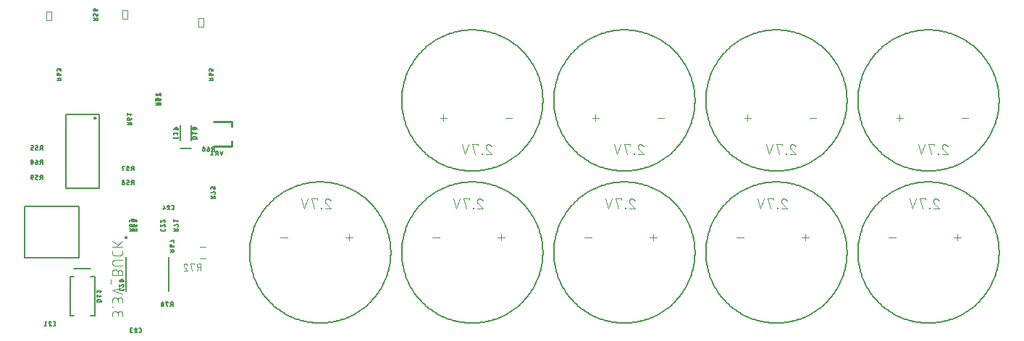
<source format=gbr>
G04 EAGLE Gerber RS-274X export*
G75*
%MOMM*%
%FSLAX34Y34*%
%LPD*%
%INSilkscreen Bottom*%
%IPPOS*%
%AMOC8*
5,1,8,0,0,1.08239X$1,22.5*%
G01*
%ADD10C,0.200000*%
%ADD11C,0.127000*%
%ADD12C,0.101600*%
%ADD13C,0.203200*%
%ADD14C,0.120000*%
%ADD15C,0.076200*%
%ADD16C,0.254000*%
%ADD17C,0.050000*%


D10*
X168260Y148610D02*
X168262Y148673D01*
X168268Y148735D01*
X168278Y148797D01*
X168291Y148859D01*
X168309Y148919D01*
X168330Y148978D01*
X168355Y149036D01*
X168384Y149092D01*
X168416Y149146D01*
X168451Y149198D01*
X168489Y149247D01*
X168531Y149295D01*
X168575Y149339D01*
X168623Y149381D01*
X168672Y149419D01*
X168724Y149454D01*
X168778Y149486D01*
X168834Y149515D01*
X168892Y149540D01*
X168951Y149561D01*
X169011Y149579D01*
X169073Y149592D01*
X169135Y149602D01*
X169197Y149608D01*
X169260Y149610D01*
X169323Y149608D01*
X169385Y149602D01*
X169447Y149592D01*
X169509Y149579D01*
X169569Y149561D01*
X169628Y149540D01*
X169686Y149515D01*
X169742Y149486D01*
X169796Y149454D01*
X169848Y149419D01*
X169897Y149381D01*
X169945Y149339D01*
X169989Y149295D01*
X170031Y149247D01*
X170069Y149198D01*
X170104Y149146D01*
X170136Y149092D01*
X170165Y149036D01*
X170190Y148978D01*
X170211Y148919D01*
X170229Y148859D01*
X170242Y148797D01*
X170252Y148735D01*
X170258Y148673D01*
X170260Y148610D01*
X170258Y148547D01*
X170252Y148485D01*
X170242Y148423D01*
X170229Y148361D01*
X170211Y148301D01*
X170190Y148242D01*
X170165Y148184D01*
X170136Y148128D01*
X170104Y148074D01*
X170069Y148022D01*
X170031Y147973D01*
X169989Y147925D01*
X169945Y147881D01*
X169897Y147839D01*
X169848Y147801D01*
X169796Y147766D01*
X169742Y147734D01*
X169686Y147705D01*
X169628Y147680D01*
X169569Y147659D01*
X169509Y147641D01*
X169447Y147628D01*
X169385Y147618D01*
X169323Y147612D01*
X169260Y147610D01*
X169197Y147612D01*
X169135Y147618D01*
X169073Y147628D01*
X169011Y147641D01*
X168951Y147659D01*
X168892Y147680D01*
X168834Y147705D01*
X168778Y147734D01*
X168724Y147766D01*
X168672Y147801D01*
X168623Y147839D01*
X168575Y147881D01*
X168531Y147925D01*
X168489Y147973D01*
X168451Y148022D01*
X168416Y148074D01*
X168384Y148128D01*
X168355Y148184D01*
X168330Y148242D01*
X168309Y148301D01*
X168291Y148361D01*
X168278Y148423D01*
X168268Y148485D01*
X168262Y148547D01*
X168260Y148610D01*
D11*
X169060Y125410D02*
X169060Y85410D01*
X219560Y85410D02*
X219560Y125410D01*
D12*
X153098Y59053D02*
X153098Y55808D01*
X153098Y59053D02*
X153100Y59166D01*
X153106Y59279D01*
X153116Y59392D01*
X153130Y59505D01*
X153147Y59617D01*
X153169Y59728D01*
X153194Y59838D01*
X153224Y59948D01*
X153257Y60056D01*
X153294Y60163D01*
X153334Y60269D01*
X153379Y60373D01*
X153427Y60476D01*
X153478Y60577D01*
X153533Y60676D01*
X153591Y60773D01*
X153653Y60868D01*
X153718Y60961D01*
X153786Y61051D01*
X153857Y61139D01*
X153932Y61225D01*
X154009Y61308D01*
X154089Y61388D01*
X154172Y61465D01*
X154258Y61540D01*
X154346Y61611D01*
X154436Y61679D01*
X154529Y61744D01*
X154624Y61806D01*
X154721Y61864D01*
X154820Y61919D01*
X154921Y61970D01*
X155024Y62018D01*
X155128Y62063D01*
X155234Y62103D01*
X155341Y62140D01*
X155449Y62173D01*
X155559Y62203D01*
X155669Y62228D01*
X155780Y62250D01*
X155892Y62267D01*
X156005Y62281D01*
X156118Y62291D01*
X156231Y62297D01*
X156344Y62299D01*
X156457Y62297D01*
X156570Y62291D01*
X156683Y62281D01*
X156796Y62267D01*
X156908Y62250D01*
X157019Y62228D01*
X157129Y62203D01*
X157239Y62173D01*
X157347Y62140D01*
X157454Y62103D01*
X157560Y62063D01*
X157664Y62018D01*
X157767Y61970D01*
X157868Y61919D01*
X157967Y61864D01*
X158064Y61806D01*
X158159Y61744D01*
X158252Y61679D01*
X158342Y61611D01*
X158430Y61540D01*
X158516Y61465D01*
X158599Y61388D01*
X158679Y61308D01*
X158756Y61225D01*
X158831Y61139D01*
X158902Y61051D01*
X158970Y60961D01*
X159035Y60868D01*
X159097Y60773D01*
X159155Y60676D01*
X159210Y60577D01*
X159261Y60476D01*
X159309Y60373D01*
X159354Y60269D01*
X159394Y60163D01*
X159431Y60056D01*
X159464Y59948D01*
X159494Y59838D01*
X159519Y59728D01*
X159541Y59617D01*
X159558Y59505D01*
X159572Y59392D01*
X159582Y59279D01*
X159588Y59166D01*
X159590Y59053D01*
X164782Y59702D02*
X164782Y55808D01*
X164782Y59702D02*
X164780Y59803D01*
X164774Y59903D01*
X164764Y60003D01*
X164751Y60103D01*
X164733Y60202D01*
X164712Y60301D01*
X164687Y60398D01*
X164658Y60495D01*
X164625Y60590D01*
X164589Y60684D01*
X164549Y60776D01*
X164506Y60867D01*
X164459Y60956D01*
X164409Y61043D01*
X164355Y61129D01*
X164298Y61212D01*
X164238Y61292D01*
X164175Y61371D01*
X164108Y61447D01*
X164039Y61520D01*
X163967Y61590D01*
X163893Y61658D01*
X163816Y61723D01*
X163736Y61784D01*
X163654Y61843D01*
X163570Y61898D01*
X163484Y61950D01*
X163396Y61999D01*
X163306Y62044D01*
X163214Y62086D01*
X163121Y62124D01*
X163026Y62158D01*
X162931Y62189D01*
X162834Y62216D01*
X162736Y62239D01*
X162637Y62259D01*
X162537Y62274D01*
X162437Y62286D01*
X162337Y62294D01*
X162236Y62298D01*
X162136Y62298D01*
X162035Y62294D01*
X161935Y62286D01*
X161835Y62274D01*
X161735Y62259D01*
X161636Y62239D01*
X161538Y62216D01*
X161441Y62189D01*
X161346Y62158D01*
X161251Y62124D01*
X161158Y62086D01*
X161066Y62044D01*
X160976Y61999D01*
X160888Y61950D01*
X160802Y61898D01*
X160718Y61843D01*
X160636Y61784D01*
X160556Y61723D01*
X160479Y61658D01*
X160405Y61590D01*
X160333Y61520D01*
X160264Y61447D01*
X160197Y61371D01*
X160134Y61292D01*
X160074Y61212D01*
X160017Y61129D01*
X159963Y61043D01*
X159913Y60956D01*
X159866Y60867D01*
X159823Y60776D01*
X159783Y60684D01*
X159747Y60590D01*
X159714Y60495D01*
X159685Y60398D01*
X159660Y60301D01*
X159639Y60202D01*
X159621Y60103D01*
X159608Y60003D01*
X159598Y59903D01*
X159592Y59803D01*
X159590Y59702D01*
X159589Y59702D02*
X159589Y57106D01*
X153747Y66730D02*
X153098Y66730D01*
X153747Y66730D02*
X153747Y67379D01*
X153098Y67379D01*
X153098Y66730D01*
X153098Y71810D02*
X153098Y75055D01*
X153100Y75168D01*
X153106Y75281D01*
X153116Y75394D01*
X153130Y75507D01*
X153147Y75619D01*
X153169Y75730D01*
X153194Y75840D01*
X153224Y75950D01*
X153257Y76058D01*
X153294Y76165D01*
X153334Y76271D01*
X153379Y76375D01*
X153427Y76478D01*
X153478Y76579D01*
X153533Y76678D01*
X153591Y76775D01*
X153653Y76870D01*
X153718Y76963D01*
X153786Y77053D01*
X153857Y77141D01*
X153932Y77227D01*
X154009Y77310D01*
X154089Y77390D01*
X154172Y77467D01*
X154258Y77542D01*
X154346Y77613D01*
X154436Y77681D01*
X154529Y77746D01*
X154624Y77808D01*
X154721Y77866D01*
X154820Y77921D01*
X154921Y77972D01*
X155024Y78020D01*
X155128Y78065D01*
X155234Y78105D01*
X155341Y78142D01*
X155449Y78175D01*
X155559Y78205D01*
X155669Y78230D01*
X155780Y78252D01*
X155892Y78269D01*
X156005Y78283D01*
X156118Y78293D01*
X156231Y78299D01*
X156344Y78301D01*
X156457Y78299D01*
X156570Y78293D01*
X156683Y78283D01*
X156796Y78269D01*
X156908Y78252D01*
X157019Y78230D01*
X157129Y78205D01*
X157239Y78175D01*
X157347Y78142D01*
X157454Y78105D01*
X157560Y78065D01*
X157664Y78020D01*
X157767Y77972D01*
X157868Y77921D01*
X157967Y77866D01*
X158064Y77808D01*
X158159Y77746D01*
X158252Y77681D01*
X158342Y77613D01*
X158430Y77542D01*
X158516Y77467D01*
X158599Y77390D01*
X158679Y77310D01*
X158756Y77227D01*
X158831Y77141D01*
X158902Y77053D01*
X158970Y76963D01*
X159035Y76870D01*
X159097Y76775D01*
X159155Y76678D01*
X159210Y76579D01*
X159261Y76478D01*
X159309Y76375D01*
X159354Y76271D01*
X159394Y76165D01*
X159431Y76058D01*
X159464Y75950D01*
X159494Y75840D01*
X159519Y75730D01*
X159541Y75619D01*
X159558Y75507D01*
X159572Y75394D01*
X159582Y75281D01*
X159588Y75168D01*
X159590Y75055D01*
X164782Y75704D02*
X164782Y71810D01*
X164782Y75704D02*
X164780Y75805D01*
X164774Y75905D01*
X164764Y76005D01*
X164751Y76105D01*
X164733Y76204D01*
X164712Y76303D01*
X164687Y76400D01*
X164658Y76497D01*
X164625Y76592D01*
X164589Y76686D01*
X164549Y76778D01*
X164506Y76869D01*
X164459Y76958D01*
X164409Y77045D01*
X164355Y77131D01*
X164298Y77214D01*
X164238Y77294D01*
X164175Y77373D01*
X164108Y77449D01*
X164039Y77522D01*
X163967Y77592D01*
X163893Y77660D01*
X163816Y77725D01*
X163736Y77786D01*
X163654Y77845D01*
X163570Y77900D01*
X163484Y77952D01*
X163396Y78001D01*
X163306Y78046D01*
X163214Y78088D01*
X163121Y78126D01*
X163026Y78160D01*
X162931Y78191D01*
X162834Y78218D01*
X162736Y78241D01*
X162637Y78261D01*
X162537Y78276D01*
X162437Y78288D01*
X162337Y78296D01*
X162236Y78300D01*
X162136Y78300D01*
X162035Y78296D01*
X161935Y78288D01*
X161835Y78276D01*
X161735Y78261D01*
X161636Y78241D01*
X161538Y78218D01*
X161441Y78191D01*
X161346Y78160D01*
X161251Y78126D01*
X161158Y78088D01*
X161066Y78046D01*
X160976Y78001D01*
X160888Y77952D01*
X160802Y77900D01*
X160718Y77845D01*
X160636Y77786D01*
X160556Y77725D01*
X160479Y77660D01*
X160405Y77592D01*
X160333Y77522D01*
X160264Y77449D01*
X160197Y77373D01*
X160134Y77294D01*
X160074Y77214D01*
X160017Y77131D01*
X159963Y77045D01*
X159913Y76958D01*
X159866Y76869D01*
X159823Y76778D01*
X159783Y76686D01*
X159747Y76592D01*
X159714Y76497D01*
X159685Y76400D01*
X159660Y76303D01*
X159639Y76204D01*
X159621Y76105D01*
X159608Y76005D01*
X159598Y75905D01*
X159592Y75805D01*
X159590Y75704D01*
X159589Y75704D02*
X159589Y73108D01*
X164782Y82591D02*
X153098Y86485D01*
X164782Y90380D01*
X151800Y94176D02*
X151800Y99369D01*
X159589Y104364D02*
X159589Y107610D01*
X159590Y107610D02*
X159588Y107723D01*
X159582Y107836D01*
X159572Y107949D01*
X159558Y108062D01*
X159541Y108174D01*
X159519Y108285D01*
X159494Y108395D01*
X159464Y108505D01*
X159431Y108613D01*
X159394Y108720D01*
X159354Y108826D01*
X159309Y108930D01*
X159261Y109033D01*
X159210Y109134D01*
X159155Y109233D01*
X159097Y109330D01*
X159035Y109425D01*
X158970Y109518D01*
X158902Y109608D01*
X158831Y109696D01*
X158756Y109782D01*
X158679Y109865D01*
X158599Y109945D01*
X158516Y110022D01*
X158430Y110097D01*
X158342Y110168D01*
X158252Y110236D01*
X158159Y110301D01*
X158064Y110363D01*
X157967Y110421D01*
X157868Y110476D01*
X157767Y110527D01*
X157664Y110575D01*
X157560Y110620D01*
X157454Y110660D01*
X157347Y110697D01*
X157239Y110730D01*
X157129Y110760D01*
X157019Y110785D01*
X156908Y110807D01*
X156796Y110824D01*
X156683Y110838D01*
X156570Y110848D01*
X156457Y110854D01*
X156344Y110856D01*
X156231Y110854D01*
X156118Y110848D01*
X156005Y110838D01*
X155892Y110824D01*
X155780Y110807D01*
X155669Y110785D01*
X155559Y110760D01*
X155449Y110730D01*
X155341Y110697D01*
X155234Y110660D01*
X155128Y110620D01*
X155024Y110575D01*
X154921Y110527D01*
X154820Y110476D01*
X154721Y110421D01*
X154624Y110363D01*
X154529Y110301D01*
X154436Y110236D01*
X154346Y110168D01*
X154258Y110097D01*
X154172Y110022D01*
X154089Y109945D01*
X154009Y109865D01*
X153932Y109782D01*
X153857Y109696D01*
X153786Y109608D01*
X153718Y109518D01*
X153653Y109425D01*
X153591Y109330D01*
X153533Y109233D01*
X153478Y109134D01*
X153427Y109033D01*
X153379Y108930D01*
X153334Y108826D01*
X153294Y108720D01*
X153257Y108613D01*
X153224Y108505D01*
X153194Y108395D01*
X153169Y108285D01*
X153147Y108174D01*
X153130Y108062D01*
X153116Y107949D01*
X153106Y107836D01*
X153100Y107723D01*
X153098Y107610D01*
X153098Y104364D01*
X164782Y104364D01*
X164782Y107610D01*
X164780Y107711D01*
X164774Y107811D01*
X164764Y107911D01*
X164751Y108011D01*
X164733Y108110D01*
X164712Y108209D01*
X164687Y108306D01*
X164658Y108403D01*
X164625Y108498D01*
X164589Y108592D01*
X164549Y108684D01*
X164506Y108775D01*
X164459Y108864D01*
X164409Y108951D01*
X164355Y109037D01*
X164298Y109120D01*
X164238Y109200D01*
X164175Y109279D01*
X164108Y109355D01*
X164039Y109428D01*
X163967Y109498D01*
X163893Y109566D01*
X163816Y109631D01*
X163736Y109692D01*
X163654Y109751D01*
X163570Y109806D01*
X163484Y109858D01*
X163396Y109907D01*
X163306Y109952D01*
X163214Y109994D01*
X163121Y110032D01*
X163026Y110066D01*
X162931Y110097D01*
X162834Y110124D01*
X162736Y110147D01*
X162637Y110167D01*
X162537Y110182D01*
X162437Y110194D01*
X162337Y110202D01*
X162236Y110206D01*
X162136Y110206D01*
X162035Y110202D01*
X161935Y110194D01*
X161835Y110182D01*
X161735Y110167D01*
X161636Y110147D01*
X161538Y110124D01*
X161441Y110097D01*
X161346Y110066D01*
X161251Y110032D01*
X161158Y109994D01*
X161066Y109952D01*
X160976Y109907D01*
X160888Y109858D01*
X160802Y109806D01*
X160718Y109751D01*
X160636Y109692D01*
X160556Y109631D01*
X160479Y109566D01*
X160405Y109498D01*
X160333Y109428D01*
X160264Y109355D01*
X160197Y109279D01*
X160134Y109200D01*
X160074Y109120D01*
X160017Y109037D01*
X159963Y108951D01*
X159913Y108864D01*
X159866Y108775D01*
X159823Y108684D01*
X159783Y108592D01*
X159747Y108498D01*
X159714Y108403D01*
X159685Y108306D01*
X159660Y108209D01*
X159639Y108110D01*
X159621Y108011D01*
X159608Y107911D01*
X159598Y107811D01*
X159592Y107711D01*
X159590Y107610D01*
X156344Y115625D02*
X164782Y115625D01*
X156344Y115624D02*
X156231Y115626D01*
X156118Y115632D01*
X156005Y115642D01*
X155892Y115656D01*
X155780Y115673D01*
X155669Y115695D01*
X155559Y115720D01*
X155449Y115750D01*
X155341Y115783D01*
X155234Y115820D01*
X155128Y115860D01*
X155024Y115905D01*
X154921Y115953D01*
X154820Y116004D01*
X154721Y116059D01*
X154624Y116117D01*
X154529Y116179D01*
X154436Y116244D01*
X154346Y116312D01*
X154258Y116383D01*
X154172Y116458D01*
X154089Y116535D01*
X154009Y116615D01*
X153932Y116698D01*
X153857Y116784D01*
X153786Y116872D01*
X153718Y116962D01*
X153653Y117055D01*
X153591Y117150D01*
X153533Y117247D01*
X153478Y117346D01*
X153427Y117447D01*
X153379Y117550D01*
X153334Y117654D01*
X153294Y117760D01*
X153257Y117867D01*
X153224Y117975D01*
X153194Y118085D01*
X153169Y118195D01*
X153147Y118306D01*
X153130Y118418D01*
X153116Y118531D01*
X153106Y118644D01*
X153100Y118757D01*
X153098Y118870D01*
X153100Y118983D01*
X153106Y119096D01*
X153116Y119209D01*
X153130Y119322D01*
X153147Y119434D01*
X153169Y119545D01*
X153194Y119655D01*
X153224Y119765D01*
X153257Y119873D01*
X153294Y119980D01*
X153334Y120086D01*
X153379Y120190D01*
X153427Y120293D01*
X153478Y120394D01*
X153533Y120493D01*
X153591Y120590D01*
X153653Y120685D01*
X153718Y120778D01*
X153786Y120868D01*
X153857Y120956D01*
X153932Y121042D01*
X154009Y121125D01*
X154089Y121205D01*
X154172Y121282D01*
X154258Y121357D01*
X154346Y121428D01*
X154436Y121496D01*
X154529Y121561D01*
X154624Y121623D01*
X154721Y121681D01*
X154820Y121736D01*
X154921Y121787D01*
X155024Y121835D01*
X155128Y121880D01*
X155234Y121920D01*
X155341Y121957D01*
X155449Y121990D01*
X155559Y122020D01*
X155669Y122045D01*
X155780Y122067D01*
X155892Y122084D01*
X156005Y122098D01*
X156118Y122108D01*
X156231Y122114D01*
X156344Y122116D01*
X164782Y122116D01*
X153098Y129999D02*
X153098Y132595D01*
X153098Y129999D02*
X153100Y129900D01*
X153106Y129800D01*
X153115Y129701D01*
X153128Y129603D01*
X153145Y129505D01*
X153166Y129407D01*
X153191Y129311D01*
X153219Y129216D01*
X153251Y129122D01*
X153286Y129029D01*
X153325Y128937D01*
X153368Y128847D01*
X153413Y128759D01*
X153463Y128672D01*
X153515Y128588D01*
X153571Y128505D01*
X153629Y128425D01*
X153691Y128347D01*
X153756Y128272D01*
X153824Y128199D01*
X153894Y128129D01*
X153967Y128061D01*
X154042Y127996D01*
X154120Y127934D01*
X154200Y127876D01*
X154283Y127820D01*
X154367Y127768D01*
X154454Y127718D01*
X154542Y127673D01*
X154632Y127630D01*
X154724Y127591D01*
X154817Y127556D01*
X154911Y127524D01*
X155006Y127496D01*
X155102Y127471D01*
X155200Y127450D01*
X155298Y127433D01*
X155396Y127420D01*
X155495Y127411D01*
X155595Y127405D01*
X155694Y127403D01*
X155694Y127402D02*
X162186Y127402D01*
X162186Y127403D02*
X162285Y127405D01*
X162385Y127411D01*
X162484Y127420D01*
X162582Y127433D01*
X162680Y127450D01*
X162778Y127471D01*
X162874Y127496D01*
X162969Y127524D01*
X163063Y127556D01*
X163156Y127591D01*
X163248Y127630D01*
X163338Y127673D01*
X163426Y127718D01*
X163513Y127768D01*
X163597Y127820D01*
X163680Y127876D01*
X163760Y127934D01*
X163838Y127996D01*
X163913Y128061D01*
X163986Y128129D01*
X164056Y128199D01*
X164124Y128272D01*
X164189Y128347D01*
X164251Y128425D01*
X164309Y128505D01*
X164365Y128588D01*
X164417Y128672D01*
X164467Y128759D01*
X164512Y128847D01*
X164555Y128937D01*
X164594Y129029D01*
X164629Y129121D01*
X164661Y129216D01*
X164689Y129311D01*
X164714Y129407D01*
X164735Y129505D01*
X164752Y129603D01*
X164765Y129701D01*
X164774Y129800D01*
X164780Y129900D01*
X164782Y129999D01*
X164782Y132595D01*
X164782Y137511D02*
X153098Y137511D01*
X157642Y137511D02*
X164782Y144002D01*
X160238Y140107D02*
X153098Y144002D01*
X603843Y148562D02*
X611632Y148562D01*
X607737Y152456D02*
X607737Y144667D01*
X535432Y148562D02*
X527643Y148562D01*
D11*
X491540Y130810D02*
X491565Y132835D01*
X491639Y134858D01*
X491764Y136879D01*
X491937Y138896D01*
X492160Y140909D01*
X492433Y142915D01*
X492755Y144914D01*
X493125Y146905D01*
X493545Y148886D01*
X494012Y150856D01*
X494528Y152814D01*
X495092Y154758D01*
X495704Y156689D01*
X496363Y158603D01*
X497068Y160501D01*
X497820Y162381D01*
X498618Y164242D01*
X499461Y166083D01*
X500349Y167903D01*
X501281Y169700D01*
X502258Y171474D01*
X503277Y173223D01*
X504340Y174947D01*
X505444Y176645D01*
X506589Y178314D01*
X507775Y179955D01*
X509001Y181567D01*
X510267Y183147D01*
X511570Y184697D01*
X512912Y186214D01*
X514290Y187697D01*
X515704Y189146D01*
X517153Y190560D01*
X518636Y191938D01*
X520153Y193280D01*
X521703Y194583D01*
X523283Y195849D01*
X524895Y197075D01*
X526536Y198261D01*
X528205Y199406D01*
X529903Y200510D01*
X531627Y201573D01*
X533376Y202592D01*
X535150Y203569D01*
X536947Y204501D01*
X538767Y205389D01*
X540608Y206232D01*
X542469Y207030D01*
X544349Y207782D01*
X546247Y208487D01*
X548161Y209146D01*
X550092Y209758D01*
X552036Y210322D01*
X553994Y210838D01*
X555964Y211305D01*
X557945Y211725D01*
X559936Y212095D01*
X561935Y212417D01*
X563941Y212690D01*
X565954Y212913D01*
X567971Y213086D01*
X569992Y213211D01*
X572015Y213285D01*
X574040Y213310D01*
X576065Y213285D01*
X578088Y213211D01*
X580109Y213086D01*
X582126Y212913D01*
X584139Y212690D01*
X586145Y212417D01*
X588144Y212095D01*
X590135Y211725D01*
X592116Y211305D01*
X594086Y210838D01*
X596044Y210322D01*
X597988Y209758D01*
X599919Y209146D01*
X601833Y208487D01*
X603731Y207782D01*
X605611Y207030D01*
X607472Y206232D01*
X609313Y205389D01*
X611133Y204501D01*
X612930Y203569D01*
X614704Y202592D01*
X616453Y201573D01*
X618177Y200510D01*
X619875Y199406D01*
X621544Y198261D01*
X623185Y197075D01*
X624797Y195849D01*
X626377Y194583D01*
X627927Y193280D01*
X629444Y191938D01*
X630927Y190560D01*
X632376Y189146D01*
X633790Y187697D01*
X635168Y186214D01*
X636510Y184697D01*
X637813Y183147D01*
X639079Y181567D01*
X640305Y179955D01*
X641491Y178314D01*
X642636Y176645D01*
X643740Y174947D01*
X644803Y173223D01*
X645822Y171474D01*
X646799Y169700D01*
X647731Y167903D01*
X648619Y166083D01*
X649462Y164242D01*
X650260Y162381D01*
X651012Y160501D01*
X651717Y158603D01*
X652376Y156689D01*
X652988Y154758D01*
X653552Y152814D01*
X654068Y150856D01*
X654535Y148886D01*
X654955Y146905D01*
X655325Y144914D01*
X655647Y142915D01*
X655920Y140909D01*
X656143Y138896D01*
X656316Y136879D01*
X656441Y134858D01*
X656515Y132835D01*
X656540Y130810D01*
X656515Y128785D01*
X656441Y126762D01*
X656316Y124741D01*
X656143Y122724D01*
X655920Y120711D01*
X655647Y118705D01*
X655325Y116706D01*
X654955Y114715D01*
X654535Y112734D01*
X654068Y110764D01*
X653552Y108806D01*
X652988Y106862D01*
X652376Y104931D01*
X651717Y103017D01*
X651012Y101119D01*
X650260Y99239D01*
X649462Y97378D01*
X648619Y95537D01*
X647731Y93717D01*
X646799Y91920D01*
X645822Y90146D01*
X644803Y88397D01*
X643740Y86673D01*
X642636Y84975D01*
X641491Y83306D01*
X640305Y81665D01*
X639079Y80053D01*
X637813Y78473D01*
X636510Y76923D01*
X635168Y75406D01*
X633790Y73923D01*
X632376Y72474D01*
X630927Y71060D01*
X629444Y69682D01*
X627927Y68340D01*
X626377Y67037D01*
X624797Y65771D01*
X623185Y64545D01*
X621544Y63359D01*
X619875Y62214D01*
X618177Y61110D01*
X616453Y60047D01*
X614704Y59028D01*
X612930Y58051D01*
X611133Y57119D01*
X609313Y56231D01*
X607472Y55388D01*
X605611Y54590D01*
X603731Y53838D01*
X601833Y53133D01*
X599919Y52474D01*
X597988Y51862D01*
X596044Y51298D01*
X594086Y50782D01*
X592116Y50315D01*
X590135Y49895D01*
X588144Y49525D01*
X586145Y49203D01*
X584139Y48930D01*
X582126Y48707D01*
X580109Y48534D01*
X578088Y48409D01*
X576065Y48335D01*
X574040Y48310D01*
X572015Y48335D01*
X569992Y48409D01*
X567971Y48534D01*
X565954Y48707D01*
X563941Y48930D01*
X561935Y49203D01*
X559936Y49525D01*
X557945Y49895D01*
X555964Y50315D01*
X553994Y50782D01*
X552036Y51298D01*
X550092Y51862D01*
X548161Y52474D01*
X546247Y53133D01*
X544349Y53838D01*
X542469Y54590D01*
X540608Y55388D01*
X538767Y56231D01*
X536947Y57119D01*
X535150Y58051D01*
X533376Y59028D01*
X531627Y60047D01*
X529903Y61110D01*
X528205Y62214D01*
X526536Y63359D01*
X524895Y64545D01*
X523283Y65771D01*
X521703Y67037D01*
X520153Y68340D01*
X518636Y69682D01*
X517153Y71060D01*
X515704Y72474D01*
X514290Y73923D01*
X512912Y75406D01*
X511570Y76923D01*
X510267Y78473D01*
X509001Y80053D01*
X507775Y81665D01*
X506589Y83306D01*
X505444Y84975D01*
X504340Y86673D01*
X503277Y88397D01*
X502258Y90146D01*
X501281Y91920D01*
X500349Y93717D01*
X499461Y95537D01*
X498618Y97378D01*
X497820Y99239D01*
X497068Y101119D01*
X496363Y103017D01*
X495704Y104931D01*
X495092Y106862D01*
X494528Y108806D01*
X494012Y110764D01*
X493545Y112734D01*
X493125Y114715D01*
X492755Y116706D01*
X492433Y118705D01*
X492160Y120711D01*
X491937Y122724D01*
X491764Y124741D01*
X491639Y126762D01*
X491565Y128785D01*
X491540Y130810D01*
D12*
X579741Y190881D02*
X579743Y190988D01*
X579749Y191094D01*
X579759Y191200D01*
X579772Y191306D01*
X579790Y191412D01*
X579811Y191516D01*
X579836Y191620D01*
X579865Y191723D01*
X579897Y191824D01*
X579934Y191924D01*
X579974Y192023D01*
X580017Y192121D01*
X580064Y192217D01*
X580115Y192311D01*
X580169Y192403D01*
X580226Y192493D01*
X580286Y192581D01*
X580350Y192666D01*
X580417Y192749D01*
X580487Y192830D01*
X580559Y192908D01*
X580635Y192984D01*
X580713Y193056D01*
X580794Y193126D01*
X580877Y193193D01*
X580962Y193257D01*
X581050Y193317D01*
X581140Y193374D01*
X581232Y193428D01*
X581326Y193479D01*
X581422Y193526D01*
X581520Y193569D01*
X581619Y193609D01*
X581719Y193646D01*
X581820Y193678D01*
X581923Y193707D01*
X582027Y193732D01*
X582131Y193753D01*
X582237Y193771D01*
X582343Y193784D01*
X582449Y193794D01*
X582555Y193800D01*
X582662Y193802D01*
X582783Y193800D01*
X582904Y193794D01*
X583024Y193784D01*
X583145Y193771D01*
X583264Y193753D01*
X583384Y193732D01*
X583502Y193707D01*
X583619Y193678D01*
X583736Y193645D01*
X583851Y193609D01*
X583965Y193568D01*
X584078Y193525D01*
X584190Y193477D01*
X584299Y193426D01*
X584407Y193371D01*
X584514Y193313D01*
X584618Y193252D01*
X584720Y193187D01*
X584820Y193119D01*
X584918Y193048D01*
X585014Y192974D01*
X585107Y192897D01*
X585197Y192816D01*
X585285Y192733D01*
X585370Y192647D01*
X585453Y192558D01*
X585532Y192467D01*
X585609Y192373D01*
X585682Y192277D01*
X585752Y192179D01*
X585819Y192078D01*
X585883Y191975D01*
X585944Y191870D01*
X586001Y191763D01*
X586054Y191655D01*
X586104Y191545D01*
X586150Y191433D01*
X586193Y191320D01*
X586232Y191205D01*
X580715Y188609D02*
X580636Y188687D01*
X580560Y188767D01*
X580487Y188850D01*
X580417Y188936D01*
X580350Y189023D01*
X580286Y189114D01*
X580226Y189206D01*
X580168Y189300D01*
X580114Y189397D01*
X580064Y189495D01*
X580017Y189595D01*
X579973Y189696D01*
X579933Y189799D01*
X579897Y189904D01*
X579865Y190009D01*
X579836Y190116D01*
X579811Y190223D01*
X579789Y190332D01*
X579772Y190441D01*
X579758Y190550D01*
X579749Y190660D01*
X579743Y190771D01*
X579741Y190881D01*
X580715Y188609D02*
X586232Y182118D01*
X579741Y182118D01*
X575310Y182118D02*
X575310Y182767D01*
X574661Y182767D01*
X574661Y182118D01*
X575310Y182118D01*
X570230Y192504D02*
X570230Y193802D01*
X563739Y193802D01*
X566985Y182118D01*
X555555Y182118D02*
X559449Y193802D01*
X551660Y193802D02*
X555555Y182118D01*
X1069848Y288262D02*
X1077637Y288262D01*
X1073743Y292156D02*
X1073743Y284367D01*
X1146048Y288262D02*
X1153837Y288262D01*
D11*
X1024940Y308610D02*
X1024965Y310635D01*
X1025039Y312658D01*
X1025164Y314679D01*
X1025337Y316696D01*
X1025560Y318709D01*
X1025833Y320715D01*
X1026155Y322714D01*
X1026525Y324705D01*
X1026945Y326686D01*
X1027412Y328656D01*
X1027928Y330614D01*
X1028492Y332558D01*
X1029104Y334489D01*
X1029763Y336403D01*
X1030468Y338301D01*
X1031220Y340181D01*
X1032018Y342042D01*
X1032861Y343883D01*
X1033749Y345703D01*
X1034681Y347500D01*
X1035658Y349274D01*
X1036677Y351023D01*
X1037740Y352747D01*
X1038844Y354445D01*
X1039989Y356114D01*
X1041175Y357755D01*
X1042401Y359367D01*
X1043667Y360947D01*
X1044970Y362497D01*
X1046312Y364014D01*
X1047690Y365497D01*
X1049104Y366946D01*
X1050553Y368360D01*
X1052036Y369738D01*
X1053553Y371080D01*
X1055103Y372383D01*
X1056683Y373649D01*
X1058295Y374875D01*
X1059936Y376061D01*
X1061605Y377206D01*
X1063303Y378310D01*
X1065027Y379373D01*
X1066776Y380392D01*
X1068550Y381369D01*
X1070347Y382301D01*
X1072167Y383189D01*
X1074008Y384032D01*
X1075869Y384830D01*
X1077749Y385582D01*
X1079647Y386287D01*
X1081561Y386946D01*
X1083492Y387558D01*
X1085436Y388122D01*
X1087394Y388638D01*
X1089364Y389105D01*
X1091345Y389525D01*
X1093336Y389895D01*
X1095335Y390217D01*
X1097341Y390490D01*
X1099354Y390713D01*
X1101371Y390886D01*
X1103392Y391011D01*
X1105415Y391085D01*
X1107440Y391110D01*
X1109465Y391085D01*
X1111488Y391011D01*
X1113509Y390886D01*
X1115526Y390713D01*
X1117539Y390490D01*
X1119545Y390217D01*
X1121544Y389895D01*
X1123535Y389525D01*
X1125516Y389105D01*
X1127486Y388638D01*
X1129444Y388122D01*
X1131388Y387558D01*
X1133319Y386946D01*
X1135233Y386287D01*
X1137131Y385582D01*
X1139011Y384830D01*
X1140872Y384032D01*
X1142713Y383189D01*
X1144533Y382301D01*
X1146330Y381369D01*
X1148104Y380392D01*
X1149853Y379373D01*
X1151577Y378310D01*
X1153275Y377206D01*
X1154944Y376061D01*
X1156585Y374875D01*
X1158197Y373649D01*
X1159777Y372383D01*
X1161327Y371080D01*
X1162844Y369738D01*
X1164327Y368360D01*
X1165776Y366946D01*
X1167190Y365497D01*
X1168568Y364014D01*
X1169910Y362497D01*
X1171213Y360947D01*
X1172479Y359367D01*
X1173705Y357755D01*
X1174891Y356114D01*
X1176036Y354445D01*
X1177140Y352747D01*
X1178203Y351023D01*
X1179222Y349274D01*
X1180199Y347500D01*
X1181131Y345703D01*
X1182019Y343883D01*
X1182862Y342042D01*
X1183660Y340181D01*
X1184412Y338301D01*
X1185117Y336403D01*
X1185776Y334489D01*
X1186388Y332558D01*
X1186952Y330614D01*
X1187468Y328656D01*
X1187935Y326686D01*
X1188355Y324705D01*
X1188725Y322714D01*
X1189047Y320715D01*
X1189320Y318709D01*
X1189543Y316696D01*
X1189716Y314679D01*
X1189841Y312658D01*
X1189915Y310635D01*
X1189940Y308610D01*
X1189915Y306585D01*
X1189841Y304562D01*
X1189716Y302541D01*
X1189543Y300524D01*
X1189320Y298511D01*
X1189047Y296505D01*
X1188725Y294506D01*
X1188355Y292515D01*
X1187935Y290534D01*
X1187468Y288564D01*
X1186952Y286606D01*
X1186388Y284662D01*
X1185776Y282731D01*
X1185117Y280817D01*
X1184412Y278919D01*
X1183660Y277039D01*
X1182862Y275178D01*
X1182019Y273337D01*
X1181131Y271517D01*
X1180199Y269720D01*
X1179222Y267946D01*
X1178203Y266197D01*
X1177140Y264473D01*
X1176036Y262775D01*
X1174891Y261106D01*
X1173705Y259465D01*
X1172479Y257853D01*
X1171213Y256273D01*
X1169910Y254723D01*
X1168568Y253206D01*
X1167190Y251723D01*
X1165776Y250274D01*
X1164327Y248860D01*
X1162844Y247482D01*
X1161327Y246140D01*
X1159777Y244837D01*
X1158197Y243571D01*
X1156585Y242345D01*
X1154944Y241159D01*
X1153275Y240014D01*
X1151577Y238910D01*
X1149853Y237847D01*
X1148104Y236828D01*
X1146330Y235851D01*
X1144533Y234919D01*
X1142713Y234031D01*
X1140872Y233188D01*
X1139011Y232390D01*
X1137131Y231638D01*
X1135233Y230933D01*
X1133319Y230274D01*
X1131388Y229662D01*
X1129444Y229098D01*
X1127486Y228582D01*
X1125516Y228115D01*
X1123535Y227695D01*
X1121544Y227325D01*
X1119545Y227003D01*
X1117539Y226730D01*
X1115526Y226507D01*
X1113509Y226334D01*
X1111488Y226209D01*
X1109465Y226135D01*
X1107440Y226110D01*
X1105415Y226135D01*
X1103392Y226209D01*
X1101371Y226334D01*
X1099354Y226507D01*
X1097341Y226730D01*
X1095335Y227003D01*
X1093336Y227325D01*
X1091345Y227695D01*
X1089364Y228115D01*
X1087394Y228582D01*
X1085436Y229098D01*
X1083492Y229662D01*
X1081561Y230274D01*
X1079647Y230933D01*
X1077749Y231638D01*
X1075869Y232390D01*
X1074008Y233188D01*
X1072167Y234031D01*
X1070347Y234919D01*
X1068550Y235851D01*
X1066776Y236828D01*
X1065027Y237847D01*
X1063303Y238910D01*
X1061605Y240014D01*
X1059936Y241159D01*
X1058295Y242345D01*
X1056683Y243571D01*
X1055103Y244837D01*
X1053553Y246140D01*
X1052036Y247482D01*
X1050553Y248860D01*
X1049104Y250274D01*
X1047690Y251723D01*
X1046312Y253206D01*
X1044970Y254723D01*
X1043667Y256273D01*
X1042401Y257853D01*
X1041175Y259465D01*
X1039989Y261106D01*
X1038844Y262775D01*
X1037740Y264473D01*
X1036677Y266197D01*
X1035658Y267946D01*
X1034681Y269720D01*
X1033749Y271517D01*
X1032861Y273337D01*
X1032018Y275178D01*
X1031220Y277039D01*
X1030468Y278919D01*
X1029763Y280817D01*
X1029104Y282731D01*
X1028492Y284662D01*
X1027928Y286606D01*
X1027412Y288564D01*
X1026945Y290534D01*
X1026525Y292515D01*
X1026155Y294506D01*
X1025833Y296505D01*
X1025560Y298511D01*
X1025337Y300524D01*
X1025164Y302541D01*
X1025039Y304562D01*
X1024965Y306585D01*
X1024940Y308610D01*
D12*
X1123329Y254381D02*
X1123331Y254488D01*
X1123337Y254594D01*
X1123347Y254700D01*
X1123360Y254806D01*
X1123378Y254912D01*
X1123399Y255016D01*
X1123424Y255120D01*
X1123453Y255223D01*
X1123485Y255324D01*
X1123522Y255424D01*
X1123562Y255523D01*
X1123605Y255621D01*
X1123652Y255717D01*
X1123703Y255811D01*
X1123757Y255903D01*
X1123814Y255993D01*
X1123874Y256081D01*
X1123938Y256166D01*
X1124005Y256249D01*
X1124075Y256330D01*
X1124147Y256408D01*
X1124223Y256484D01*
X1124301Y256556D01*
X1124382Y256626D01*
X1124465Y256693D01*
X1124550Y256757D01*
X1124638Y256817D01*
X1124728Y256874D01*
X1124820Y256928D01*
X1124914Y256979D01*
X1125010Y257026D01*
X1125108Y257069D01*
X1125207Y257109D01*
X1125307Y257146D01*
X1125408Y257178D01*
X1125511Y257207D01*
X1125615Y257232D01*
X1125719Y257253D01*
X1125825Y257271D01*
X1125931Y257284D01*
X1126037Y257294D01*
X1126143Y257300D01*
X1126250Y257302D01*
X1126371Y257300D01*
X1126492Y257294D01*
X1126612Y257284D01*
X1126733Y257271D01*
X1126852Y257253D01*
X1126972Y257232D01*
X1127090Y257207D01*
X1127207Y257178D01*
X1127324Y257145D01*
X1127439Y257109D01*
X1127553Y257068D01*
X1127666Y257025D01*
X1127778Y256977D01*
X1127887Y256926D01*
X1127995Y256871D01*
X1128102Y256813D01*
X1128206Y256752D01*
X1128308Y256687D01*
X1128408Y256619D01*
X1128506Y256548D01*
X1128602Y256474D01*
X1128695Y256397D01*
X1128785Y256316D01*
X1128873Y256233D01*
X1128958Y256147D01*
X1129041Y256058D01*
X1129120Y255967D01*
X1129197Y255873D01*
X1129270Y255777D01*
X1129340Y255679D01*
X1129407Y255578D01*
X1129471Y255475D01*
X1129532Y255370D01*
X1129589Y255263D01*
X1129642Y255155D01*
X1129692Y255045D01*
X1129738Y254933D01*
X1129781Y254820D01*
X1129820Y254705D01*
X1124304Y252109D02*
X1124225Y252187D01*
X1124149Y252267D01*
X1124076Y252350D01*
X1124006Y252436D01*
X1123939Y252523D01*
X1123875Y252614D01*
X1123815Y252706D01*
X1123757Y252800D01*
X1123703Y252897D01*
X1123653Y252995D01*
X1123606Y253095D01*
X1123562Y253196D01*
X1123522Y253299D01*
X1123486Y253404D01*
X1123454Y253509D01*
X1123425Y253616D01*
X1123400Y253723D01*
X1123378Y253832D01*
X1123361Y253941D01*
X1123347Y254050D01*
X1123338Y254160D01*
X1123332Y254271D01*
X1123330Y254381D01*
X1124303Y252109D02*
X1129820Y245618D01*
X1123329Y245618D01*
X1118898Y245618D02*
X1118898Y246267D01*
X1118249Y246267D01*
X1118249Y245618D01*
X1118898Y245618D01*
X1113818Y256004D02*
X1113818Y257302D01*
X1107327Y257302D01*
X1110573Y245618D01*
X1099143Y245618D02*
X1103037Y257302D01*
X1095248Y257302D02*
X1099143Y245618D01*
X899837Y288262D02*
X892048Y288262D01*
X895943Y292156D02*
X895943Y284367D01*
X968248Y288262D02*
X976037Y288262D01*
D11*
X847140Y308610D02*
X847165Y310635D01*
X847239Y312658D01*
X847364Y314679D01*
X847537Y316696D01*
X847760Y318709D01*
X848033Y320715D01*
X848355Y322714D01*
X848725Y324705D01*
X849145Y326686D01*
X849612Y328656D01*
X850128Y330614D01*
X850692Y332558D01*
X851304Y334489D01*
X851963Y336403D01*
X852668Y338301D01*
X853420Y340181D01*
X854218Y342042D01*
X855061Y343883D01*
X855949Y345703D01*
X856881Y347500D01*
X857858Y349274D01*
X858877Y351023D01*
X859940Y352747D01*
X861044Y354445D01*
X862189Y356114D01*
X863375Y357755D01*
X864601Y359367D01*
X865867Y360947D01*
X867170Y362497D01*
X868512Y364014D01*
X869890Y365497D01*
X871304Y366946D01*
X872753Y368360D01*
X874236Y369738D01*
X875753Y371080D01*
X877303Y372383D01*
X878883Y373649D01*
X880495Y374875D01*
X882136Y376061D01*
X883805Y377206D01*
X885503Y378310D01*
X887227Y379373D01*
X888976Y380392D01*
X890750Y381369D01*
X892547Y382301D01*
X894367Y383189D01*
X896208Y384032D01*
X898069Y384830D01*
X899949Y385582D01*
X901847Y386287D01*
X903761Y386946D01*
X905692Y387558D01*
X907636Y388122D01*
X909594Y388638D01*
X911564Y389105D01*
X913545Y389525D01*
X915536Y389895D01*
X917535Y390217D01*
X919541Y390490D01*
X921554Y390713D01*
X923571Y390886D01*
X925592Y391011D01*
X927615Y391085D01*
X929640Y391110D01*
X931665Y391085D01*
X933688Y391011D01*
X935709Y390886D01*
X937726Y390713D01*
X939739Y390490D01*
X941745Y390217D01*
X943744Y389895D01*
X945735Y389525D01*
X947716Y389105D01*
X949686Y388638D01*
X951644Y388122D01*
X953588Y387558D01*
X955519Y386946D01*
X957433Y386287D01*
X959331Y385582D01*
X961211Y384830D01*
X963072Y384032D01*
X964913Y383189D01*
X966733Y382301D01*
X968530Y381369D01*
X970304Y380392D01*
X972053Y379373D01*
X973777Y378310D01*
X975475Y377206D01*
X977144Y376061D01*
X978785Y374875D01*
X980397Y373649D01*
X981977Y372383D01*
X983527Y371080D01*
X985044Y369738D01*
X986527Y368360D01*
X987976Y366946D01*
X989390Y365497D01*
X990768Y364014D01*
X992110Y362497D01*
X993413Y360947D01*
X994679Y359367D01*
X995905Y357755D01*
X997091Y356114D01*
X998236Y354445D01*
X999340Y352747D01*
X1000403Y351023D01*
X1001422Y349274D01*
X1002399Y347500D01*
X1003331Y345703D01*
X1004219Y343883D01*
X1005062Y342042D01*
X1005860Y340181D01*
X1006612Y338301D01*
X1007317Y336403D01*
X1007976Y334489D01*
X1008588Y332558D01*
X1009152Y330614D01*
X1009668Y328656D01*
X1010135Y326686D01*
X1010555Y324705D01*
X1010925Y322714D01*
X1011247Y320715D01*
X1011520Y318709D01*
X1011743Y316696D01*
X1011916Y314679D01*
X1012041Y312658D01*
X1012115Y310635D01*
X1012140Y308610D01*
X1012115Y306585D01*
X1012041Y304562D01*
X1011916Y302541D01*
X1011743Y300524D01*
X1011520Y298511D01*
X1011247Y296505D01*
X1010925Y294506D01*
X1010555Y292515D01*
X1010135Y290534D01*
X1009668Y288564D01*
X1009152Y286606D01*
X1008588Y284662D01*
X1007976Y282731D01*
X1007317Y280817D01*
X1006612Y278919D01*
X1005860Y277039D01*
X1005062Y275178D01*
X1004219Y273337D01*
X1003331Y271517D01*
X1002399Y269720D01*
X1001422Y267946D01*
X1000403Y266197D01*
X999340Y264473D01*
X998236Y262775D01*
X997091Y261106D01*
X995905Y259465D01*
X994679Y257853D01*
X993413Y256273D01*
X992110Y254723D01*
X990768Y253206D01*
X989390Y251723D01*
X987976Y250274D01*
X986527Y248860D01*
X985044Y247482D01*
X983527Y246140D01*
X981977Y244837D01*
X980397Y243571D01*
X978785Y242345D01*
X977144Y241159D01*
X975475Y240014D01*
X973777Y238910D01*
X972053Y237847D01*
X970304Y236828D01*
X968530Y235851D01*
X966733Y234919D01*
X964913Y234031D01*
X963072Y233188D01*
X961211Y232390D01*
X959331Y231638D01*
X957433Y230933D01*
X955519Y230274D01*
X953588Y229662D01*
X951644Y229098D01*
X949686Y228582D01*
X947716Y228115D01*
X945735Y227695D01*
X943744Y227325D01*
X941745Y227003D01*
X939739Y226730D01*
X937726Y226507D01*
X935709Y226334D01*
X933688Y226209D01*
X931665Y226135D01*
X929640Y226110D01*
X927615Y226135D01*
X925592Y226209D01*
X923571Y226334D01*
X921554Y226507D01*
X919541Y226730D01*
X917535Y227003D01*
X915536Y227325D01*
X913545Y227695D01*
X911564Y228115D01*
X909594Y228582D01*
X907636Y229098D01*
X905692Y229662D01*
X903761Y230274D01*
X901847Y230933D01*
X899949Y231638D01*
X898069Y232390D01*
X896208Y233188D01*
X894367Y234031D01*
X892547Y234919D01*
X890750Y235851D01*
X888976Y236828D01*
X887227Y237847D01*
X885503Y238910D01*
X883805Y240014D01*
X882136Y241159D01*
X880495Y242345D01*
X878883Y243571D01*
X877303Y244837D01*
X875753Y246140D01*
X874236Y247482D01*
X872753Y248860D01*
X871304Y250274D01*
X869890Y251723D01*
X868512Y253206D01*
X867170Y254723D01*
X865867Y256273D01*
X864601Y257853D01*
X863375Y259465D01*
X862189Y261106D01*
X861044Y262775D01*
X859940Y264473D01*
X858877Y266197D01*
X857858Y267946D01*
X856881Y269720D01*
X855949Y271517D01*
X855061Y273337D01*
X854218Y275178D01*
X853420Y277039D01*
X852668Y278919D01*
X851963Y280817D01*
X851304Y282731D01*
X850692Y284662D01*
X850128Y286606D01*
X849612Y288564D01*
X849145Y290534D01*
X848725Y292515D01*
X848355Y294506D01*
X848033Y296505D01*
X847760Y298511D01*
X847537Y300524D01*
X847364Y302541D01*
X847239Y304562D01*
X847165Y306585D01*
X847140Y308610D01*
D12*
X945529Y254381D02*
X945531Y254488D01*
X945537Y254594D01*
X945547Y254700D01*
X945560Y254806D01*
X945578Y254912D01*
X945599Y255016D01*
X945624Y255120D01*
X945653Y255223D01*
X945685Y255324D01*
X945722Y255424D01*
X945762Y255523D01*
X945805Y255621D01*
X945852Y255717D01*
X945903Y255811D01*
X945957Y255903D01*
X946014Y255993D01*
X946074Y256081D01*
X946138Y256166D01*
X946205Y256249D01*
X946275Y256330D01*
X946347Y256408D01*
X946423Y256484D01*
X946501Y256556D01*
X946582Y256626D01*
X946665Y256693D01*
X946750Y256757D01*
X946838Y256817D01*
X946928Y256874D01*
X947020Y256928D01*
X947114Y256979D01*
X947210Y257026D01*
X947308Y257069D01*
X947407Y257109D01*
X947507Y257146D01*
X947608Y257178D01*
X947711Y257207D01*
X947815Y257232D01*
X947919Y257253D01*
X948025Y257271D01*
X948131Y257284D01*
X948237Y257294D01*
X948343Y257300D01*
X948450Y257302D01*
X948571Y257300D01*
X948692Y257294D01*
X948812Y257284D01*
X948933Y257271D01*
X949052Y257253D01*
X949172Y257232D01*
X949290Y257207D01*
X949407Y257178D01*
X949524Y257145D01*
X949639Y257109D01*
X949753Y257068D01*
X949866Y257025D01*
X949978Y256977D01*
X950087Y256926D01*
X950195Y256871D01*
X950302Y256813D01*
X950406Y256752D01*
X950508Y256687D01*
X950608Y256619D01*
X950706Y256548D01*
X950802Y256474D01*
X950895Y256397D01*
X950985Y256316D01*
X951073Y256233D01*
X951158Y256147D01*
X951241Y256058D01*
X951320Y255967D01*
X951397Y255873D01*
X951470Y255777D01*
X951540Y255679D01*
X951607Y255578D01*
X951671Y255475D01*
X951732Y255370D01*
X951789Y255263D01*
X951842Y255155D01*
X951892Y255045D01*
X951938Y254933D01*
X951981Y254820D01*
X952020Y254705D01*
X946504Y252109D02*
X946425Y252187D01*
X946349Y252267D01*
X946276Y252350D01*
X946206Y252436D01*
X946139Y252523D01*
X946075Y252614D01*
X946015Y252706D01*
X945957Y252800D01*
X945903Y252897D01*
X945853Y252995D01*
X945806Y253095D01*
X945762Y253196D01*
X945722Y253299D01*
X945686Y253404D01*
X945654Y253509D01*
X945625Y253616D01*
X945600Y253723D01*
X945578Y253832D01*
X945561Y253941D01*
X945547Y254050D01*
X945538Y254160D01*
X945532Y254271D01*
X945530Y254381D01*
X946503Y252109D02*
X952020Y245618D01*
X945529Y245618D01*
X941098Y245618D02*
X941098Y246267D01*
X940449Y246267D01*
X940449Y245618D01*
X941098Y245618D01*
X936018Y256004D02*
X936018Y257302D01*
X929527Y257302D01*
X932773Y245618D01*
X921343Y245618D02*
X925237Y257302D01*
X917448Y257302D02*
X921343Y245618D01*
X722037Y288262D02*
X714248Y288262D01*
X718143Y292156D02*
X718143Y284367D01*
X790448Y288262D02*
X798237Y288262D01*
D11*
X669340Y308610D02*
X669365Y310635D01*
X669439Y312658D01*
X669564Y314679D01*
X669737Y316696D01*
X669960Y318709D01*
X670233Y320715D01*
X670555Y322714D01*
X670925Y324705D01*
X671345Y326686D01*
X671812Y328656D01*
X672328Y330614D01*
X672892Y332558D01*
X673504Y334489D01*
X674163Y336403D01*
X674868Y338301D01*
X675620Y340181D01*
X676418Y342042D01*
X677261Y343883D01*
X678149Y345703D01*
X679081Y347500D01*
X680058Y349274D01*
X681077Y351023D01*
X682140Y352747D01*
X683244Y354445D01*
X684389Y356114D01*
X685575Y357755D01*
X686801Y359367D01*
X688067Y360947D01*
X689370Y362497D01*
X690712Y364014D01*
X692090Y365497D01*
X693504Y366946D01*
X694953Y368360D01*
X696436Y369738D01*
X697953Y371080D01*
X699503Y372383D01*
X701083Y373649D01*
X702695Y374875D01*
X704336Y376061D01*
X706005Y377206D01*
X707703Y378310D01*
X709427Y379373D01*
X711176Y380392D01*
X712950Y381369D01*
X714747Y382301D01*
X716567Y383189D01*
X718408Y384032D01*
X720269Y384830D01*
X722149Y385582D01*
X724047Y386287D01*
X725961Y386946D01*
X727892Y387558D01*
X729836Y388122D01*
X731794Y388638D01*
X733764Y389105D01*
X735745Y389525D01*
X737736Y389895D01*
X739735Y390217D01*
X741741Y390490D01*
X743754Y390713D01*
X745771Y390886D01*
X747792Y391011D01*
X749815Y391085D01*
X751840Y391110D01*
X753865Y391085D01*
X755888Y391011D01*
X757909Y390886D01*
X759926Y390713D01*
X761939Y390490D01*
X763945Y390217D01*
X765944Y389895D01*
X767935Y389525D01*
X769916Y389105D01*
X771886Y388638D01*
X773844Y388122D01*
X775788Y387558D01*
X777719Y386946D01*
X779633Y386287D01*
X781531Y385582D01*
X783411Y384830D01*
X785272Y384032D01*
X787113Y383189D01*
X788933Y382301D01*
X790730Y381369D01*
X792504Y380392D01*
X794253Y379373D01*
X795977Y378310D01*
X797675Y377206D01*
X799344Y376061D01*
X800985Y374875D01*
X802597Y373649D01*
X804177Y372383D01*
X805727Y371080D01*
X807244Y369738D01*
X808727Y368360D01*
X810176Y366946D01*
X811590Y365497D01*
X812968Y364014D01*
X814310Y362497D01*
X815613Y360947D01*
X816879Y359367D01*
X818105Y357755D01*
X819291Y356114D01*
X820436Y354445D01*
X821540Y352747D01*
X822603Y351023D01*
X823622Y349274D01*
X824599Y347500D01*
X825531Y345703D01*
X826419Y343883D01*
X827262Y342042D01*
X828060Y340181D01*
X828812Y338301D01*
X829517Y336403D01*
X830176Y334489D01*
X830788Y332558D01*
X831352Y330614D01*
X831868Y328656D01*
X832335Y326686D01*
X832755Y324705D01*
X833125Y322714D01*
X833447Y320715D01*
X833720Y318709D01*
X833943Y316696D01*
X834116Y314679D01*
X834241Y312658D01*
X834315Y310635D01*
X834340Y308610D01*
X834315Y306585D01*
X834241Y304562D01*
X834116Y302541D01*
X833943Y300524D01*
X833720Y298511D01*
X833447Y296505D01*
X833125Y294506D01*
X832755Y292515D01*
X832335Y290534D01*
X831868Y288564D01*
X831352Y286606D01*
X830788Y284662D01*
X830176Y282731D01*
X829517Y280817D01*
X828812Y278919D01*
X828060Y277039D01*
X827262Y275178D01*
X826419Y273337D01*
X825531Y271517D01*
X824599Y269720D01*
X823622Y267946D01*
X822603Y266197D01*
X821540Y264473D01*
X820436Y262775D01*
X819291Y261106D01*
X818105Y259465D01*
X816879Y257853D01*
X815613Y256273D01*
X814310Y254723D01*
X812968Y253206D01*
X811590Y251723D01*
X810176Y250274D01*
X808727Y248860D01*
X807244Y247482D01*
X805727Y246140D01*
X804177Y244837D01*
X802597Y243571D01*
X800985Y242345D01*
X799344Y241159D01*
X797675Y240014D01*
X795977Y238910D01*
X794253Y237847D01*
X792504Y236828D01*
X790730Y235851D01*
X788933Y234919D01*
X787113Y234031D01*
X785272Y233188D01*
X783411Y232390D01*
X781531Y231638D01*
X779633Y230933D01*
X777719Y230274D01*
X775788Y229662D01*
X773844Y229098D01*
X771886Y228582D01*
X769916Y228115D01*
X767935Y227695D01*
X765944Y227325D01*
X763945Y227003D01*
X761939Y226730D01*
X759926Y226507D01*
X757909Y226334D01*
X755888Y226209D01*
X753865Y226135D01*
X751840Y226110D01*
X749815Y226135D01*
X747792Y226209D01*
X745771Y226334D01*
X743754Y226507D01*
X741741Y226730D01*
X739735Y227003D01*
X737736Y227325D01*
X735745Y227695D01*
X733764Y228115D01*
X731794Y228582D01*
X729836Y229098D01*
X727892Y229662D01*
X725961Y230274D01*
X724047Y230933D01*
X722149Y231638D01*
X720269Y232390D01*
X718408Y233188D01*
X716567Y234031D01*
X714747Y234919D01*
X712950Y235851D01*
X711176Y236828D01*
X709427Y237847D01*
X707703Y238910D01*
X706005Y240014D01*
X704336Y241159D01*
X702695Y242345D01*
X701083Y243571D01*
X699503Y244837D01*
X697953Y246140D01*
X696436Y247482D01*
X694953Y248860D01*
X693504Y250274D01*
X692090Y251723D01*
X690712Y253206D01*
X689370Y254723D01*
X688067Y256273D01*
X686801Y257853D01*
X685575Y259465D01*
X684389Y261106D01*
X683244Y262775D01*
X682140Y264473D01*
X681077Y266197D01*
X680058Y267946D01*
X679081Y269720D01*
X678149Y271517D01*
X677261Y273337D01*
X676418Y275178D01*
X675620Y277039D01*
X674868Y278919D01*
X674163Y280817D01*
X673504Y282731D01*
X672892Y284662D01*
X672328Y286606D01*
X671812Y288564D01*
X671345Y290534D01*
X670925Y292515D01*
X670555Y294506D01*
X670233Y296505D01*
X669960Y298511D01*
X669737Y300524D01*
X669564Y302541D01*
X669439Y304562D01*
X669365Y306585D01*
X669340Y308610D01*
D12*
X767729Y254381D02*
X767731Y254488D01*
X767737Y254594D01*
X767747Y254700D01*
X767760Y254806D01*
X767778Y254912D01*
X767799Y255016D01*
X767824Y255120D01*
X767853Y255223D01*
X767885Y255324D01*
X767922Y255424D01*
X767962Y255523D01*
X768005Y255621D01*
X768052Y255717D01*
X768103Y255811D01*
X768157Y255903D01*
X768214Y255993D01*
X768274Y256081D01*
X768338Y256166D01*
X768405Y256249D01*
X768475Y256330D01*
X768547Y256408D01*
X768623Y256484D01*
X768701Y256556D01*
X768782Y256626D01*
X768865Y256693D01*
X768950Y256757D01*
X769038Y256817D01*
X769128Y256874D01*
X769220Y256928D01*
X769314Y256979D01*
X769410Y257026D01*
X769508Y257069D01*
X769607Y257109D01*
X769707Y257146D01*
X769808Y257178D01*
X769911Y257207D01*
X770015Y257232D01*
X770119Y257253D01*
X770225Y257271D01*
X770331Y257284D01*
X770437Y257294D01*
X770543Y257300D01*
X770650Y257302D01*
X770771Y257300D01*
X770892Y257294D01*
X771012Y257284D01*
X771133Y257271D01*
X771252Y257253D01*
X771372Y257232D01*
X771490Y257207D01*
X771607Y257178D01*
X771724Y257145D01*
X771839Y257109D01*
X771953Y257068D01*
X772066Y257025D01*
X772178Y256977D01*
X772287Y256926D01*
X772395Y256871D01*
X772502Y256813D01*
X772606Y256752D01*
X772708Y256687D01*
X772808Y256619D01*
X772906Y256548D01*
X773002Y256474D01*
X773095Y256397D01*
X773185Y256316D01*
X773273Y256233D01*
X773358Y256147D01*
X773441Y256058D01*
X773520Y255967D01*
X773597Y255873D01*
X773670Y255777D01*
X773740Y255679D01*
X773807Y255578D01*
X773871Y255475D01*
X773932Y255370D01*
X773989Y255263D01*
X774042Y255155D01*
X774092Y255045D01*
X774138Y254933D01*
X774181Y254820D01*
X774220Y254705D01*
X768704Y252109D02*
X768625Y252187D01*
X768549Y252267D01*
X768476Y252350D01*
X768406Y252436D01*
X768339Y252523D01*
X768275Y252614D01*
X768215Y252706D01*
X768157Y252800D01*
X768103Y252897D01*
X768053Y252995D01*
X768006Y253095D01*
X767962Y253196D01*
X767922Y253299D01*
X767886Y253404D01*
X767854Y253509D01*
X767825Y253616D01*
X767800Y253723D01*
X767778Y253832D01*
X767761Y253941D01*
X767747Y254050D01*
X767738Y254160D01*
X767732Y254271D01*
X767730Y254381D01*
X768703Y252109D02*
X774220Y245618D01*
X767729Y245618D01*
X763298Y245618D02*
X763298Y246267D01*
X762649Y246267D01*
X762649Y245618D01*
X763298Y245618D01*
X758218Y256004D02*
X758218Y257302D01*
X751727Y257302D01*
X754973Y245618D01*
X743543Y245618D02*
X747437Y257302D01*
X739648Y257302D02*
X743543Y245618D01*
X544237Y288262D02*
X536448Y288262D01*
X540343Y292156D02*
X540343Y284367D01*
X612648Y288262D02*
X620437Y288262D01*
D11*
X491540Y308610D02*
X491565Y310635D01*
X491639Y312658D01*
X491764Y314679D01*
X491937Y316696D01*
X492160Y318709D01*
X492433Y320715D01*
X492755Y322714D01*
X493125Y324705D01*
X493545Y326686D01*
X494012Y328656D01*
X494528Y330614D01*
X495092Y332558D01*
X495704Y334489D01*
X496363Y336403D01*
X497068Y338301D01*
X497820Y340181D01*
X498618Y342042D01*
X499461Y343883D01*
X500349Y345703D01*
X501281Y347500D01*
X502258Y349274D01*
X503277Y351023D01*
X504340Y352747D01*
X505444Y354445D01*
X506589Y356114D01*
X507775Y357755D01*
X509001Y359367D01*
X510267Y360947D01*
X511570Y362497D01*
X512912Y364014D01*
X514290Y365497D01*
X515704Y366946D01*
X517153Y368360D01*
X518636Y369738D01*
X520153Y371080D01*
X521703Y372383D01*
X523283Y373649D01*
X524895Y374875D01*
X526536Y376061D01*
X528205Y377206D01*
X529903Y378310D01*
X531627Y379373D01*
X533376Y380392D01*
X535150Y381369D01*
X536947Y382301D01*
X538767Y383189D01*
X540608Y384032D01*
X542469Y384830D01*
X544349Y385582D01*
X546247Y386287D01*
X548161Y386946D01*
X550092Y387558D01*
X552036Y388122D01*
X553994Y388638D01*
X555964Y389105D01*
X557945Y389525D01*
X559936Y389895D01*
X561935Y390217D01*
X563941Y390490D01*
X565954Y390713D01*
X567971Y390886D01*
X569992Y391011D01*
X572015Y391085D01*
X574040Y391110D01*
X576065Y391085D01*
X578088Y391011D01*
X580109Y390886D01*
X582126Y390713D01*
X584139Y390490D01*
X586145Y390217D01*
X588144Y389895D01*
X590135Y389525D01*
X592116Y389105D01*
X594086Y388638D01*
X596044Y388122D01*
X597988Y387558D01*
X599919Y386946D01*
X601833Y386287D01*
X603731Y385582D01*
X605611Y384830D01*
X607472Y384032D01*
X609313Y383189D01*
X611133Y382301D01*
X612930Y381369D01*
X614704Y380392D01*
X616453Y379373D01*
X618177Y378310D01*
X619875Y377206D01*
X621544Y376061D01*
X623185Y374875D01*
X624797Y373649D01*
X626377Y372383D01*
X627927Y371080D01*
X629444Y369738D01*
X630927Y368360D01*
X632376Y366946D01*
X633790Y365497D01*
X635168Y364014D01*
X636510Y362497D01*
X637813Y360947D01*
X639079Y359367D01*
X640305Y357755D01*
X641491Y356114D01*
X642636Y354445D01*
X643740Y352747D01*
X644803Y351023D01*
X645822Y349274D01*
X646799Y347500D01*
X647731Y345703D01*
X648619Y343883D01*
X649462Y342042D01*
X650260Y340181D01*
X651012Y338301D01*
X651717Y336403D01*
X652376Y334489D01*
X652988Y332558D01*
X653552Y330614D01*
X654068Y328656D01*
X654535Y326686D01*
X654955Y324705D01*
X655325Y322714D01*
X655647Y320715D01*
X655920Y318709D01*
X656143Y316696D01*
X656316Y314679D01*
X656441Y312658D01*
X656515Y310635D01*
X656540Y308610D01*
X656515Y306585D01*
X656441Y304562D01*
X656316Y302541D01*
X656143Y300524D01*
X655920Y298511D01*
X655647Y296505D01*
X655325Y294506D01*
X654955Y292515D01*
X654535Y290534D01*
X654068Y288564D01*
X653552Y286606D01*
X652988Y284662D01*
X652376Y282731D01*
X651717Y280817D01*
X651012Y278919D01*
X650260Y277039D01*
X649462Y275178D01*
X648619Y273337D01*
X647731Y271517D01*
X646799Y269720D01*
X645822Y267946D01*
X644803Y266197D01*
X643740Y264473D01*
X642636Y262775D01*
X641491Y261106D01*
X640305Y259465D01*
X639079Y257853D01*
X637813Y256273D01*
X636510Y254723D01*
X635168Y253206D01*
X633790Y251723D01*
X632376Y250274D01*
X630927Y248860D01*
X629444Y247482D01*
X627927Y246140D01*
X626377Y244837D01*
X624797Y243571D01*
X623185Y242345D01*
X621544Y241159D01*
X619875Y240014D01*
X618177Y238910D01*
X616453Y237847D01*
X614704Y236828D01*
X612930Y235851D01*
X611133Y234919D01*
X609313Y234031D01*
X607472Y233188D01*
X605611Y232390D01*
X603731Y231638D01*
X601833Y230933D01*
X599919Y230274D01*
X597988Y229662D01*
X596044Y229098D01*
X594086Y228582D01*
X592116Y228115D01*
X590135Y227695D01*
X588144Y227325D01*
X586145Y227003D01*
X584139Y226730D01*
X582126Y226507D01*
X580109Y226334D01*
X578088Y226209D01*
X576065Y226135D01*
X574040Y226110D01*
X572015Y226135D01*
X569992Y226209D01*
X567971Y226334D01*
X565954Y226507D01*
X563941Y226730D01*
X561935Y227003D01*
X559936Y227325D01*
X557945Y227695D01*
X555964Y228115D01*
X553994Y228582D01*
X552036Y229098D01*
X550092Y229662D01*
X548161Y230274D01*
X546247Y230933D01*
X544349Y231638D01*
X542469Y232390D01*
X540608Y233188D01*
X538767Y234031D01*
X536947Y234919D01*
X535150Y235851D01*
X533376Y236828D01*
X531627Y237847D01*
X529903Y238910D01*
X528205Y240014D01*
X526536Y241159D01*
X524895Y242345D01*
X523283Y243571D01*
X521703Y244837D01*
X520153Y246140D01*
X518636Y247482D01*
X517153Y248860D01*
X515704Y250274D01*
X514290Y251723D01*
X512912Y253206D01*
X511570Y254723D01*
X510267Y256273D01*
X509001Y257853D01*
X507775Y259465D01*
X506589Y261106D01*
X505444Y262775D01*
X504340Y264473D01*
X503277Y266197D01*
X502258Y267946D01*
X501281Y269720D01*
X500349Y271517D01*
X499461Y273337D01*
X498618Y275178D01*
X497820Y277039D01*
X497068Y278919D01*
X496363Y280817D01*
X495704Y282731D01*
X495092Y284662D01*
X494528Y286606D01*
X494012Y288564D01*
X493545Y290534D01*
X493125Y292515D01*
X492755Y294506D01*
X492433Y296505D01*
X492160Y298511D01*
X491937Y300524D01*
X491764Y302541D01*
X491639Y304562D01*
X491565Y306585D01*
X491540Y308610D01*
D12*
X589929Y254381D02*
X589931Y254488D01*
X589937Y254594D01*
X589947Y254700D01*
X589960Y254806D01*
X589978Y254912D01*
X589999Y255016D01*
X590024Y255120D01*
X590053Y255223D01*
X590085Y255324D01*
X590122Y255424D01*
X590162Y255523D01*
X590205Y255621D01*
X590252Y255717D01*
X590303Y255811D01*
X590357Y255903D01*
X590414Y255993D01*
X590474Y256081D01*
X590538Y256166D01*
X590605Y256249D01*
X590675Y256330D01*
X590747Y256408D01*
X590823Y256484D01*
X590901Y256556D01*
X590982Y256626D01*
X591065Y256693D01*
X591150Y256757D01*
X591238Y256817D01*
X591328Y256874D01*
X591420Y256928D01*
X591514Y256979D01*
X591610Y257026D01*
X591708Y257069D01*
X591807Y257109D01*
X591907Y257146D01*
X592008Y257178D01*
X592111Y257207D01*
X592215Y257232D01*
X592319Y257253D01*
X592425Y257271D01*
X592531Y257284D01*
X592637Y257294D01*
X592743Y257300D01*
X592850Y257302D01*
X592971Y257300D01*
X593092Y257294D01*
X593212Y257284D01*
X593333Y257271D01*
X593452Y257253D01*
X593572Y257232D01*
X593690Y257207D01*
X593807Y257178D01*
X593924Y257145D01*
X594039Y257109D01*
X594153Y257068D01*
X594266Y257025D01*
X594378Y256977D01*
X594487Y256926D01*
X594595Y256871D01*
X594702Y256813D01*
X594806Y256752D01*
X594908Y256687D01*
X595008Y256619D01*
X595106Y256548D01*
X595202Y256474D01*
X595295Y256397D01*
X595385Y256316D01*
X595473Y256233D01*
X595558Y256147D01*
X595641Y256058D01*
X595720Y255967D01*
X595797Y255873D01*
X595870Y255777D01*
X595940Y255679D01*
X596007Y255578D01*
X596071Y255475D01*
X596132Y255370D01*
X596189Y255263D01*
X596242Y255155D01*
X596292Y255045D01*
X596338Y254933D01*
X596381Y254820D01*
X596420Y254705D01*
X590904Y252109D02*
X590825Y252187D01*
X590749Y252267D01*
X590676Y252350D01*
X590606Y252436D01*
X590539Y252523D01*
X590475Y252614D01*
X590415Y252706D01*
X590357Y252800D01*
X590303Y252897D01*
X590253Y252995D01*
X590206Y253095D01*
X590162Y253196D01*
X590122Y253299D01*
X590086Y253404D01*
X590054Y253509D01*
X590025Y253616D01*
X590000Y253723D01*
X589978Y253832D01*
X589961Y253941D01*
X589947Y254050D01*
X589938Y254160D01*
X589932Y254271D01*
X589930Y254381D01*
X590903Y252109D02*
X596420Y245618D01*
X589929Y245618D01*
X585498Y245618D02*
X585498Y246267D01*
X584849Y246267D01*
X584849Y245618D01*
X585498Y245618D01*
X580418Y256004D02*
X580418Y257302D01*
X573927Y257302D01*
X577173Y245618D01*
X565743Y245618D02*
X569637Y257302D01*
X561848Y257302D02*
X565743Y245618D01*
D11*
X225425Y265198D02*
X225425Y266271D01*
X225425Y265198D02*
X225427Y265133D01*
X225433Y265069D01*
X225443Y265005D01*
X225456Y264941D01*
X225474Y264879D01*
X225495Y264818D01*
X225519Y264758D01*
X225548Y264700D01*
X225580Y264643D01*
X225615Y264589D01*
X225653Y264537D01*
X225695Y264487D01*
X225739Y264440D01*
X225786Y264396D01*
X225836Y264354D01*
X225888Y264316D01*
X225942Y264281D01*
X225999Y264249D01*
X226057Y264220D01*
X226117Y264196D01*
X226178Y264175D01*
X226240Y264157D01*
X226304Y264144D01*
X226368Y264134D01*
X226432Y264128D01*
X226497Y264126D01*
X229179Y264126D01*
X229244Y264128D01*
X229308Y264134D01*
X229372Y264144D01*
X229436Y264157D01*
X229498Y264175D01*
X229559Y264196D01*
X229619Y264220D01*
X229677Y264249D01*
X229734Y264281D01*
X229788Y264316D01*
X229840Y264354D01*
X229890Y264396D01*
X229937Y264440D01*
X229981Y264487D01*
X230023Y264537D01*
X230061Y264589D01*
X230096Y264643D01*
X230128Y264700D01*
X230157Y264758D01*
X230181Y264818D01*
X230202Y264879D01*
X230220Y264941D01*
X230233Y265005D01*
X230243Y265069D01*
X230249Y265133D01*
X230251Y265198D01*
X230251Y266271D01*
X229179Y268727D02*
X230251Y270067D01*
X225425Y270067D01*
X225425Y268727D02*
X225425Y271408D01*
X227570Y275285D02*
X227570Y276894D01*
X227570Y275285D02*
X227572Y275220D01*
X227578Y275156D01*
X227588Y275092D01*
X227601Y275028D01*
X227619Y274966D01*
X227640Y274905D01*
X227664Y274845D01*
X227693Y274787D01*
X227725Y274730D01*
X227760Y274676D01*
X227798Y274624D01*
X227840Y274574D01*
X227884Y274527D01*
X227931Y274483D01*
X227981Y274441D01*
X228033Y274403D01*
X228087Y274368D01*
X228144Y274336D01*
X228202Y274307D01*
X228262Y274283D01*
X228323Y274262D01*
X228385Y274244D01*
X228449Y274231D01*
X228513Y274221D01*
X228577Y274215D01*
X228642Y274213D01*
X228910Y274213D01*
X228981Y274215D01*
X229053Y274221D01*
X229123Y274230D01*
X229193Y274243D01*
X229263Y274260D01*
X229331Y274281D01*
X229398Y274305D01*
X229464Y274333D01*
X229528Y274364D01*
X229591Y274399D01*
X229651Y274437D01*
X229710Y274478D01*
X229766Y274522D01*
X229820Y274569D01*
X229871Y274618D01*
X229919Y274671D01*
X229965Y274726D01*
X230007Y274783D01*
X230047Y274843D01*
X230083Y274904D01*
X230116Y274968D01*
X230145Y275033D01*
X230171Y275099D01*
X230194Y275167D01*
X230213Y275236D01*
X230228Y275306D01*
X230239Y275376D01*
X230247Y275447D01*
X230251Y275518D01*
X230251Y275590D01*
X230247Y275661D01*
X230239Y275732D01*
X230228Y275802D01*
X230213Y275872D01*
X230194Y275941D01*
X230171Y276009D01*
X230145Y276075D01*
X230116Y276140D01*
X230083Y276204D01*
X230047Y276265D01*
X230007Y276325D01*
X229965Y276382D01*
X229919Y276437D01*
X229871Y276490D01*
X229820Y276539D01*
X229766Y276586D01*
X229710Y276630D01*
X229651Y276671D01*
X229591Y276709D01*
X229528Y276744D01*
X229464Y276775D01*
X229398Y276803D01*
X229331Y276827D01*
X229263Y276848D01*
X229193Y276865D01*
X229123Y276878D01*
X229053Y276887D01*
X228981Y276893D01*
X228910Y276895D01*
X228910Y276894D02*
X227570Y276894D01*
X227479Y276892D01*
X227388Y276886D01*
X227298Y276877D01*
X227207Y276863D01*
X227118Y276846D01*
X227030Y276825D01*
X226942Y276800D01*
X226855Y276771D01*
X226770Y276739D01*
X226686Y276704D01*
X226604Y276664D01*
X226524Y276622D01*
X226445Y276576D01*
X226369Y276526D01*
X226295Y276474D01*
X226222Y276418D01*
X226153Y276359D01*
X226086Y276298D01*
X226021Y276233D01*
X225960Y276166D01*
X225901Y276097D01*
X225845Y276024D01*
X225793Y275950D01*
X225743Y275874D01*
X225697Y275795D01*
X225655Y275715D01*
X225615Y275633D01*
X225580Y275549D01*
X225548Y275464D01*
X225519Y275377D01*
X225494Y275289D01*
X225473Y275201D01*
X225456Y275112D01*
X225442Y275021D01*
X225433Y274931D01*
X225427Y274840D01*
X225425Y274749D01*
X161925Y88471D02*
X161925Y87398D01*
X161927Y87333D01*
X161933Y87269D01*
X161943Y87205D01*
X161956Y87141D01*
X161974Y87079D01*
X161995Y87018D01*
X162019Y86958D01*
X162048Y86900D01*
X162080Y86843D01*
X162115Y86789D01*
X162153Y86737D01*
X162195Y86687D01*
X162239Y86640D01*
X162286Y86596D01*
X162336Y86554D01*
X162388Y86516D01*
X162442Y86481D01*
X162499Y86449D01*
X162557Y86420D01*
X162617Y86396D01*
X162678Y86375D01*
X162740Y86357D01*
X162804Y86344D01*
X162868Y86334D01*
X162932Y86328D01*
X162997Y86326D01*
X165679Y86326D01*
X165744Y86328D01*
X165808Y86334D01*
X165872Y86344D01*
X165936Y86357D01*
X165998Y86375D01*
X166059Y86396D01*
X166119Y86420D01*
X166177Y86449D01*
X166234Y86481D01*
X166288Y86516D01*
X166340Y86554D01*
X166390Y86596D01*
X166437Y86640D01*
X166481Y86687D01*
X166523Y86737D01*
X166561Y86789D01*
X166596Y86843D01*
X166628Y86900D01*
X166657Y86958D01*
X166681Y87018D01*
X166702Y87079D01*
X166720Y87141D01*
X166733Y87205D01*
X166743Y87269D01*
X166749Y87333D01*
X166751Y87398D01*
X166751Y88471D01*
X166751Y92401D02*
X166749Y92469D01*
X166743Y92536D01*
X166734Y92603D01*
X166721Y92670D01*
X166704Y92735D01*
X166683Y92800D01*
X166659Y92863D01*
X166631Y92925D01*
X166600Y92985D01*
X166566Y93043D01*
X166528Y93099D01*
X166488Y93154D01*
X166444Y93205D01*
X166397Y93254D01*
X166348Y93301D01*
X166297Y93345D01*
X166242Y93385D01*
X166186Y93423D01*
X166128Y93457D01*
X166068Y93488D01*
X166006Y93516D01*
X165943Y93540D01*
X165878Y93561D01*
X165813Y93578D01*
X165746Y93591D01*
X165679Y93600D01*
X165612Y93606D01*
X165544Y93608D01*
X166751Y92401D02*
X166749Y92323D01*
X166743Y92245D01*
X166733Y92168D01*
X166720Y92091D01*
X166702Y92015D01*
X166681Y91940D01*
X166656Y91866D01*
X166627Y91794D01*
X166595Y91723D01*
X166559Y91654D01*
X166520Y91586D01*
X166477Y91521D01*
X166431Y91458D01*
X166382Y91397D01*
X166330Y91339D01*
X166275Y91284D01*
X166218Y91231D01*
X166158Y91182D01*
X166095Y91135D01*
X166030Y91092D01*
X165964Y91052D01*
X165895Y91015D01*
X165824Y90982D01*
X165752Y90952D01*
X165679Y90926D01*
X164606Y93206D02*
X164655Y93255D01*
X164707Y93302D01*
X164762Y93345D01*
X164819Y93386D01*
X164878Y93424D01*
X164939Y93458D01*
X165002Y93489D01*
X165066Y93517D01*
X165132Y93541D01*
X165198Y93561D01*
X165266Y93578D01*
X165335Y93591D01*
X165404Y93600D01*
X165474Y93606D01*
X165544Y93608D01*
X164606Y93206D02*
X161925Y90927D01*
X161925Y93608D01*
X164338Y96413D02*
X164458Y96415D01*
X164578Y96420D01*
X164698Y96429D01*
X164818Y96442D01*
X164937Y96458D01*
X165056Y96478D01*
X165174Y96502D01*
X165291Y96529D01*
X165407Y96559D01*
X165522Y96593D01*
X165637Y96631D01*
X165750Y96672D01*
X165861Y96716D01*
X165972Y96764D01*
X166081Y96815D01*
X166081Y96816D02*
X166138Y96837D01*
X166194Y96863D01*
X166249Y96891D01*
X166301Y96923D01*
X166352Y96959D01*
X166400Y96997D01*
X166446Y97038D01*
X166489Y97082D01*
X166529Y97128D01*
X166566Y97177D01*
X166600Y97229D01*
X166631Y97282D01*
X166659Y97337D01*
X166683Y97393D01*
X166704Y97451D01*
X166721Y97510D01*
X166734Y97570D01*
X166743Y97631D01*
X166749Y97693D01*
X166751Y97754D01*
X166749Y97815D01*
X166743Y97877D01*
X166734Y97938D01*
X166721Y97998D01*
X166704Y98057D01*
X166683Y98115D01*
X166659Y98171D01*
X166631Y98226D01*
X166600Y98279D01*
X166566Y98331D01*
X166529Y98380D01*
X166489Y98426D01*
X166446Y98470D01*
X166400Y98511D01*
X166352Y98549D01*
X166301Y98585D01*
X166249Y98617D01*
X166194Y98645D01*
X166138Y98671D01*
X166081Y98692D01*
X165972Y98743D01*
X165861Y98791D01*
X165750Y98835D01*
X165637Y98876D01*
X165522Y98914D01*
X165407Y98948D01*
X165291Y98978D01*
X165174Y99005D01*
X165056Y99029D01*
X164937Y99049D01*
X164818Y99065D01*
X164698Y99078D01*
X164578Y99087D01*
X164458Y99092D01*
X164338Y99094D01*
X164338Y96413D02*
X164218Y96415D01*
X164098Y96420D01*
X163978Y96429D01*
X163858Y96442D01*
X163739Y96458D01*
X163620Y96478D01*
X163502Y96502D01*
X163385Y96529D01*
X163269Y96559D01*
X163154Y96593D01*
X163039Y96631D01*
X162926Y96672D01*
X162815Y96716D01*
X162704Y96764D01*
X162595Y96815D01*
X162595Y96816D02*
X162538Y96837D01*
X162482Y96863D01*
X162427Y96891D01*
X162375Y96923D01*
X162324Y96959D01*
X162276Y96997D01*
X162230Y97038D01*
X162187Y97082D01*
X162147Y97128D01*
X162110Y97177D01*
X162076Y97229D01*
X162045Y97282D01*
X162017Y97337D01*
X161993Y97393D01*
X161972Y97451D01*
X161955Y97510D01*
X161942Y97570D01*
X161933Y97631D01*
X161927Y97693D01*
X161925Y97754D01*
X162595Y98692D02*
X162704Y98743D01*
X162815Y98791D01*
X162926Y98835D01*
X163039Y98876D01*
X163154Y98914D01*
X163269Y98948D01*
X163385Y98978D01*
X163502Y99005D01*
X163620Y99029D01*
X163739Y99049D01*
X163858Y99065D01*
X163978Y99078D01*
X164098Y99087D01*
X164218Y99092D01*
X164338Y99094D01*
X162595Y98692D02*
X162538Y98671D01*
X162482Y98645D01*
X162427Y98617D01*
X162375Y98585D01*
X162324Y98549D01*
X162276Y98511D01*
X162230Y98470D01*
X162187Y98426D01*
X162147Y98379D01*
X162110Y98331D01*
X162076Y98279D01*
X162045Y98226D01*
X162017Y98171D01*
X161993Y98115D01*
X161972Y98057D01*
X161955Y97998D01*
X161942Y97938D01*
X161933Y97877D01*
X161927Y97815D01*
X161925Y97754D01*
X162997Y96681D02*
X165679Y98826D01*
X85322Y45339D02*
X84249Y45339D01*
X85322Y45339D02*
X85387Y45341D01*
X85451Y45347D01*
X85515Y45357D01*
X85579Y45370D01*
X85641Y45388D01*
X85702Y45409D01*
X85762Y45433D01*
X85820Y45462D01*
X85877Y45494D01*
X85931Y45529D01*
X85983Y45567D01*
X86033Y45609D01*
X86080Y45653D01*
X86124Y45700D01*
X86166Y45750D01*
X86204Y45802D01*
X86239Y45856D01*
X86271Y45913D01*
X86300Y45971D01*
X86324Y46031D01*
X86345Y46092D01*
X86363Y46154D01*
X86376Y46218D01*
X86386Y46282D01*
X86392Y46346D01*
X86394Y46411D01*
X86394Y49093D01*
X86392Y49158D01*
X86386Y49222D01*
X86376Y49286D01*
X86363Y49350D01*
X86345Y49412D01*
X86324Y49473D01*
X86300Y49533D01*
X86271Y49591D01*
X86239Y49648D01*
X86204Y49702D01*
X86166Y49754D01*
X86124Y49804D01*
X86080Y49851D01*
X86033Y49895D01*
X85983Y49937D01*
X85931Y49975D01*
X85877Y50010D01*
X85820Y50042D01*
X85762Y50071D01*
X85702Y50095D01*
X85641Y50116D01*
X85579Y50134D01*
X85515Y50147D01*
X85451Y50157D01*
X85387Y50163D01*
X85322Y50165D01*
X84249Y50165D01*
X80319Y50165D02*
X80251Y50163D01*
X80184Y50157D01*
X80117Y50148D01*
X80050Y50135D01*
X79985Y50118D01*
X79920Y50097D01*
X79857Y50073D01*
X79795Y50045D01*
X79735Y50014D01*
X79677Y49980D01*
X79621Y49942D01*
X79566Y49902D01*
X79515Y49858D01*
X79466Y49811D01*
X79419Y49762D01*
X79375Y49711D01*
X79335Y49656D01*
X79297Y49600D01*
X79263Y49542D01*
X79232Y49482D01*
X79204Y49420D01*
X79180Y49357D01*
X79159Y49292D01*
X79142Y49227D01*
X79129Y49160D01*
X79120Y49093D01*
X79114Y49026D01*
X79112Y48958D01*
X80319Y50165D02*
X80397Y50163D01*
X80475Y50157D01*
X80552Y50147D01*
X80629Y50134D01*
X80705Y50116D01*
X80780Y50095D01*
X80854Y50070D01*
X80926Y50041D01*
X80997Y50009D01*
X81066Y49973D01*
X81134Y49934D01*
X81199Y49891D01*
X81262Y49845D01*
X81323Y49796D01*
X81381Y49744D01*
X81436Y49689D01*
X81489Y49632D01*
X81538Y49572D01*
X81585Y49509D01*
X81628Y49444D01*
X81668Y49378D01*
X81705Y49309D01*
X81738Y49238D01*
X81768Y49166D01*
X81794Y49092D01*
X79514Y48020D02*
X79465Y48069D01*
X79418Y48121D01*
X79375Y48176D01*
X79334Y48233D01*
X79296Y48292D01*
X79262Y48353D01*
X79231Y48416D01*
X79203Y48480D01*
X79179Y48546D01*
X79159Y48612D01*
X79142Y48680D01*
X79129Y48749D01*
X79120Y48818D01*
X79114Y48888D01*
X79112Y48958D01*
X79514Y48020D02*
X81793Y45339D01*
X79112Y45339D01*
X76307Y49093D02*
X74967Y50165D01*
X74967Y45339D01*
X76307Y45339D02*
X73626Y45339D01*
X210185Y157248D02*
X210185Y158321D01*
X210185Y157248D02*
X210187Y157183D01*
X210193Y157119D01*
X210203Y157055D01*
X210216Y156991D01*
X210234Y156929D01*
X210255Y156868D01*
X210279Y156808D01*
X210308Y156750D01*
X210340Y156693D01*
X210375Y156639D01*
X210413Y156587D01*
X210455Y156537D01*
X210499Y156490D01*
X210546Y156446D01*
X210596Y156404D01*
X210648Y156366D01*
X210702Y156331D01*
X210759Y156299D01*
X210817Y156270D01*
X210877Y156246D01*
X210938Y156225D01*
X211000Y156207D01*
X211064Y156194D01*
X211128Y156184D01*
X211192Y156178D01*
X211257Y156176D01*
X213939Y156176D01*
X214004Y156178D01*
X214068Y156184D01*
X214132Y156194D01*
X214196Y156207D01*
X214258Y156225D01*
X214319Y156246D01*
X214379Y156270D01*
X214437Y156299D01*
X214494Y156331D01*
X214548Y156366D01*
X214600Y156404D01*
X214650Y156446D01*
X214697Y156490D01*
X214741Y156537D01*
X214783Y156587D01*
X214821Y156639D01*
X214856Y156693D01*
X214888Y156750D01*
X214917Y156808D01*
X214941Y156868D01*
X214962Y156929D01*
X214980Y156991D01*
X214993Y157055D01*
X215003Y157119D01*
X215009Y157183D01*
X215011Y157248D01*
X215011Y158321D01*
X215011Y162251D02*
X215009Y162319D01*
X215003Y162386D01*
X214994Y162453D01*
X214981Y162520D01*
X214964Y162585D01*
X214943Y162650D01*
X214919Y162713D01*
X214891Y162775D01*
X214860Y162835D01*
X214826Y162893D01*
X214788Y162949D01*
X214748Y163004D01*
X214704Y163055D01*
X214657Y163104D01*
X214608Y163151D01*
X214557Y163195D01*
X214502Y163235D01*
X214446Y163273D01*
X214388Y163307D01*
X214328Y163338D01*
X214266Y163366D01*
X214203Y163390D01*
X214138Y163411D01*
X214073Y163428D01*
X214006Y163441D01*
X213939Y163450D01*
X213872Y163456D01*
X213804Y163458D01*
X215011Y162251D02*
X215009Y162173D01*
X215003Y162095D01*
X214993Y162018D01*
X214980Y161941D01*
X214962Y161865D01*
X214941Y161790D01*
X214916Y161716D01*
X214887Y161644D01*
X214855Y161573D01*
X214819Y161504D01*
X214780Y161436D01*
X214737Y161371D01*
X214691Y161308D01*
X214642Y161247D01*
X214590Y161189D01*
X214535Y161134D01*
X214478Y161081D01*
X214418Y161032D01*
X214355Y160985D01*
X214290Y160942D01*
X214224Y160902D01*
X214155Y160865D01*
X214084Y160832D01*
X214012Y160802D01*
X213939Y160776D01*
X212866Y163056D02*
X212915Y163105D01*
X212967Y163152D01*
X213022Y163195D01*
X213079Y163236D01*
X213138Y163274D01*
X213199Y163308D01*
X213262Y163339D01*
X213326Y163367D01*
X213392Y163391D01*
X213458Y163411D01*
X213526Y163428D01*
X213595Y163441D01*
X213664Y163450D01*
X213734Y163456D01*
X213804Y163458D01*
X212866Y163056D02*
X210185Y160777D01*
X210185Y163458D01*
X215011Y167738D02*
X215009Y167806D01*
X215003Y167873D01*
X214994Y167940D01*
X214981Y168007D01*
X214964Y168072D01*
X214943Y168137D01*
X214919Y168200D01*
X214891Y168262D01*
X214860Y168322D01*
X214826Y168380D01*
X214788Y168436D01*
X214748Y168491D01*
X214704Y168542D01*
X214657Y168591D01*
X214608Y168638D01*
X214557Y168682D01*
X214502Y168722D01*
X214446Y168760D01*
X214388Y168794D01*
X214328Y168825D01*
X214266Y168853D01*
X214203Y168877D01*
X214138Y168898D01*
X214073Y168915D01*
X214006Y168928D01*
X213939Y168937D01*
X213872Y168943D01*
X213804Y168945D01*
X215011Y167738D02*
X215009Y167660D01*
X215003Y167582D01*
X214993Y167505D01*
X214980Y167428D01*
X214962Y167352D01*
X214941Y167277D01*
X214916Y167203D01*
X214887Y167131D01*
X214855Y167060D01*
X214819Y166991D01*
X214780Y166923D01*
X214737Y166858D01*
X214691Y166795D01*
X214642Y166734D01*
X214590Y166676D01*
X214535Y166621D01*
X214478Y166568D01*
X214418Y166519D01*
X214355Y166472D01*
X214290Y166429D01*
X214224Y166389D01*
X214155Y166352D01*
X214084Y166319D01*
X214012Y166289D01*
X213939Y166263D01*
X212866Y168542D02*
X212915Y168591D01*
X212967Y168638D01*
X213022Y168681D01*
X213079Y168722D01*
X213138Y168760D01*
X213199Y168794D01*
X213262Y168825D01*
X213326Y168853D01*
X213392Y168877D01*
X213458Y168897D01*
X213526Y168914D01*
X213595Y168927D01*
X213664Y168936D01*
X213734Y168942D01*
X213804Y168944D01*
X212866Y168542D02*
X210185Y166263D01*
X210185Y168944D01*
X185652Y37465D02*
X184579Y37465D01*
X185652Y37465D02*
X185717Y37467D01*
X185781Y37473D01*
X185845Y37483D01*
X185909Y37496D01*
X185971Y37514D01*
X186032Y37535D01*
X186092Y37559D01*
X186150Y37588D01*
X186207Y37620D01*
X186261Y37655D01*
X186313Y37693D01*
X186363Y37735D01*
X186410Y37779D01*
X186454Y37826D01*
X186496Y37876D01*
X186534Y37928D01*
X186569Y37982D01*
X186601Y38039D01*
X186630Y38097D01*
X186654Y38157D01*
X186675Y38218D01*
X186693Y38280D01*
X186706Y38344D01*
X186716Y38408D01*
X186722Y38472D01*
X186724Y38537D01*
X186724Y41219D01*
X186722Y41284D01*
X186716Y41348D01*
X186706Y41412D01*
X186693Y41476D01*
X186675Y41538D01*
X186654Y41599D01*
X186630Y41659D01*
X186601Y41717D01*
X186569Y41774D01*
X186534Y41828D01*
X186496Y41880D01*
X186454Y41930D01*
X186410Y41977D01*
X186363Y42021D01*
X186313Y42063D01*
X186261Y42101D01*
X186207Y42136D01*
X186150Y42168D01*
X186092Y42197D01*
X186032Y42221D01*
X185971Y42242D01*
X185909Y42260D01*
X185845Y42273D01*
X185781Y42283D01*
X185717Y42289D01*
X185652Y42291D01*
X184579Y42291D01*
X180649Y42291D02*
X180581Y42289D01*
X180514Y42283D01*
X180447Y42274D01*
X180380Y42261D01*
X180315Y42244D01*
X180250Y42223D01*
X180187Y42199D01*
X180125Y42171D01*
X180065Y42140D01*
X180007Y42106D01*
X179951Y42068D01*
X179896Y42028D01*
X179845Y41984D01*
X179796Y41937D01*
X179749Y41888D01*
X179705Y41837D01*
X179665Y41782D01*
X179627Y41726D01*
X179593Y41668D01*
X179562Y41608D01*
X179534Y41546D01*
X179510Y41483D01*
X179489Y41418D01*
X179472Y41353D01*
X179459Y41286D01*
X179450Y41219D01*
X179444Y41152D01*
X179442Y41084D01*
X180649Y42291D02*
X180727Y42289D01*
X180805Y42283D01*
X180882Y42273D01*
X180959Y42260D01*
X181035Y42242D01*
X181110Y42221D01*
X181184Y42196D01*
X181256Y42167D01*
X181327Y42135D01*
X181396Y42099D01*
X181464Y42060D01*
X181529Y42017D01*
X181592Y41971D01*
X181653Y41922D01*
X181711Y41870D01*
X181766Y41815D01*
X181819Y41758D01*
X181868Y41698D01*
X181915Y41635D01*
X181958Y41570D01*
X181998Y41504D01*
X182035Y41435D01*
X182068Y41364D01*
X182098Y41292D01*
X182124Y41218D01*
X179844Y40146D02*
X179795Y40195D01*
X179748Y40247D01*
X179705Y40302D01*
X179664Y40359D01*
X179626Y40418D01*
X179592Y40479D01*
X179561Y40542D01*
X179533Y40606D01*
X179509Y40672D01*
X179489Y40738D01*
X179472Y40806D01*
X179459Y40875D01*
X179450Y40944D01*
X179444Y41014D01*
X179442Y41084D01*
X179844Y40146D02*
X182123Y37465D01*
X179442Y37465D01*
X176637Y37465D02*
X175297Y37465D01*
X175226Y37467D01*
X175154Y37473D01*
X175084Y37482D01*
X175014Y37495D01*
X174944Y37512D01*
X174876Y37533D01*
X174809Y37557D01*
X174743Y37585D01*
X174679Y37616D01*
X174616Y37651D01*
X174556Y37689D01*
X174497Y37730D01*
X174441Y37774D01*
X174387Y37821D01*
X174336Y37870D01*
X174288Y37923D01*
X174242Y37978D01*
X174200Y38035D01*
X174160Y38095D01*
X174124Y38156D01*
X174091Y38220D01*
X174062Y38285D01*
X174036Y38351D01*
X174013Y38419D01*
X173994Y38488D01*
X173979Y38558D01*
X173968Y38628D01*
X173960Y38699D01*
X173956Y38770D01*
X173956Y38842D01*
X173960Y38913D01*
X173968Y38984D01*
X173979Y39054D01*
X173994Y39124D01*
X174013Y39193D01*
X174036Y39261D01*
X174062Y39327D01*
X174091Y39392D01*
X174124Y39456D01*
X174160Y39517D01*
X174200Y39577D01*
X174242Y39634D01*
X174288Y39689D01*
X174336Y39742D01*
X174387Y39791D01*
X174441Y39838D01*
X174497Y39882D01*
X174556Y39923D01*
X174616Y39961D01*
X174679Y39996D01*
X174743Y40027D01*
X174809Y40055D01*
X174876Y40079D01*
X174944Y40100D01*
X175014Y40117D01*
X175084Y40130D01*
X175154Y40139D01*
X175226Y40145D01*
X175297Y40147D01*
X175028Y42291D02*
X176637Y42291D01*
X175028Y42291D02*
X174963Y42289D01*
X174899Y42283D01*
X174835Y42273D01*
X174771Y42260D01*
X174709Y42242D01*
X174648Y42221D01*
X174588Y42197D01*
X174530Y42168D01*
X174473Y42136D01*
X174419Y42101D01*
X174367Y42063D01*
X174317Y42021D01*
X174270Y41977D01*
X174226Y41930D01*
X174184Y41880D01*
X174146Y41828D01*
X174111Y41774D01*
X174079Y41717D01*
X174050Y41659D01*
X174026Y41599D01*
X174005Y41538D01*
X173987Y41476D01*
X173974Y41412D01*
X173964Y41348D01*
X173958Y41284D01*
X173956Y41219D01*
X173958Y41154D01*
X173964Y41090D01*
X173974Y41026D01*
X173987Y40962D01*
X174005Y40900D01*
X174026Y40839D01*
X174050Y40779D01*
X174079Y40721D01*
X174111Y40664D01*
X174146Y40610D01*
X174184Y40558D01*
X174226Y40508D01*
X174270Y40461D01*
X174317Y40417D01*
X174367Y40375D01*
X174419Y40337D01*
X174473Y40302D01*
X174530Y40270D01*
X174588Y40241D01*
X174648Y40217D01*
X174709Y40196D01*
X174771Y40178D01*
X174835Y40165D01*
X174899Y40155D01*
X174963Y40149D01*
X175028Y40147D01*
X175028Y40146D02*
X176101Y40146D01*
X222679Y181229D02*
X223752Y181229D01*
X223817Y181231D01*
X223881Y181237D01*
X223945Y181247D01*
X224009Y181260D01*
X224071Y181278D01*
X224132Y181299D01*
X224192Y181323D01*
X224250Y181352D01*
X224307Y181384D01*
X224361Y181419D01*
X224413Y181457D01*
X224463Y181499D01*
X224510Y181543D01*
X224554Y181590D01*
X224596Y181640D01*
X224634Y181692D01*
X224669Y181746D01*
X224701Y181803D01*
X224730Y181861D01*
X224754Y181921D01*
X224775Y181982D01*
X224793Y182044D01*
X224806Y182108D01*
X224816Y182172D01*
X224822Y182236D01*
X224824Y182301D01*
X224824Y184983D01*
X224822Y185048D01*
X224816Y185112D01*
X224806Y185176D01*
X224793Y185240D01*
X224775Y185302D01*
X224754Y185363D01*
X224730Y185423D01*
X224701Y185481D01*
X224669Y185538D01*
X224634Y185592D01*
X224596Y185644D01*
X224554Y185694D01*
X224510Y185741D01*
X224463Y185785D01*
X224413Y185827D01*
X224361Y185865D01*
X224307Y185900D01*
X224250Y185932D01*
X224192Y185961D01*
X224132Y185985D01*
X224071Y186006D01*
X224009Y186024D01*
X223945Y186037D01*
X223881Y186047D01*
X223817Y186053D01*
X223752Y186055D01*
X222679Y186055D01*
X218749Y186055D02*
X218681Y186053D01*
X218614Y186047D01*
X218547Y186038D01*
X218480Y186025D01*
X218415Y186008D01*
X218350Y185987D01*
X218287Y185963D01*
X218225Y185935D01*
X218165Y185904D01*
X218107Y185870D01*
X218051Y185832D01*
X217996Y185792D01*
X217945Y185748D01*
X217896Y185701D01*
X217849Y185652D01*
X217805Y185601D01*
X217765Y185546D01*
X217727Y185490D01*
X217693Y185432D01*
X217662Y185372D01*
X217634Y185310D01*
X217610Y185247D01*
X217589Y185182D01*
X217572Y185117D01*
X217559Y185050D01*
X217550Y184983D01*
X217544Y184916D01*
X217542Y184848D01*
X218749Y186055D02*
X218827Y186053D01*
X218905Y186047D01*
X218982Y186037D01*
X219059Y186024D01*
X219135Y186006D01*
X219210Y185985D01*
X219284Y185960D01*
X219356Y185931D01*
X219427Y185899D01*
X219496Y185863D01*
X219564Y185824D01*
X219629Y185781D01*
X219692Y185735D01*
X219753Y185686D01*
X219811Y185634D01*
X219866Y185579D01*
X219919Y185522D01*
X219968Y185462D01*
X220015Y185399D01*
X220058Y185334D01*
X220098Y185268D01*
X220135Y185199D01*
X220168Y185128D01*
X220198Y185056D01*
X220224Y184982D01*
X217944Y183910D02*
X217895Y183959D01*
X217848Y184011D01*
X217805Y184066D01*
X217764Y184123D01*
X217726Y184182D01*
X217692Y184243D01*
X217661Y184306D01*
X217633Y184370D01*
X217609Y184436D01*
X217589Y184502D01*
X217572Y184570D01*
X217559Y184639D01*
X217550Y184708D01*
X217544Y184778D01*
X217542Y184848D01*
X217944Y183910D02*
X220223Y181229D01*
X217542Y181229D01*
X214737Y182301D02*
X213665Y186055D01*
X214737Y182301D02*
X212056Y182301D01*
X212860Y183374D02*
X212860Y181229D01*
D12*
X426043Y148562D02*
X433832Y148562D01*
X429937Y152456D02*
X429937Y144667D01*
X357632Y148562D02*
X349843Y148562D01*
D11*
X313740Y130810D02*
X313765Y132835D01*
X313839Y134858D01*
X313964Y136879D01*
X314137Y138896D01*
X314360Y140909D01*
X314633Y142915D01*
X314955Y144914D01*
X315325Y146905D01*
X315745Y148886D01*
X316212Y150856D01*
X316728Y152814D01*
X317292Y154758D01*
X317904Y156689D01*
X318563Y158603D01*
X319268Y160501D01*
X320020Y162381D01*
X320818Y164242D01*
X321661Y166083D01*
X322549Y167903D01*
X323481Y169700D01*
X324458Y171474D01*
X325477Y173223D01*
X326540Y174947D01*
X327644Y176645D01*
X328789Y178314D01*
X329975Y179955D01*
X331201Y181567D01*
X332467Y183147D01*
X333770Y184697D01*
X335112Y186214D01*
X336490Y187697D01*
X337904Y189146D01*
X339353Y190560D01*
X340836Y191938D01*
X342353Y193280D01*
X343903Y194583D01*
X345483Y195849D01*
X347095Y197075D01*
X348736Y198261D01*
X350405Y199406D01*
X352103Y200510D01*
X353827Y201573D01*
X355576Y202592D01*
X357350Y203569D01*
X359147Y204501D01*
X360967Y205389D01*
X362808Y206232D01*
X364669Y207030D01*
X366549Y207782D01*
X368447Y208487D01*
X370361Y209146D01*
X372292Y209758D01*
X374236Y210322D01*
X376194Y210838D01*
X378164Y211305D01*
X380145Y211725D01*
X382136Y212095D01*
X384135Y212417D01*
X386141Y212690D01*
X388154Y212913D01*
X390171Y213086D01*
X392192Y213211D01*
X394215Y213285D01*
X396240Y213310D01*
X398265Y213285D01*
X400288Y213211D01*
X402309Y213086D01*
X404326Y212913D01*
X406339Y212690D01*
X408345Y212417D01*
X410344Y212095D01*
X412335Y211725D01*
X414316Y211305D01*
X416286Y210838D01*
X418244Y210322D01*
X420188Y209758D01*
X422119Y209146D01*
X424033Y208487D01*
X425931Y207782D01*
X427811Y207030D01*
X429672Y206232D01*
X431513Y205389D01*
X433333Y204501D01*
X435130Y203569D01*
X436904Y202592D01*
X438653Y201573D01*
X440377Y200510D01*
X442075Y199406D01*
X443744Y198261D01*
X445385Y197075D01*
X446997Y195849D01*
X448577Y194583D01*
X450127Y193280D01*
X451644Y191938D01*
X453127Y190560D01*
X454576Y189146D01*
X455990Y187697D01*
X457368Y186214D01*
X458710Y184697D01*
X460013Y183147D01*
X461279Y181567D01*
X462505Y179955D01*
X463691Y178314D01*
X464836Y176645D01*
X465940Y174947D01*
X467003Y173223D01*
X468022Y171474D01*
X468999Y169700D01*
X469931Y167903D01*
X470819Y166083D01*
X471662Y164242D01*
X472460Y162381D01*
X473212Y160501D01*
X473917Y158603D01*
X474576Y156689D01*
X475188Y154758D01*
X475752Y152814D01*
X476268Y150856D01*
X476735Y148886D01*
X477155Y146905D01*
X477525Y144914D01*
X477847Y142915D01*
X478120Y140909D01*
X478343Y138896D01*
X478516Y136879D01*
X478641Y134858D01*
X478715Y132835D01*
X478740Y130810D01*
X478715Y128785D01*
X478641Y126762D01*
X478516Y124741D01*
X478343Y122724D01*
X478120Y120711D01*
X477847Y118705D01*
X477525Y116706D01*
X477155Y114715D01*
X476735Y112734D01*
X476268Y110764D01*
X475752Y108806D01*
X475188Y106862D01*
X474576Y104931D01*
X473917Y103017D01*
X473212Y101119D01*
X472460Y99239D01*
X471662Y97378D01*
X470819Y95537D01*
X469931Y93717D01*
X468999Y91920D01*
X468022Y90146D01*
X467003Y88397D01*
X465940Y86673D01*
X464836Y84975D01*
X463691Y83306D01*
X462505Y81665D01*
X461279Y80053D01*
X460013Y78473D01*
X458710Y76923D01*
X457368Y75406D01*
X455990Y73923D01*
X454576Y72474D01*
X453127Y71060D01*
X451644Y69682D01*
X450127Y68340D01*
X448577Y67037D01*
X446997Y65771D01*
X445385Y64545D01*
X443744Y63359D01*
X442075Y62214D01*
X440377Y61110D01*
X438653Y60047D01*
X436904Y59028D01*
X435130Y58051D01*
X433333Y57119D01*
X431513Y56231D01*
X429672Y55388D01*
X427811Y54590D01*
X425931Y53838D01*
X424033Y53133D01*
X422119Y52474D01*
X420188Y51862D01*
X418244Y51298D01*
X416286Y50782D01*
X414316Y50315D01*
X412335Y49895D01*
X410344Y49525D01*
X408345Y49203D01*
X406339Y48930D01*
X404326Y48707D01*
X402309Y48534D01*
X400288Y48409D01*
X398265Y48335D01*
X396240Y48310D01*
X394215Y48335D01*
X392192Y48409D01*
X390171Y48534D01*
X388154Y48707D01*
X386141Y48930D01*
X384135Y49203D01*
X382136Y49525D01*
X380145Y49895D01*
X378164Y50315D01*
X376194Y50782D01*
X374236Y51298D01*
X372292Y51862D01*
X370361Y52474D01*
X368447Y53133D01*
X366549Y53838D01*
X364669Y54590D01*
X362808Y55388D01*
X360967Y56231D01*
X359147Y57119D01*
X357350Y58051D01*
X355576Y59028D01*
X353827Y60047D01*
X352103Y61110D01*
X350405Y62214D01*
X348736Y63359D01*
X347095Y64545D01*
X345483Y65771D01*
X343903Y67037D01*
X342353Y68340D01*
X340836Y69682D01*
X339353Y71060D01*
X337904Y72474D01*
X336490Y73923D01*
X335112Y75406D01*
X333770Y76923D01*
X332467Y78473D01*
X331201Y80053D01*
X329975Y81665D01*
X328789Y83306D01*
X327644Y84975D01*
X326540Y86673D01*
X325477Y88397D01*
X324458Y90146D01*
X323481Y91920D01*
X322549Y93717D01*
X321661Y95537D01*
X320818Y97378D01*
X320020Y99239D01*
X319268Y101119D01*
X318563Y103017D01*
X317904Y104931D01*
X317292Y106862D01*
X316728Y108806D01*
X316212Y110764D01*
X315745Y112734D01*
X315325Y114715D01*
X314955Y116706D01*
X314633Y118705D01*
X314360Y120711D01*
X314137Y122724D01*
X313964Y124741D01*
X313839Y126762D01*
X313765Y128785D01*
X313740Y130810D01*
D12*
X401941Y190881D02*
X401943Y190988D01*
X401949Y191094D01*
X401959Y191200D01*
X401972Y191306D01*
X401990Y191412D01*
X402011Y191516D01*
X402036Y191620D01*
X402065Y191723D01*
X402097Y191824D01*
X402134Y191924D01*
X402174Y192023D01*
X402217Y192121D01*
X402264Y192217D01*
X402315Y192311D01*
X402369Y192403D01*
X402426Y192493D01*
X402486Y192581D01*
X402550Y192666D01*
X402617Y192749D01*
X402687Y192830D01*
X402759Y192908D01*
X402835Y192984D01*
X402913Y193056D01*
X402994Y193126D01*
X403077Y193193D01*
X403162Y193257D01*
X403250Y193317D01*
X403340Y193374D01*
X403432Y193428D01*
X403526Y193479D01*
X403622Y193526D01*
X403720Y193569D01*
X403819Y193609D01*
X403919Y193646D01*
X404020Y193678D01*
X404123Y193707D01*
X404227Y193732D01*
X404331Y193753D01*
X404437Y193771D01*
X404543Y193784D01*
X404649Y193794D01*
X404755Y193800D01*
X404862Y193802D01*
X404983Y193800D01*
X405104Y193794D01*
X405224Y193784D01*
X405345Y193771D01*
X405464Y193753D01*
X405584Y193732D01*
X405702Y193707D01*
X405819Y193678D01*
X405936Y193645D01*
X406051Y193609D01*
X406165Y193568D01*
X406278Y193525D01*
X406390Y193477D01*
X406499Y193426D01*
X406607Y193371D01*
X406714Y193313D01*
X406818Y193252D01*
X406920Y193187D01*
X407020Y193119D01*
X407118Y193048D01*
X407214Y192974D01*
X407307Y192897D01*
X407397Y192816D01*
X407485Y192733D01*
X407570Y192647D01*
X407653Y192558D01*
X407732Y192467D01*
X407809Y192373D01*
X407882Y192277D01*
X407952Y192179D01*
X408019Y192078D01*
X408083Y191975D01*
X408144Y191870D01*
X408201Y191763D01*
X408254Y191655D01*
X408304Y191545D01*
X408350Y191433D01*
X408393Y191320D01*
X408432Y191205D01*
X402915Y188609D02*
X402836Y188687D01*
X402760Y188767D01*
X402687Y188850D01*
X402617Y188936D01*
X402550Y189023D01*
X402486Y189114D01*
X402426Y189206D01*
X402368Y189300D01*
X402314Y189397D01*
X402264Y189495D01*
X402217Y189595D01*
X402173Y189696D01*
X402133Y189799D01*
X402097Y189904D01*
X402065Y190009D01*
X402036Y190116D01*
X402011Y190223D01*
X401989Y190332D01*
X401972Y190441D01*
X401958Y190550D01*
X401949Y190660D01*
X401943Y190771D01*
X401941Y190881D01*
X402915Y188609D02*
X408432Y182118D01*
X401941Y182118D01*
X397510Y182118D02*
X397510Y182767D01*
X396861Y182767D01*
X396861Y182118D01*
X397510Y182118D01*
X392430Y192504D02*
X392430Y193802D01*
X385939Y193802D01*
X389185Y182118D01*
X377755Y182118D02*
X381649Y193802D01*
X373860Y193802D02*
X377755Y182118D01*
X781643Y148562D02*
X789432Y148562D01*
X785537Y152456D02*
X785537Y144667D01*
X713232Y148562D02*
X705443Y148562D01*
D11*
X669340Y130810D02*
X669365Y132835D01*
X669439Y134858D01*
X669564Y136879D01*
X669737Y138896D01*
X669960Y140909D01*
X670233Y142915D01*
X670555Y144914D01*
X670925Y146905D01*
X671345Y148886D01*
X671812Y150856D01*
X672328Y152814D01*
X672892Y154758D01*
X673504Y156689D01*
X674163Y158603D01*
X674868Y160501D01*
X675620Y162381D01*
X676418Y164242D01*
X677261Y166083D01*
X678149Y167903D01*
X679081Y169700D01*
X680058Y171474D01*
X681077Y173223D01*
X682140Y174947D01*
X683244Y176645D01*
X684389Y178314D01*
X685575Y179955D01*
X686801Y181567D01*
X688067Y183147D01*
X689370Y184697D01*
X690712Y186214D01*
X692090Y187697D01*
X693504Y189146D01*
X694953Y190560D01*
X696436Y191938D01*
X697953Y193280D01*
X699503Y194583D01*
X701083Y195849D01*
X702695Y197075D01*
X704336Y198261D01*
X706005Y199406D01*
X707703Y200510D01*
X709427Y201573D01*
X711176Y202592D01*
X712950Y203569D01*
X714747Y204501D01*
X716567Y205389D01*
X718408Y206232D01*
X720269Y207030D01*
X722149Y207782D01*
X724047Y208487D01*
X725961Y209146D01*
X727892Y209758D01*
X729836Y210322D01*
X731794Y210838D01*
X733764Y211305D01*
X735745Y211725D01*
X737736Y212095D01*
X739735Y212417D01*
X741741Y212690D01*
X743754Y212913D01*
X745771Y213086D01*
X747792Y213211D01*
X749815Y213285D01*
X751840Y213310D01*
X753865Y213285D01*
X755888Y213211D01*
X757909Y213086D01*
X759926Y212913D01*
X761939Y212690D01*
X763945Y212417D01*
X765944Y212095D01*
X767935Y211725D01*
X769916Y211305D01*
X771886Y210838D01*
X773844Y210322D01*
X775788Y209758D01*
X777719Y209146D01*
X779633Y208487D01*
X781531Y207782D01*
X783411Y207030D01*
X785272Y206232D01*
X787113Y205389D01*
X788933Y204501D01*
X790730Y203569D01*
X792504Y202592D01*
X794253Y201573D01*
X795977Y200510D01*
X797675Y199406D01*
X799344Y198261D01*
X800985Y197075D01*
X802597Y195849D01*
X804177Y194583D01*
X805727Y193280D01*
X807244Y191938D01*
X808727Y190560D01*
X810176Y189146D01*
X811590Y187697D01*
X812968Y186214D01*
X814310Y184697D01*
X815613Y183147D01*
X816879Y181567D01*
X818105Y179955D01*
X819291Y178314D01*
X820436Y176645D01*
X821540Y174947D01*
X822603Y173223D01*
X823622Y171474D01*
X824599Y169700D01*
X825531Y167903D01*
X826419Y166083D01*
X827262Y164242D01*
X828060Y162381D01*
X828812Y160501D01*
X829517Y158603D01*
X830176Y156689D01*
X830788Y154758D01*
X831352Y152814D01*
X831868Y150856D01*
X832335Y148886D01*
X832755Y146905D01*
X833125Y144914D01*
X833447Y142915D01*
X833720Y140909D01*
X833943Y138896D01*
X834116Y136879D01*
X834241Y134858D01*
X834315Y132835D01*
X834340Y130810D01*
X834315Y128785D01*
X834241Y126762D01*
X834116Y124741D01*
X833943Y122724D01*
X833720Y120711D01*
X833447Y118705D01*
X833125Y116706D01*
X832755Y114715D01*
X832335Y112734D01*
X831868Y110764D01*
X831352Y108806D01*
X830788Y106862D01*
X830176Y104931D01*
X829517Y103017D01*
X828812Y101119D01*
X828060Y99239D01*
X827262Y97378D01*
X826419Y95537D01*
X825531Y93717D01*
X824599Y91920D01*
X823622Y90146D01*
X822603Y88397D01*
X821540Y86673D01*
X820436Y84975D01*
X819291Y83306D01*
X818105Y81665D01*
X816879Y80053D01*
X815613Y78473D01*
X814310Y76923D01*
X812968Y75406D01*
X811590Y73923D01*
X810176Y72474D01*
X808727Y71060D01*
X807244Y69682D01*
X805727Y68340D01*
X804177Y67037D01*
X802597Y65771D01*
X800985Y64545D01*
X799344Y63359D01*
X797675Y62214D01*
X795977Y61110D01*
X794253Y60047D01*
X792504Y59028D01*
X790730Y58051D01*
X788933Y57119D01*
X787113Y56231D01*
X785272Y55388D01*
X783411Y54590D01*
X781531Y53838D01*
X779633Y53133D01*
X777719Y52474D01*
X775788Y51862D01*
X773844Y51298D01*
X771886Y50782D01*
X769916Y50315D01*
X767935Y49895D01*
X765944Y49525D01*
X763945Y49203D01*
X761939Y48930D01*
X759926Y48707D01*
X757909Y48534D01*
X755888Y48409D01*
X753865Y48335D01*
X751840Y48310D01*
X749815Y48335D01*
X747792Y48409D01*
X745771Y48534D01*
X743754Y48707D01*
X741741Y48930D01*
X739735Y49203D01*
X737736Y49525D01*
X735745Y49895D01*
X733764Y50315D01*
X731794Y50782D01*
X729836Y51298D01*
X727892Y51862D01*
X725961Y52474D01*
X724047Y53133D01*
X722149Y53838D01*
X720269Y54590D01*
X718408Y55388D01*
X716567Y56231D01*
X714747Y57119D01*
X712950Y58051D01*
X711176Y59028D01*
X709427Y60047D01*
X707703Y61110D01*
X706005Y62214D01*
X704336Y63359D01*
X702695Y64545D01*
X701083Y65771D01*
X699503Y67037D01*
X697953Y68340D01*
X696436Y69682D01*
X694953Y71060D01*
X693504Y72474D01*
X692090Y73923D01*
X690712Y75406D01*
X689370Y76923D01*
X688067Y78473D01*
X686801Y80053D01*
X685575Y81665D01*
X684389Y83306D01*
X683244Y84975D01*
X682140Y86673D01*
X681077Y88397D01*
X680058Y90146D01*
X679081Y91920D01*
X678149Y93717D01*
X677261Y95537D01*
X676418Y97378D01*
X675620Y99239D01*
X674868Y101119D01*
X674163Y103017D01*
X673504Y104931D01*
X672892Y106862D01*
X672328Y108806D01*
X671812Y110764D01*
X671345Y112734D01*
X670925Y114715D01*
X670555Y116706D01*
X670233Y118705D01*
X669960Y120711D01*
X669737Y122724D01*
X669564Y124741D01*
X669439Y126762D01*
X669365Y128785D01*
X669340Y130810D01*
D12*
X757541Y190881D02*
X757543Y190988D01*
X757549Y191094D01*
X757559Y191200D01*
X757572Y191306D01*
X757590Y191412D01*
X757611Y191516D01*
X757636Y191620D01*
X757665Y191723D01*
X757697Y191824D01*
X757734Y191924D01*
X757774Y192023D01*
X757817Y192121D01*
X757864Y192217D01*
X757915Y192311D01*
X757969Y192403D01*
X758026Y192493D01*
X758086Y192581D01*
X758150Y192666D01*
X758217Y192749D01*
X758287Y192830D01*
X758359Y192908D01*
X758435Y192984D01*
X758513Y193056D01*
X758594Y193126D01*
X758677Y193193D01*
X758762Y193257D01*
X758850Y193317D01*
X758940Y193374D01*
X759032Y193428D01*
X759126Y193479D01*
X759222Y193526D01*
X759320Y193569D01*
X759419Y193609D01*
X759519Y193646D01*
X759620Y193678D01*
X759723Y193707D01*
X759827Y193732D01*
X759931Y193753D01*
X760037Y193771D01*
X760143Y193784D01*
X760249Y193794D01*
X760355Y193800D01*
X760462Y193802D01*
X760583Y193800D01*
X760704Y193794D01*
X760824Y193784D01*
X760945Y193771D01*
X761064Y193753D01*
X761184Y193732D01*
X761302Y193707D01*
X761419Y193678D01*
X761536Y193645D01*
X761651Y193609D01*
X761765Y193568D01*
X761878Y193525D01*
X761990Y193477D01*
X762099Y193426D01*
X762207Y193371D01*
X762314Y193313D01*
X762418Y193252D01*
X762520Y193187D01*
X762620Y193119D01*
X762718Y193048D01*
X762814Y192974D01*
X762907Y192897D01*
X762997Y192816D01*
X763085Y192733D01*
X763170Y192647D01*
X763253Y192558D01*
X763332Y192467D01*
X763409Y192373D01*
X763482Y192277D01*
X763552Y192179D01*
X763619Y192078D01*
X763683Y191975D01*
X763744Y191870D01*
X763801Y191763D01*
X763854Y191655D01*
X763904Y191545D01*
X763950Y191433D01*
X763993Y191320D01*
X764032Y191205D01*
X758515Y188609D02*
X758436Y188687D01*
X758360Y188767D01*
X758287Y188850D01*
X758217Y188936D01*
X758150Y189023D01*
X758086Y189114D01*
X758026Y189206D01*
X757968Y189300D01*
X757914Y189397D01*
X757864Y189495D01*
X757817Y189595D01*
X757773Y189696D01*
X757733Y189799D01*
X757697Y189904D01*
X757665Y190009D01*
X757636Y190116D01*
X757611Y190223D01*
X757589Y190332D01*
X757572Y190441D01*
X757558Y190550D01*
X757549Y190660D01*
X757543Y190771D01*
X757541Y190881D01*
X758515Y188609D02*
X764032Y182118D01*
X757541Y182118D01*
X753110Y182118D02*
X753110Y182767D01*
X752461Y182767D01*
X752461Y182118D01*
X753110Y182118D01*
X748030Y192504D02*
X748030Y193802D01*
X741539Y193802D01*
X744785Y182118D01*
X733355Y182118D02*
X737249Y193802D01*
X729460Y193802D02*
X733355Y182118D01*
X959443Y148562D02*
X967232Y148562D01*
X963337Y152456D02*
X963337Y144667D01*
X891032Y148562D02*
X883243Y148562D01*
D11*
X847140Y130810D02*
X847165Y132835D01*
X847239Y134858D01*
X847364Y136879D01*
X847537Y138896D01*
X847760Y140909D01*
X848033Y142915D01*
X848355Y144914D01*
X848725Y146905D01*
X849145Y148886D01*
X849612Y150856D01*
X850128Y152814D01*
X850692Y154758D01*
X851304Y156689D01*
X851963Y158603D01*
X852668Y160501D01*
X853420Y162381D01*
X854218Y164242D01*
X855061Y166083D01*
X855949Y167903D01*
X856881Y169700D01*
X857858Y171474D01*
X858877Y173223D01*
X859940Y174947D01*
X861044Y176645D01*
X862189Y178314D01*
X863375Y179955D01*
X864601Y181567D01*
X865867Y183147D01*
X867170Y184697D01*
X868512Y186214D01*
X869890Y187697D01*
X871304Y189146D01*
X872753Y190560D01*
X874236Y191938D01*
X875753Y193280D01*
X877303Y194583D01*
X878883Y195849D01*
X880495Y197075D01*
X882136Y198261D01*
X883805Y199406D01*
X885503Y200510D01*
X887227Y201573D01*
X888976Y202592D01*
X890750Y203569D01*
X892547Y204501D01*
X894367Y205389D01*
X896208Y206232D01*
X898069Y207030D01*
X899949Y207782D01*
X901847Y208487D01*
X903761Y209146D01*
X905692Y209758D01*
X907636Y210322D01*
X909594Y210838D01*
X911564Y211305D01*
X913545Y211725D01*
X915536Y212095D01*
X917535Y212417D01*
X919541Y212690D01*
X921554Y212913D01*
X923571Y213086D01*
X925592Y213211D01*
X927615Y213285D01*
X929640Y213310D01*
X931665Y213285D01*
X933688Y213211D01*
X935709Y213086D01*
X937726Y212913D01*
X939739Y212690D01*
X941745Y212417D01*
X943744Y212095D01*
X945735Y211725D01*
X947716Y211305D01*
X949686Y210838D01*
X951644Y210322D01*
X953588Y209758D01*
X955519Y209146D01*
X957433Y208487D01*
X959331Y207782D01*
X961211Y207030D01*
X963072Y206232D01*
X964913Y205389D01*
X966733Y204501D01*
X968530Y203569D01*
X970304Y202592D01*
X972053Y201573D01*
X973777Y200510D01*
X975475Y199406D01*
X977144Y198261D01*
X978785Y197075D01*
X980397Y195849D01*
X981977Y194583D01*
X983527Y193280D01*
X985044Y191938D01*
X986527Y190560D01*
X987976Y189146D01*
X989390Y187697D01*
X990768Y186214D01*
X992110Y184697D01*
X993413Y183147D01*
X994679Y181567D01*
X995905Y179955D01*
X997091Y178314D01*
X998236Y176645D01*
X999340Y174947D01*
X1000403Y173223D01*
X1001422Y171474D01*
X1002399Y169700D01*
X1003331Y167903D01*
X1004219Y166083D01*
X1005062Y164242D01*
X1005860Y162381D01*
X1006612Y160501D01*
X1007317Y158603D01*
X1007976Y156689D01*
X1008588Y154758D01*
X1009152Y152814D01*
X1009668Y150856D01*
X1010135Y148886D01*
X1010555Y146905D01*
X1010925Y144914D01*
X1011247Y142915D01*
X1011520Y140909D01*
X1011743Y138896D01*
X1011916Y136879D01*
X1012041Y134858D01*
X1012115Y132835D01*
X1012140Y130810D01*
X1012115Y128785D01*
X1012041Y126762D01*
X1011916Y124741D01*
X1011743Y122724D01*
X1011520Y120711D01*
X1011247Y118705D01*
X1010925Y116706D01*
X1010555Y114715D01*
X1010135Y112734D01*
X1009668Y110764D01*
X1009152Y108806D01*
X1008588Y106862D01*
X1007976Y104931D01*
X1007317Y103017D01*
X1006612Y101119D01*
X1005860Y99239D01*
X1005062Y97378D01*
X1004219Y95537D01*
X1003331Y93717D01*
X1002399Y91920D01*
X1001422Y90146D01*
X1000403Y88397D01*
X999340Y86673D01*
X998236Y84975D01*
X997091Y83306D01*
X995905Y81665D01*
X994679Y80053D01*
X993413Y78473D01*
X992110Y76923D01*
X990768Y75406D01*
X989390Y73923D01*
X987976Y72474D01*
X986527Y71060D01*
X985044Y69682D01*
X983527Y68340D01*
X981977Y67037D01*
X980397Y65771D01*
X978785Y64545D01*
X977144Y63359D01*
X975475Y62214D01*
X973777Y61110D01*
X972053Y60047D01*
X970304Y59028D01*
X968530Y58051D01*
X966733Y57119D01*
X964913Y56231D01*
X963072Y55388D01*
X961211Y54590D01*
X959331Y53838D01*
X957433Y53133D01*
X955519Y52474D01*
X953588Y51862D01*
X951644Y51298D01*
X949686Y50782D01*
X947716Y50315D01*
X945735Y49895D01*
X943744Y49525D01*
X941745Y49203D01*
X939739Y48930D01*
X937726Y48707D01*
X935709Y48534D01*
X933688Y48409D01*
X931665Y48335D01*
X929640Y48310D01*
X927615Y48335D01*
X925592Y48409D01*
X923571Y48534D01*
X921554Y48707D01*
X919541Y48930D01*
X917535Y49203D01*
X915536Y49525D01*
X913545Y49895D01*
X911564Y50315D01*
X909594Y50782D01*
X907636Y51298D01*
X905692Y51862D01*
X903761Y52474D01*
X901847Y53133D01*
X899949Y53838D01*
X898069Y54590D01*
X896208Y55388D01*
X894367Y56231D01*
X892547Y57119D01*
X890750Y58051D01*
X888976Y59028D01*
X887227Y60047D01*
X885503Y61110D01*
X883805Y62214D01*
X882136Y63359D01*
X880495Y64545D01*
X878883Y65771D01*
X877303Y67037D01*
X875753Y68340D01*
X874236Y69682D01*
X872753Y71060D01*
X871304Y72474D01*
X869890Y73923D01*
X868512Y75406D01*
X867170Y76923D01*
X865867Y78473D01*
X864601Y80053D01*
X863375Y81665D01*
X862189Y83306D01*
X861044Y84975D01*
X859940Y86673D01*
X858877Y88397D01*
X857858Y90146D01*
X856881Y91920D01*
X855949Y93717D01*
X855061Y95537D01*
X854218Y97378D01*
X853420Y99239D01*
X852668Y101119D01*
X851963Y103017D01*
X851304Y104931D01*
X850692Y106862D01*
X850128Y108806D01*
X849612Y110764D01*
X849145Y112734D01*
X848725Y114715D01*
X848355Y116706D01*
X848033Y118705D01*
X847760Y120711D01*
X847537Y122724D01*
X847364Y124741D01*
X847239Y126762D01*
X847165Y128785D01*
X847140Y130810D01*
D12*
X935341Y190881D02*
X935343Y190988D01*
X935349Y191094D01*
X935359Y191200D01*
X935372Y191306D01*
X935390Y191412D01*
X935411Y191516D01*
X935436Y191620D01*
X935465Y191723D01*
X935497Y191824D01*
X935534Y191924D01*
X935574Y192023D01*
X935617Y192121D01*
X935664Y192217D01*
X935715Y192311D01*
X935769Y192403D01*
X935826Y192493D01*
X935886Y192581D01*
X935950Y192666D01*
X936017Y192749D01*
X936087Y192830D01*
X936159Y192908D01*
X936235Y192984D01*
X936313Y193056D01*
X936394Y193126D01*
X936477Y193193D01*
X936562Y193257D01*
X936650Y193317D01*
X936740Y193374D01*
X936832Y193428D01*
X936926Y193479D01*
X937022Y193526D01*
X937120Y193569D01*
X937219Y193609D01*
X937319Y193646D01*
X937420Y193678D01*
X937523Y193707D01*
X937627Y193732D01*
X937731Y193753D01*
X937837Y193771D01*
X937943Y193784D01*
X938049Y193794D01*
X938155Y193800D01*
X938262Y193802D01*
X938383Y193800D01*
X938504Y193794D01*
X938624Y193784D01*
X938745Y193771D01*
X938864Y193753D01*
X938984Y193732D01*
X939102Y193707D01*
X939219Y193678D01*
X939336Y193645D01*
X939451Y193609D01*
X939565Y193568D01*
X939678Y193525D01*
X939790Y193477D01*
X939899Y193426D01*
X940007Y193371D01*
X940114Y193313D01*
X940218Y193252D01*
X940320Y193187D01*
X940420Y193119D01*
X940518Y193048D01*
X940614Y192974D01*
X940707Y192897D01*
X940797Y192816D01*
X940885Y192733D01*
X940970Y192647D01*
X941053Y192558D01*
X941132Y192467D01*
X941209Y192373D01*
X941282Y192277D01*
X941352Y192179D01*
X941419Y192078D01*
X941483Y191975D01*
X941544Y191870D01*
X941601Y191763D01*
X941654Y191655D01*
X941704Y191545D01*
X941750Y191433D01*
X941793Y191320D01*
X941832Y191205D01*
X936315Y188609D02*
X936236Y188687D01*
X936160Y188767D01*
X936087Y188850D01*
X936017Y188936D01*
X935950Y189023D01*
X935886Y189114D01*
X935826Y189206D01*
X935768Y189300D01*
X935714Y189397D01*
X935664Y189495D01*
X935617Y189595D01*
X935573Y189696D01*
X935533Y189799D01*
X935497Y189904D01*
X935465Y190009D01*
X935436Y190116D01*
X935411Y190223D01*
X935389Y190332D01*
X935372Y190441D01*
X935358Y190550D01*
X935349Y190660D01*
X935343Y190771D01*
X935341Y190881D01*
X936315Y188609D02*
X941832Y182118D01*
X935341Y182118D01*
X930910Y182118D02*
X930910Y182767D01*
X930261Y182767D01*
X930261Y182118D01*
X930910Y182118D01*
X925830Y192504D02*
X925830Y193802D01*
X919339Y193802D01*
X922585Y182118D01*
X911155Y182118D02*
X915049Y193802D01*
X907260Y193802D02*
X911155Y182118D01*
X1137243Y148562D02*
X1145032Y148562D01*
X1141137Y152456D02*
X1141137Y144667D01*
X1068832Y148562D02*
X1061043Y148562D01*
D11*
X1024940Y130810D02*
X1024965Y132835D01*
X1025039Y134858D01*
X1025164Y136879D01*
X1025337Y138896D01*
X1025560Y140909D01*
X1025833Y142915D01*
X1026155Y144914D01*
X1026525Y146905D01*
X1026945Y148886D01*
X1027412Y150856D01*
X1027928Y152814D01*
X1028492Y154758D01*
X1029104Y156689D01*
X1029763Y158603D01*
X1030468Y160501D01*
X1031220Y162381D01*
X1032018Y164242D01*
X1032861Y166083D01*
X1033749Y167903D01*
X1034681Y169700D01*
X1035658Y171474D01*
X1036677Y173223D01*
X1037740Y174947D01*
X1038844Y176645D01*
X1039989Y178314D01*
X1041175Y179955D01*
X1042401Y181567D01*
X1043667Y183147D01*
X1044970Y184697D01*
X1046312Y186214D01*
X1047690Y187697D01*
X1049104Y189146D01*
X1050553Y190560D01*
X1052036Y191938D01*
X1053553Y193280D01*
X1055103Y194583D01*
X1056683Y195849D01*
X1058295Y197075D01*
X1059936Y198261D01*
X1061605Y199406D01*
X1063303Y200510D01*
X1065027Y201573D01*
X1066776Y202592D01*
X1068550Y203569D01*
X1070347Y204501D01*
X1072167Y205389D01*
X1074008Y206232D01*
X1075869Y207030D01*
X1077749Y207782D01*
X1079647Y208487D01*
X1081561Y209146D01*
X1083492Y209758D01*
X1085436Y210322D01*
X1087394Y210838D01*
X1089364Y211305D01*
X1091345Y211725D01*
X1093336Y212095D01*
X1095335Y212417D01*
X1097341Y212690D01*
X1099354Y212913D01*
X1101371Y213086D01*
X1103392Y213211D01*
X1105415Y213285D01*
X1107440Y213310D01*
X1109465Y213285D01*
X1111488Y213211D01*
X1113509Y213086D01*
X1115526Y212913D01*
X1117539Y212690D01*
X1119545Y212417D01*
X1121544Y212095D01*
X1123535Y211725D01*
X1125516Y211305D01*
X1127486Y210838D01*
X1129444Y210322D01*
X1131388Y209758D01*
X1133319Y209146D01*
X1135233Y208487D01*
X1137131Y207782D01*
X1139011Y207030D01*
X1140872Y206232D01*
X1142713Y205389D01*
X1144533Y204501D01*
X1146330Y203569D01*
X1148104Y202592D01*
X1149853Y201573D01*
X1151577Y200510D01*
X1153275Y199406D01*
X1154944Y198261D01*
X1156585Y197075D01*
X1158197Y195849D01*
X1159777Y194583D01*
X1161327Y193280D01*
X1162844Y191938D01*
X1164327Y190560D01*
X1165776Y189146D01*
X1167190Y187697D01*
X1168568Y186214D01*
X1169910Y184697D01*
X1171213Y183147D01*
X1172479Y181567D01*
X1173705Y179955D01*
X1174891Y178314D01*
X1176036Y176645D01*
X1177140Y174947D01*
X1178203Y173223D01*
X1179222Y171474D01*
X1180199Y169700D01*
X1181131Y167903D01*
X1182019Y166083D01*
X1182862Y164242D01*
X1183660Y162381D01*
X1184412Y160501D01*
X1185117Y158603D01*
X1185776Y156689D01*
X1186388Y154758D01*
X1186952Y152814D01*
X1187468Y150856D01*
X1187935Y148886D01*
X1188355Y146905D01*
X1188725Y144914D01*
X1189047Y142915D01*
X1189320Y140909D01*
X1189543Y138896D01*
X1189716Y136879D01*
X1189841Y134858D01*
X1189915Y132835D01*
X1189940Y130810D01*
X1189915Y128785D01*
X1189841Y126762D01*
X1189716Y124741D01*
X1189543Y122724D01*
X1189320Y120711D01*
X1189047Y118705D01*
X1188725Y116706D01*
X1188355Y114715D01*
X1187935Y112734D01*
X1187468Y110764D01*
X1186952Y108806D01*
X1186388Y106862D01*
X1185776Y104931D01*
X1185117Y103017D01*
X1184412Y101119D01*
X1183660Y99239D01*
X1182862Y97378D01*
X1182019Y95537D01*
X1181131Y93717D01*
X1180199Y91920D01*
X1179222Y90146D01*
X1178203Y88397D01*
X1177140Y86673D01*
X1176036Y84975D01*
X1174891Y83306D01*
X1173705Y81665D01*
X1172479Y80053D01*
X1171213Y78473D01*
X1169910Y76923D01*
X1168568Y75406D01*
X1167190Y73923D01*
X1165776Y72474D01*
X1164327Y71060D01*
X1162844Y69682D01*
X1161327Y68340D01*
X1159777Y67037D01*
X1158197Y65771D01*
X1156585Y64545D01*
X1154944Y63359D01*
X1153275Y62214D01*
X1151577Y61110D01*
X1149853Y60047D01*
X1148104Y59028D01*
X1146330Y58051D01*
X1144533Y57119D01*
X1142713Y56231D01*
X1140872Y55388D01*
X1139011Y54590D01*
X1137131Y53838D01*
X1135233Y53133D01*
X1133319Y52474D01*
X1131388Y51862D01*
X1129444Y51298D01*
X1127486Y50782D01*
X1125516Y50315D01*
X1123535Y49895D01*
X1121544Y49525D01*
X1119545Y49203D01*
X1117539Y48930D01*
X1115526Y48707D01*
X1113509Y48534D01*
X1111488Y48409D01*
X1109465Y48335D01*
X1107440Y48310D01*
X1105415Y48335D01*
X1103392Y48409D01*
X1101371Y48534D01*
X1099354Y48707D01*
X1097341Y48930D01*
X1095335Y49203D01*
X1093336Y49525D01*
X1091345Y49895D01*
X1089364Y50315D01*
X1087394Y50782D01*
X1085436Y51298D01*
X1083492Y51862D01*
X1081561Y52474D01*
X1079647Y53133D01*
X1077749Y53838D01*
X1075869Y54590D01*
X1074008Y55388D01*
X1072167Y56231D01*
X1070347Y57119D01*
X1068550Y58051D01*
X1066776Y59028D01*
X1065027Y60047D01*
X1063303Y61110D01*
X1061605Y62214D01*
X1059936Y63359D01*
X1058295Y64545D01*
X1056683Y65771D01*
X1055103Y67037D01*
X1053553Y68340D01*
X1052036Y69682D01*
X1050553Y71060D01*
X1049104Y72474D01*
X1047690Y73923D01*
X1046312Y75406D01*
X1044970Y76923D01*
X1043667Y78473D01*
X1042401Y80053D01*
X1041175Y81665D01*
X1039989Y83306D01*
X1038844Y84975D01*
X1037740Y86673D01*
X1036677Y88397D01*
X1035658Y90146D01*
X1034681Y91920D01*
X1033749Y93717D01*
X1032861Y95537D01*
X1032018Y97378D01*
X1031220Y99239D01*
X1030468Y101119D01*
X1029763Y103017D01*
X1029104Y104931D01*
X1028492Y106862D01*
X1027928Y108806D01*
X1027412Y110764D01*
X1026945Y112734D01*
X1026525Y114715D01*
X1026155Y116706D01*
X1025833Y118705D01*
X1025560Y120711D01*
X1025337Y122724D01*
X1025164Y124741D01*
X1025039Y126762D01*
X1024965Y128785D01*
X1024940Y130810D01*
D12*
X1113141Y190881D02*
X1113143Y190988D01*
X1113149Y191094D01*
X1113159Y191200D01*
X1113172Y191306D01*
X1113190Y191412D01*
X1113211Y191516D01*
X1113236Y191620D01*
X1113265Y191723D01*
X1113297Y191824D01*
X1113334Y191924D01*
X1113374Y192023D01*
X1113417Y192121D01*
X1113464Y192217D01*
X1113515Y192311D01*
X1113569Y192403D01*
X1113626Y192493D01*
X1113686Y192581D01*
X1113750Y192666D01*
X1113817Y192749D01*
X1113887Y192830D01*
X1113959Y192908D01*
X1114035Y192984D01*
X1114113Y193056D01*
X1114194Y193126D01*
X1114277Y193193D01*
X1114362Y193257D01*
X1114450Y193317D01*
X1114540Y193374D01*
X1114632Y193428D01*
X1114726Y193479D01*
X1114822Y193526D01*
X1114920Y193569D01*
X1115019Y193609D01*
X1115119Y193646D01*
X1115220Y193678D01*
X1115323Y193707D01*
X1115427Y193732D01*
X1115531Y193753D01*
X1115637Y193771D01*
X1115743Y193784D01*
X1115849Y193794D01*
X1115955Y193800D01*
X1116062Y193802D01*
X1116183Y193800D01*
X1116304Y193794D01*
X1116424Y193784D01*
X1116545Y193771D01*
X1116664Y193753D01*
X1116784Y193732D01*
X1116902Y193707D01*
X1117019Y193678D01*
X1117136Y193645D01*
X1117251Y193609D01*
X1117365Y193568D01*
X1117478Y193525D01*
X1117590Y193477D01*
X1117699Y193426D01*
X1117807Y193371D01*
X1117914Y193313D01*
X1118018Y193252D01*
X1118120Y193187D01*
X1118220Y193119D01*
X1118318Y193048D01*
X1118414Y192974D01*
X1118507Y192897D01*
X1118597Y192816D01*
X1118685Y192733D01*
X1118770Y192647D01*
X1118853Y192558D01*
X1118932Y192467D01*
X1119009Y192373D01*
X1119082Y192277D01*
X1119152Y192179D01*
X1119219Y192078D01*
X1119283Y191975D01*
X1119344Y191870D01*
X1119401Y191763D01*
X1119454Y191655D01*
X1119504Y191545D01*
X1119550Y191433D01*
X1119593Y191320D01*
X1119632Y191205D01*
X1114115Y188609D02*
X1114036Y188687D01*
X1113960Y188767D01*
X1113887Y188850D01*
X1113817Y188936D01*
X1113750Y189023D01*
X1113686Y189114D01*
X1113626Y189206D01*
X1113568Y189300D01*
X1113514Y189397D01*
X1113464Y189495D01*
X1113417Y189595D01*
X1113373Y189696D01*
X1113333Y189799D01*
X1113297Y189904D01*
X1113265Y190009D01*
X1113236Y190116D01*
X1113211Y190223D01*
X1113189Y190332D01*
X1113172Y190441D01*
X1113158Y190550D01*
X1113149Y190660D01*
X1113143Y190771D01*
X1113141Y190881D01*
X1114115Y188609D02*
X1119632Y182118D01*
X1113141Y182118D01*
X1108710Y182118D02*
X1108710Y182767D01*
X1108061Y182767D01*
X1108061Y182118D01*
X1108710Y182118D01*
X1103630Y192504D02*
X1103630Y193802D01*
X1097139Y193802D01*
X1100385Y182118D01*
X1088955Y182118D02*
X1092849Y193802D01*
X1085060Y193802D02*
X1088955Y182118D01*
D13*
X245010Y252810D02*
X232510Y252810D01*
X245010Y261510D02*
X245010Y279510D01*
X232510Y279510D02*
X232510Y261510D01*
D11*
X247015Y263592D02*
X251841Y263592D01*
X251841Y264932D01*
X251839Y265002D01*
X251834Y265072D01*
X251824Y265142D01*
X251812Y265211D01*
X251795Y265279D01*
X251775Y265346D01*
X251752Y265413D01*
X251725Y265477D01*
X251695Y265541D01*
X251661Y265603D01*
X251625Y265662D01*
X251585Y265720D01*
X251542Y265776D01*
X251497Y265829D01*
X251448Y265880D01*
X251397Y265929D01*
X251344Y265974D01*
X251288Y266017D01*
X251230Y266057D01*
X251171Y266093D01*
X251109Y266127D01*
X251045Y266157D01*
X250981Y266184D01*
X250914Y266207D01*
X250847Y266227D01*
X250779Y266244D01*
X250710Y266256D01*
X250640Y266266D01*
X250570Y266271D01*
X250500Y266273D01*
X248356Y266273D01*
X248286Y266271D01*
X248216Y266266D01*
X248146Y266256D01*
X248077Y266244D01*
X248009Y266227D01*
X247942Y266207D01*
X247875Y266184D01*
X247811Y266157D01*
X247747Y266127D01*
X247686Y266093D01*
X247626Y266057D01*
X247568Y266017D01*
X247512Y265974D01*
X247459Y265929D01*
X247408Y265880D01*
X247359Y265829D01*
X247314Y265776D01*
X247271Y265720D01*
X247231Y265662D01*
X247195Y265603D01*
X247161Y265541D01*
X247131Y265477D01*
X247104Y265413D01*
X247081Y265346D01*
X247061Y265279D01*
X247044Y265211D01*
X247032Y265142D01*
X247022Y265072D01*
X247017Y265002D01*
X247015Y264932D01*
X247015Y263592D01*
X250769Y269261D02*
X251841Y270601D01*
X247015Y270601D01*
X247015Y269261D02*
X247015Y271942D01*
X249428Y274747D02*
X249548Y274749D01*
X249668Y274754D01*
X249788Y274763D01*
X249908Y274776D01*
X250027Y274792D01*
X250146Y274812D01*
X250264Y274836D01*
X250381Y274863D01*
X250497Y274893D01*
X250612Y274927D01*
X250727Y274965D01*
X250840Y275006D01*
X250951Y275050D01*
X251062Y275098D01*
X251171Y275149D01*
X251171Y275150D02*
X251228Y275171D01*
X251284Y275197D01*
X251339Y275225D01*
X251391Y275257D01*
X251442Y275293D01*
X251490Y275331D01*
X251536Y275372D01*
X251579Y275416D01*
X251619Y275462D01*
X251656Y275511D01*
X251690Y275563D01*
X251721Y275616D01*
X251749Y275671D01*
X251773Y275727D01*
X251794Y275785D01*
X251811Y275844D01*
X251824Y275904D01*
X251833Y275965D01*
X251839Y276027D01*
X251841Y276088D01*
X251839Y276149D01*
X251833Y276211D01*
X251824Y276272D01*
X251811Y276332D01*
X251794Y276391D01*
X251773Y276449D01*
X251749Y276505D01*
X251721Y276560D01*
X251690Y276613D01*
X251656Y276665D01*
X251619Y276714D01*
X251579Y276760D01*
X251536Y276804D01*
X251490Y276845D01*
X251442Y276883D01*
X251391Y276919D01*
X251339Y276951D01*
X251284Y276979D01*
X251228Y277005D01*
X251171Y277026D01*
X251062Y277077D01*
X250951Y277125D01*
X250840Y277169D01*
X250727Y277210D01*
X250612Y277248D01*
X250497Y277282D01*
X250381Y277312D01*
X250264Y277339D01*
X250146Y277363D01*
X250027Y277383D01*
X249908Y277399D01*
X249788Y277412D01*
X249668Y277421D01*
X249548Y277426D01*
X249428Y277428D01*
X249428Y274747D02*
X249308Y274749D01*
X249188Y274754D01*
X249068Y274763D01*
X248948Y274776D01*
X248829Y274792D01*
X248710Y274812D01*
X248592Y274836D01*
X248475Y274863D01*
X248359Y274893D01*
X248244Y274927D01*
X248129Y274965D01*
X248016Y275006D01*
X247905Y275050D01*
X247794Y275098D01*
X247685Y275149D01*
X247685Y275150D02*
X247628Y275171D01*
X247572Y275197D01*
X247517Y275225D01*
X247465Y275257D01*
X247414Y275293D01*
X247366Y275331D01*
X247320Y275372D01*
X247277Y275416D01*
X247237Y275462D01*
X247200Y275511D01*
X247166Y275563D01*
X247135Y275616D01*
X247107Y275671D01*
X247083Y275727D01*
X247062Y275785D01*
X247045Y275844D01*
X247032Y275904D01*
X247023Y275965D01*
X247017Y276027D01*
X247015Y276088D01*
X247685Y277026D02*
X247794Y277077D01*
X247905Y277125D01*
X248016Y277169D01*
X248129Y277210D01*
X248244Y277248D01*
X248359Y277282D01*
X248475Y277312D01*
X248592Y277339D01*
X248710Y277363D01*
X248829Y277383D01*
X248948Y277399D01*
X249068Y277412D01*
X249188Y277421D01*
X249308Y277426D01*
X249428Y277428D01*
X247685Y277026D02*
X247628Y277005D01*
X247572Y276979D01*
X247517Y276951D01*
X247465Y276919D01*
X247414Y276883D01*
X247366Y276845D01*
X247320Y276804D01*
X247277Y276760D01*
X247237Y276713D01*
X247200Y276665D01*
X247166Y276613D01*
X247135Y276560D01*
X247107Y276505D01*
X247083Y276449D01*
X247062Y276391D01*
X247045Y276332D01*
X247032Y276272D01*
X247023Y276211D01*
X247017Y276149D01*
X247015Y276088D01*
X248087Y275015D02*
X250769Y277160D01*
D13*
X132610Y57010D02*
X128110Y57010D01*
X132610Y57010D02*
X132610Y103010D01*
X128110Y103010D01*
X108110Y103010D02*
X103610Y103010D01*
X103610Y57010D01*
X108110Y57010D01*
X108110Y111760D02*
X128110Y111760D01*
D11*
X135255Y73092D02*
X140081Y73092D01*
X140081Y74432D01*
X140079Y74502D01*
X140074Y74572D01*
X140064Y74642D01*
X140052Y74711D01*
X140035Y74779D01*
X140015Y74846D01*
X139992Y74913D01*
X139965Y74977D01*
X139935Y75041D01*
X139901Y75103D01*
X139865Y75162D01*
X139825Y75220D01*
X139782Y75276D01*
X139737Y75329D01*
X139688Y75380D01*
X139637Y75429D01*
X139584Y75474D01*
X139528Y75517D01*
X139470Y75557D01*
X139411Y75593D01*
X139349Y75627D01*
X139285Y75657D01*
X139221Y75684D01*
X139154Y75707D01*
X139087Y75727D01*
X139019Y75744D01*
X138950Y75756D01*
X138880Y75766D01*
X138810Y75771D01*
X138740Y75773D01*
X136596Y75773D01*
X136526Y75771D01*
X136456Y75766D01*
X136386Y75756D01*
X136317Y75744D01*
X136249Y75727D01*
X136182Y75707D01*
X136115Y75684D01*
X136051Y75657D01*
X135987Y75627D01*
X135926Y75593D01*
X135866Y75557D01*
X135808Y75517D01*
X135752Y75474D01*
X135699Y75429D01*
X135648Y75380D01*
X135599Y75329D01*
X135554Y75276D01*
X135511Y75220D01*
X135471Y75162D01*
X135435Y75103D01*
X135401Y75041D01*
X135371Y74977D01*
X135344Y74913D01*
X135321Y74846D01*
X135301Y74779D01*
X135284Y74711D01*
X135272Y74642D01*
X135262Y74572D01*
X135257Y74502D01*
X135255Y74432D01*
X135255Y73092D01*
X139009Y78761D02*
X140081Y80101D01*
X135255Y80101D01*
X135255Y78761D02*
X135255Y81442D01*
X139009Y84247D02*
X140081Y85588D01*
X135255Y85588D01*
X135255Y86928D02*
X135255Y84247D01*
X71565Y250825D02*
X71565Y255651D01*
X70225Y255651D01*
X70154Y255649D01*
X70082Y255643D01*
X70012Y255634D01*
X69942Y255621D01*
X69872Y255604D01*
X69804Y255583D01*
X69737Y255559D01*
X69671Y255531D01*
X69607Y255500D01*
X69544Y255465D01*
X69484Y255427D01*
X69425Y255386D01*
X69369Y255342D01*
X69315Y255295D01*
X69264Y255246D01*
X69216Y255193D01*
X69170Y255138D01*
X69128Y255081D01*
X69088Y255021D01*
X69052Y254960D01*
X69019Y254896D01*
X68990Y254831D01*
X68964Y254765D01*
X68941Y254697D01*
X68922Y254628D01*
X68907Y254558D01*
X68896Y254488D01*
X68888Y254417D01*
X68884Y254346D01*
X68884Y254274D01*
X68888Y254203D01*
X68896Y254132D01*
X68907Y254062D01*
X68922Y253992D01*
X68941Y253923D01*
X68964Y253855D01*
X68990Y253789D01*
X69019Y253724D01*
X69052Y253660D01*
X69088Y253599D01*
X69128Y253539D01*
X69170Y253482D01*
X69216Y253427D01*
X69264Y253374D01*
X69315Y253325D01*
X69369Y253278D01*
X69425Y253234D01*
X69484Y253193D01*
X69544Y253155D01*
X69607Y253120D01*
X69671Y253089D01*
X69737Y253061D01*
X69804Y253037D01*
X69872Y253016D01*
X69942Y252999D01*
X70012Y252986D01*
X70082Y252977D01*
X70154Y252971D01*
X70225Y252969D01*
X70225Y252970D02*
X71565Y252970D01*
X69956Y252970D02*
X68884Y250825D01*
X66142Y250825D02*
X64534Y250825D01*
X64469Y250827D01*
X64405Y250833D01*
X64341Y250843D01*
X64277Y250856D01*
X64215Y250874D01*
X64154Y250895D01*
X64094Y250919D01*
X64036Y250948D01*
X63979Y250980D01*
X63925Y251015D01*
X63873Y251053D01*
X63823Y251095D01*
X63776Y251139D01*
X63732Y251186D01*
X63690Y251236D01*
X63652Y251288D01*
X63617Y251342D01*
X63585Y251399D01*
X63556Y251457D01*
X63532Y251517D01*
X63511Y251578D01*
X63493Y251640D01*
X63480Y251704D01*
X63470Y251768D01*
X63464Y251832D01*
X63462Y251897D01*
X63461Y251897D02*
X63461Y252434D01*
X63462Y252434D02*
X63464Y252499D01*
X63470Y252563D01*
X63480Y252627D01*
X63493Y252691D01*
X63511Y252753D01*
X63532Y252814D01*
X63556Y252874D01*
X63585Y252932D01*
X63617Y252989D01*
X63652Y253043D01*
X63690Y253095D01*
X63732Y253145D01*
X63776Y253192D01*
X63823Y253236D01*
X63873Y253278D01*
X63925Y253316D01*
X63979Y253351D01*
X64036Y253383D01*
X64094Y253412D01*
X64154Y253436D01*
X64215Y253457D01*
X64277Y253475D01*
X64341Y253488D01*
X64405Y253498D01*
X64469Y253504D01*
X64534Y253506D01*
X66142Y253506D01*
X66142Y255651D01*
X63461Y255651D01*
X60656Y250825D02*
X59047Y250825D01*
X58982Y250827D01*
X58918Y250833D01*
X58854Y250843D01*
X58790Y250856D01*
X58728Y250874D01*
X58667Y250895D01*
X58607Y250919D01*
X58549Y250948D01*
X58492Y250980D01*
X58438Y251015D01*
X58386Y251053D01*
X58336Y251095D01*
X58289Y251139D01*
X58245Y251186D01*
X58203Y251236D01*
X58165Y251288D01*
X58130Y251342D01*
X58098Y251399D01*
X58069Y251457D01*
X58045Y251517D01*
X58024Y251578D01*
X58006Y251640D01*
X57993Y251704D01*
X57983Y251768D01*
X57977Y251832D01*
X57975Y251897D01*
X57975Y252434D01*
X57977Y252499D01*
X57983Y252563D01*
X57993Y252627D01*
X58006Y252691D01*
X58024Y252753D01*
X58045Y252814D01*
X58069Y252874D01*
X58098Y252932D01*
X58130Y252989D01*
X58165Y253043D01*
X58203Y253095D01*
X58245Y253145D01*
X58289Y253192D01*
X58336Y253236D01*
X58386Y253278D01*
X58438Y253316D01*
X58492Y253351D01*
X58549Y253383D01*
X58607Y253412D01*
X58667Y253436D01*
X58728Y253457D01*
X58790Y253475D01*
X58854Y253488D01*
X58918Y253498D01*
X58982Y253504D01*
X59047Y253506D01*
X60656Y253506D01*
X60656Y255651D01*
X57975Y255651D01*
X131445Y402145D02*
X136271Y402145D01*
X136271Y403486D01*
X136269Y403557D01*
X136263Y403629D01*
X136254Y403699D01*
X136241Y403769D01*
X136224Y403839D01*
X136203Y403907D01*
X136179Y403974D01*
X136151Y404040D01*
X136120Y404104D01*
X136085Y404167D01*
X136047Y404227D01*
X136006Y404286D01*
X135962Y404342D01*
X135915Y404396D01*
X135866Y404447D01*
X135813Y404495D01*
X135758Y404541D01*
X135701Y404583D01*
X135641Y404623D01*
X135580Y404659D01*
X135516Y404692D01*
X135451Y404721D01*
X135385Y404747D01*
X135317Y404770D01*
X135248Y404789D01*
X135178Y404804D01*
X135108Y404815D01*
X135037Y404823D01*
X134966Y404827D01*
X134894Y404827D01*
X134823Y404823D01*
X134752Y404815D01*
X134682Y404804D01*
X134612Y404789D01*
X134543Y404770D01*
X134475Y404747D01*
X134409Y404721D01*
X134344Y404692D01*
X134280Y404659D01*
X134219Y404623D01*
X134159Y404583D01*
X134102Y404541D01*
X134047Y404495D01*
X133994Y404447D01*
X133945Y404396D01*
X133898Y404342D01*
X133854Y404286D01*
X133813Y404227D01*
X133775Y404167D01*
X133740Y404104D01*
X133709Y404040D01*
X133681Y403974D01*
X133657Y403907D01*
X133636Y403839D01*
X133619Y403769D01*
X133606Y403699D01*
X133597Y403629D01*
X133591Y403557D01*
X133589Y403486D01*
X133590Y403486D02*
X133590Y402145D01*
X133590Y403754D02*
X131445Y404826D01*
X131445Y407568D02*
X131445Y409176D01*
X131447Y409241D01*
X131453Y409305D01*
X131463Y409369D01*
X131476Y409433D01*
X131494Y409495D01*
X131515Y409556D01*
X131539Y409616D01*
X131568Y409674D01*
X131600Y409731D01*
X131635Y409785D01*
X131673Y409837D01*
X131715Y409887D01*
X131759Y409934D01*
X131806Y409978D01*
X131856Y410020D01*
X131908Y410058D01*
X131962Y410093D01*
X132019Y410125D01*
X132077Y410154D01*
X132137Y410178D01*
X132198Y410199D01*
X132260Y410217D01*
X132324Y410230D01*
X132388Y410240D01*
X132452Y410246D01*
X132517Y410248D01*
X132517Y410249D02*
X133054Y410249D01*
X133054Y410248D02*
X133119Y410246D01*
X133183Y410240D01*
X133247Y410230D01*
X133311Y410217D01*
X133373Y410199D01*
X133434Y410178D01*
X133494Y410154D01*
X133552Y410125D01*
X133609Y410093D01*
X133663Y410058D01*
X133715Y410020D01*
X133765Y409978D01*
X133812Y409934D01*
X133856Y409887D01*
X133898Y409837D01*
X133936Y409785D01*
X133971Y409731D01*
X134003Y409674D01*
X134032Y409616D01*
X134056Y409556D01*
X134077Y409495D01*
X134095Y409433D01*
X134108Y409369D01*
X134118Y409305D01*
X134124Y409241D01*
X134126Y409176D01*
X134126Y407568D01*
X136271Y407568D01*
X136271Y410249D01*
X134126Y413054D02*
X134126Y414663D01*
X134124Y414728D01*
X134118Y414792D01*
X134108Y414856D01*
X134095Y414920D01*
X134077Y414982D01*
X134056Y415043D01*
X134032Y415103D01*
X134003Y415161D01*
X133971Y415218D01*
X133936Y415272D01*
X133898Y415324D01*
X133856Y415374D01*
X133812Y415421D01*
X133765Y415465D01*
X133715Y415507D01*
X133663Y415545D01*
X133609Y415580D01*
X133552Y415612D01*
X133494Y415641D01*
X133434Y415665D01*
X133373Y415686D01*
X133311Y415704D01*
X133247Y415717D01*
X133183Y415727D01*
X133119Y415733D01*
X133054Y415735D01*
X132786Y415735D01*
X132786Y415736D02*
X132715Y415734D01*
X132643Y415728D01*
X132573Y415719D01*
X132503Y415706D01*
X132433Y415689D01*
X132365Y415668D01*
X132298Y415644D01*
X132232Y415616D01*
X132168Y415585D01*
X132105Y415550D01*
X132045Y415512D01*
X131986Y415471D01*
X131930Y415427D01*
X131876Y415380D01*
X131825Y415331D01*
X131777Y415278D01*
X131731Y415223D01*
X131689Y415166D01*
X131649Y415106D01*
X131613Y415045D01*
X131580Y414981D01*
X131551Y414916D01*
X131525Y414850D01*
X131502Y414782D01*
X131483Y414713D01*
X131468Y414643D01*
X131457Y414573D01*
X131449Y414502D01*
X131445Y414431D01*
X131445Y414359D01*
X131449Y414288D01*
X131457Y414217D01*
X131468Y414147D01*
X131483Y414077D01*
X131502Y414008D01*
X131525Y413940D01*
X131551Y413874D01*
X131580Y413809D01*
X131613Y413745D01*
X131649Y413684D01*
X131689Y413624D01*
X131731Y413567D01*
X131777Y413512D01*
X131825Y413459D01*
X131876Y413410D01*
X131930Y413363D01*
X131986Y413319D01*
X132045Y413278D01*
X132105Y413240D01*
X132168Y413205D01*
X132232Y413174D01*
X132298Y413146D01*
X132365Y413122D01*
X132433Y413101D01*
X132503Y413084D01*
X132573Y413071D01*
X132643Y413062D01*
X132715Y413056D01*
X132786Y413054D01*
X134126Y413054D01*
X134217Y413056D01*
X134308Y413062D01*
X134398Y413071D01*
X134489Y413085D01*
X134578Y413102D01*
X134666Y413123D01*
X134754Y413148D01*
X134841Y413177D01*
X134926Y413209D01*
X135010Y413244D01*
X135092Y413284D01*
X135172Y413326D01*
X135251Y413372D01*
X135327Y413422D01*
X135401Y413474D01*
X135474Y413530D01*
X135543Y413589D01*
X135610Y413650D01*
X135675Y413715D01*
X135736Y413782D01*
X135795Y413851D01*
X135851Y413923D01*
X135903Y413998D01*
X135953Y414074D01*
X135999Y414153D01*
X136041Y414233D01*
X136081Y414315D01*
X136116Y414399D01*
X136148Y414484D01*
X136177Y414571D01*
X136202Y414658D01*
X136223Y414747D01*
X136240Y414836D01*
X136254Y414927D01*
X136263Y415017D01*
X136269Y415108D01*
X136271Y415199D01*
X178245Y231775D02*
X178245Y226949D01*
X178245Y231775D02*
X176905Y231775D01*
X176834Y231773D01*
X176762Y231767D01*
X176692Y231758D01*
X176622Y231745D01*
X176552Y231728D01*
X176484Y231707D01*
X176417Y231683D01*
X176351Y231655D01*
X176287Y231624D01*
X176224Y231589D01*
X176164Y231551D01*
X176105Y231510D01*
X176049Y231466D01*
X175995Y231419D01*
X175944Y231370D01*
X175896Y231317D01*
X175850Y231262D01*
X175808Y231205D01*
X175768Y231145D01*
X175732Y231084D01*
X175699Y231020D01*
X175670Y230955D01*
X175644Y230889D01*
X175621Y230821D01*
X175602Y230752D01*
X175587Y230682D01*
X175576Y230612D01*
X175568Y230541D01*
X175564Y230470D01*
X175564Y230398D01*
X175568Y230327D01*
X175576Y230256D01*
X175587Y230186D01*
X175602Y230116D01*
X175621Y230047D01*
X175644Y229979D01*
X175670Y229913D01*
X175699Y229848D01*
X175732Y229784D01*
X175768Y229723D01*
X175808Y229663D01*
X175850Y229606D01*
X175896Y229551D01*
X175944Y229498D01*
X175995Y229449D01*
X176049Y229402D01*
X176105Y229358D01*
X176164Y229317D01*
X176224Y229279D01*
X176287Y229244D01*
X176351Y229213D01*
X176417Y229185D01*
X176484Y229161D01*
X176552Y229140D01*
X176622Y229123D01*
X176692Y229110D01*
X176762Y229101D01*
X176834Y229095D01*
X176905Y229093D01*
X176905Y229094D02*
X178245Y229094D01*
X176636Y229094D02*
X175564Y226949D01*
X172822Y226949D02*
X171214Y226949D01*
X171149Y226951D01*
X171085Y226957D01*
X171021Y226967D01*
X170957Y226980D01*
X170895Y226998D01*
X170834Y227019D01*
X170774Y227043D01*
X170716Y227072D01*
X170659Y227104D01*
X170605Y227139D01*
X170553Y227177D01*
X170503Y227219D01*
X170456Y227263D01*
X170412Y227310D01*
X170370Y227360D01*
X170332Y227412D01*
X170297Y227466D01*
X170265Y227523D01*
X170236Y227581D01*
X170212Y227641D01*
X170191Y227702D01*
X170173Y227764D01*
X170160Y227828D01*
X170150Y227892D01*
X170144Y227956D01*
X170142Y228021D01*
X170141Y228021D02*
X170141Y228558D01*
X170142Y228558D02*
X170144Y228623D01*
X170150Y228687D01*
X170160Y228751D01*
X170173Y228815D01*
X170191Y228877D01*
X170212Y228938D01*
X170236Y228998D01*
X170265Y229056D01*
X170297Y229113D01*
X170332Y229167D01*
X170370Y229219D01*
X170412Y229269D01*
X170456Y229316D01*
X170503Y229360D01*
X170553Y229402D01*
X170605Y229440D01*
X170659Y229475D01*
X170716Y229507D01*
X170774Y229536D01*
X170834Y229560D01*
X170895Y229581D01*
X170957Y229599D01*
X171021Y229612D01*
X171085Y229622D01*
X171149Y229628D01*
X171214Y229630D01*
X172822Y229630D01*
X172822Y231775D01*
X170141Y231775D01*
X167336Y231775D02*
X167336Y231239D01*
X167336Y231775D02*
X164655Y231775D01*
X165996Y226949D01*
X178245Y215265D02*
X178245Y210439D01*
X178245Y215265D02*
X176905Y215265D01*
X176834Y215263D01*
X176762Y215257D01*
X176692Y215248D01*
X176622Y215235D01*
X176552Y215218D01*
X176484Y215197D01*
X176417Y215173D01*
X176351Y215145D01*
X176287Y215114D01*
X176224Y215079D01*
X176164Y215041D01*
X176105Y215000D01*
X176049Y214956D01*
X175995Y214909D01*
X175944Y214860D01*
X175896Y214807D01*
X175850Y214752D01*
X175808Y214695D01*
X175768Y214635D01*
X175732Y214574D01*
X175699Y214510D01*
X175670Y214445D01*
X175644Y214379D01*
X175621Y214311D01*
X175602Y214242D01*
X175587Y214172D01*
X175576Y214102D01*
X175568Y214031D01*
X175564Y213960D01*
X175564Y213888D01*
X175568Y213817D01*
X175576Y213746D01*
X175587Y213676D01*
X175602Y213606D01*
X175621Y213537D01*
X175644Y213469D01*
X175670Y213403D01*
X175699Y213338D01*
X175732Y213274D01*
X175768Y213213D01*
X175808Y213153D01*
X175850Y213096D01*
X175896Y213041D01*
X175944Y212988D01*
X175995Y212939D01*
X176049Y212892D01*
X176105Y212848D01*
X176164Y212807D01*
X176224Y212769D01*
X176287Y212734D01*
X176351Y212703D01*
X176417Y212675D01*
X176484Y212651D01*
X176552Y212630D01*
X176622Y212613D01*
X176692Y212600D01*
X176762Y212591D01*
X176834Y212585D01*
X176905Y212583D01*
X176905Y212584D02*
X178245Y212584D01*
X176636Y212584D02*
X175564Y210439D01*
X172822Y210439D02*
X171214Y210439D01*
X171149Y210441D01*
X171085Y210447D01*
X171021Y210457D01*
X170957Y210470D01*
X170895Y210488D01*
X170834Y210509D01*
X170774Y210533D01*
X170716Y210562D01*
X170659Y210594D01*
X170605Y210629D01*
X170553Y210667D01*
X170503Y210709D01*
X170456Y210753D01*
X170412Y210800D01*
X170370Y210850D01*
X170332Y210902D01*
X170297Y210956D01*
X170265Y211013D01*
X170236Y211071D01*
X170212Y211131D01*
X170191Y211192D01*
X170173Y211254D01*
X170160Y211318D01*
X170150Y211382D01*
X170144Y211446D01*
X170142Y211511D01*
X170141Y211511D02*
X170141Y212048D01*
X170142Y212048D02*
X170144Y212113D01*
X170150Y212177D01*
X170160Y212241D01*
X170173Y212305D01*
X170191Y212367D01*
X170212Y212428D01*
X170236Y212488D01*
X170265Y212546D01*
X170297Y212603D01*
X170332Y212657D01*
X170370Y212709D01*
X170412Y212759D01*
X170456Y212806D01*
X170503Y212850D01*
X170553Y212892D01*
X170605Y212930D01*
X170659Y212965D01*
X170716Y212997D01*
X170774Y213026D01*
X170834Y213050D01*
X170895Y213071D01*
X170957Y213089D01*
X171021Y213102D01*
X171085Y213112D01*
X171149Y213118D01*
X171214Y213120D01*
X172822Y213120D01*
X172822Y215265D01*
X170141Y215265D01*
X167337Y211780D02*
X167335Y211851D01*
X167329Y211923D01*
X167320Y211993D01*
X167307Y212063D01*
X167290Y212133D01*
X167269Y212201D01*
X167245Y212268D01*
X167217Y212334D01*
X167186Y212398D01*
X167151Y212461D01*
X167113Y212521D01*
X167072Y212580D01*
X167028Y212636D01*
X166981Y212690D01*
X166932Y212741D01*
X166879Y212789D01*
X166824Y212835D01*
X166767Y212877D01*
X166707Y212917D01*
X166646Y212953D01*
X166582Y212986D01*
X166517Y213015D01*
X166451Y213041D01*
X166383Y213064D01*
X166314Y213083D01*
X166244Y213098D01*
X166174Y213109D01*
X166103Y213117D01*
X166032Y213121D01*
X165960Y213121D01*
X165889Y213117D01*
X165818Y213109D01*
X165748Y213098D01*
X165678Y213083D01*
X165609Y213064D01*
X165541Y213041D01*
X165475Y213015D01*
X165410Y212986D01*
X165346Y212953D01*
X165285Y212917D01*
X165225Y212877D01*
X165168Y212835D01*
X165113Y212789D01*
X165060Y212741D01*
X165011Y212690D01*
X164964Y212636D01*
X164920Y212580D01*
X164879Y212521D01*
X164841Y212461D01*
X164806Y212398D01*
X164775Y212334D01*
X164747Y212268D01*
X164723Y212201D01*
X164702Y212133D01*
X164685Y212063D01*
X164672Y211993D01*
X164663Y211923D01*
X164657Y211851D01*
X164655Y211780D01*
X164657Y211709D01*
X164663Y211637D01*
X164672Y211567D01*
X164685Y211497D01*
X164702Y211427D01*
X164723Y211359D01*
X164747Y211292D01*
X164775Y211226D01*
X164806Y211162D01*
X164841Y211099D01*
X164879Y211039D01*
X164920Y210980D01*
X164964Y210924D01*
X165011Y210870D01*
X165060Y210819D01*
X165113Y210771D01*
X165168Y210725D01*
X165225Y210683D01*
X165285Y210643D01*
X165346Y210607D01*
X165410Y210574D01*
X165475Y210545D01*
X165541Y210519D01*
X165609Y210496D01*
X165678Y210477D01*
X165748Y210462D01*
X165818Y210451D01*
X165889Y210443D01*
X165960Y210439D01*
X166032Y210439D01*
X166103Y210443D01*
X166174Y210451D01*
X166244Y210462D01*
X166314Y210477D01*
X166383Y210496D01*
X166451Y210519D01*
X166517Y210545D01*
X166582Y210574D01*
X166646Y210607D01*
X166707Y210643D01*
X166767Y210683D01*
X166824Y210725D01*
X166879Y210771D01*
X166932Y210819D01*
X166981Y210870D01*
X167028Y210924D01*
X167072Y210980D01*
X167113Y211039D01*
X167151Y211099D01*
X167186Y211162D01*
X167217Y211226D01*
X167245Y211292D01*
X167269Y211359D01*
X167290Y211427D01*
X167307Y211497D01*
X167320Y211567D01*
X167329Y211637D01*
X167335Y211709D01*
X167337Y211780D01*
X167068Y214193D02*
X167066Y214258D01*
X167060Y214322D01*
X167050Y214386D01*
X167037Y214450D01*
X167019Y214512D01*
X166998Y214573D01*
X166974Y214633D01*
X166945Y214691D01*
X166913Y214748D01*
X166878Y214802D01*
X166840Y214854D01*
X166798Y214904D01*
X166754Y214951D01*
X166707Y214995D01*
X166657Y215037D01*
X166605Y215075D01*
X166551Y215110D01*
X166494Y215142D01*
X166436Y215171D01*
X166376Y215195D01*
X166315Y215216D01*
X166253Y215234D01*
X166189Y215247D01*
X166125Y215257D01*
X166061Y215263D01*
X165996Y215265D01*
X165931Y215263D01*
X165867Y215257D01*
X165803Y215247D01*
X165739Y215234D01*
X165677Y215216D01*
X165616Y215195D01*
X165556Y215171D01*
X165498Y215142D01*
X165441Y215110D01*
X165387Y215075D01*
X165335Y215037D01*
X165285Y214995D01*
X165238Y214951D01*
X165194Y214904D01*
X165152Y214854D01*
X165114Y214802D01*
X165079Y214748D01*
X165047Y214691D01*
X165018Y214633D01*
X164994Y214573D01*
X164973Y214512D01*
X164955Y214450D01*
X164942Y214386D01*
X164932Y214322D01*
X164926Y214258D01*
X164924Y214193D01*
X164926Y214128D01*
X164932Y214064D01*
X164942Y214000D01*
X164955Y213936D01*
X164973Y213874D01*
X164994Y213813D01*
X165018Y213753D01*
X165047Y213695D01*
X165079Y213638D01*
X165114Y213584D01*
X165152Y213532D01*
X165194Y213482D01*
X165238Y213435D01*
X165285Y213391D01*
X165335Y213349D01*
X165387Y213311D01*
X165441Y213276D01*
X165498Y213244D01*
X165556Y213215D01*
X165616Y213191D01*
X165677Y213170D01*
X165739Y213152D01*
X165803Y213139D01*
X165867Y213129D01*
X165931Y213123D01*
X165996Y213121D01*
X166061Y213123D01*
X166125Y213129D01*
X166189Y213139D01*
X166253Y213152D01*
X166315Y213170D01*
X166376Y213191D01*
X166436Y213215D01*
X166494Y213244D01*
X166551Y213276D01*
X166605Y213311D01*
X166657Y213349D01*
X166707Y213391D01*
X166754Y213435D01*
X166798Y213482D01*
X166840Y213532D01*
X166878Y213584D01*
X166913Y213638D01*
X166945Y213695D01*
X166974Y213753D01*
X166998Y213813D01*
X167019Y213874D01*
X167037Y213936D01*
X167050Y214000D01*
X167060Y214064D01*
X167066Y214128D01*
X167068Y214193D01*
X71565Y216535D02*
X71565Y221361D01*
X70225Y221361D01*
X70154Y221359D01*
X70082Y221353D01*
X70012Y221344D01*
X69942Y221331D01*
X69872Y221314D01*
X69804Y221293D01*
X69737Y221269D01*
X69671Y221241D01*
X69607Y221210D01*
X69544Y221175D01*
X69484Y221137D01*
X69425Y221096D01*
X69369Y221052D01*
X69315Y221005D01*
X69264Y220956D01*
X69216Y220903D01*
X69170Y220848D01*
X69128Y220791D01*
X69088Y220731D01*
X69052Y220670D01*
X69019Y220606D01*
X68990Y220541D01*
X68964Y220475D01*
X68941Y220407D01*
X68922Y220338D01*
X68907Y220268D01*
X68896Y220198D01*
X68888Y220127D01*
X68884Y220056D01*
X68884Y219984D01*
X68888Y219913D01*
X68896Y219842D01*
X68907Y219772D01*
X68922Y219702D01*
X68941Y219633D01*
X68964Y219565D01*
X68990Y219499D01*
X69019Y219434D01*
X69052Y219370D01*
X69088Y219309D01*
X69128Y219249D01*
X69170Y219192D01*
X69216Y219137D01*
X69264Y219084D01*
X69315Y219035D01*
X69369Y218988D01*
X69425Y218944D01*
X69484Y218903D01*
X69544Y218865D01*
X69607Y218830D01*
X69671Y218799D01*
X69737Y218771D01*
X69804Y218747D01*
X69872Y218726D01*
X69942Y218709D01*
X70012Y218696D01*
X70082Y218687D01*
X70154Y218681D01*
X70225Y218679D01*
X70225Y218680D02*
X71565Y218680D01*
X69956Y218680D02*
X68884Y216535D01*
X66142Y216535D02*
X64534Y216535D01*
X64469Y216537D01*
X64405Y216543D01*
X64341Y216553D01*
X64277Y216566D01*
X64215Y216584D01*
X64154Y216605D01*
X64094Y216629D01*
X64036Y216658D01*
X63979Y216690D01*
X63925Y216725D01*
X63873Y216763D01*
X63823Y216805D01*
X63776Y216849D01*
X63732Y216896D01*
X63690Y216946D01*
X63652Y216998D01*
X63617Y217052D01*
X63585Y217109D01*
X63556Y217167D01*
X63532Y217227D01*
X63511Y217288D01*
X63493Y217350D01*
X63480Y217414D01*
X63470Y217478D01*
X63464Y217542D01*
X63462Y217607D01*
X63461Y217607D02*
X63461Y218144D01*
X63462Y218144D02*
X63464Y218209D01*
X63470Y218273D01*
X63480Y218337D01*
X63493Y218401D01*
X63511Y218463D01*
X63532Y218524D01*
X63556Y218584D01*
X63585Y218642D01*
X63617Y218699D01*
X63652Y218753D01*
X63690Y218805D01*
X63732Y218855D01*
X63776Y218902D01*
X63823Y218946D01*
X63873Y218988D01*
X63925Y219026D01*
X63979Y219061D01*
X64036Y219093D01*
X64094Y219122D01*
X64154Y219146D01*
X64215Y219167D01*
X64277Y219185D01*
X64341Y219198D01*
X64405Y219208D01*
X64469Y219214D01*
X64534Y219216D01*
X66142Y219216D01*
X66142Y221361D01*
X63461Y221361D01*
X59584Y218680D02*
X57975Y218680D01*
X59584Y218680D02*
X59649Y218682D01*
X59713Y218688D01*
X59777Y218698D01*
X59841Y218711D01*
X59903Y218729D01*
X59964Y218750D01*
X60024Y218774D01*
X60082Y218803D01*
X60139Y218835D01*
X60193Y218870D01*
X60245Y218908D01*
X60295Y218950D01*
X60342Y218994D01*
X60386Y219041D01*
X60428Y219091D01*
X60466Y219143D01*
X60501Y219197D01*
X60533Y219254D01*
X60562Y219312D01*
X60586Y219372D01*
X60607Y219433D01*
X60625Y219495D01*
X60638Y219559D01*
X60648Y219623D01*
X60654Y219687D01*
X60656Y219752D01*
X60656Y220020D01*
X60654Y220091D01*
X60648Y220163D01*
X60639Y220233D01*
X60626Y220303D01*
X60609Y220373D01*
X60588Y220441D01*
X60564Y220508D01*
X60536Y220574D01*
X60505Y220638D01*
X60470Y220701D01*
X60432Y220761D01*
X60391Y220820D01*
X60347Y220876D01*
X60300Y220930D01*
X60251Y220981D01*
X60198Y221029D01*
X60143Y221075D01*
X60086Y221117D01*
X60026Y221157D01*
X59965Y221193D01*
X59901Y221226D01*
X59836Y221255D01*
X59770Y221281D01*
X59702Y221304D01*
X59633Y221323D01*
X59563Y221338D01*
X59493Y221349D01*
X59422Y221357D01*
X59351Y221361D01*
X59279Y221361D01*
X59208Y221357D01*
X59137Y221349D01*
X59067Y221338D01*
X58997Y221323D01*
X58928Y221304D01*
X58860Y221281D01*
X58794Y221255D01*
X58729Y221226D01*
X58665Y221193D01*
X58604Y221157D01*
X58544Y221117D01*
X58487Y221075D01*
X58432Y221029D01*
X58379Y220981D01*
X58330Y220930D01*
X58283Y220876D01*
X58239Y220820D01*
X58198Y220761D01*
X58160Y220701D01*
X58125Y220638D01*
X58094Y220574D01*
X58066Y220508D01*
X58042Y220441D01*
X58021Y220373D01*
X58004Y220303D01*
X57991Y220233D01*
X57982Y220163D01*
X57976Y220091D01*
X57974Y220020D01*
X57975Y220020D02*
X57975Y218680D01*
X57977Y218589D01*
X57983Y218498D01*
X57992Y218408D01*
X58006Y218317D01*
X58023Y218228D01*
X58044Y218140D01*
X58069Y218052D01*
X58098Y217965D01*
X58130Y217880D01*
X58165Y217796D01*
X58205Y217714D01*
X58247Y217634D01*
X58293Y217555D01*
X58343Y217479D01*
X58395Y217405D01*
X58451Y217332D01*
X58510Y217263D01*
X58571Y217196D01*
X58636Y217131D01*
X58703Y217070D01*
X58772Y217011D01*
X58845Y216955D01*
X58919Y216903D01*
X58995Y216853D01*
X59074Y216807D01*
X59154Y216765D01*
X59236Y216725D01*
X59320Y216690D01*
X59405Y216658D01*
X59492Y216629D01*
X59580Y216604D01*
X59668Y216583D01*
X59757Y216566D01*
X59848Y216552D01*
X59938Y216543D01*
X60029Y216537D01*
X60120Y216535D01*
X71565Y234315D02*
X71565Y239141D01*
X70225Y239141D01*
X70154Y239139D01*
X70082Y239133D01*
X70012Y239124D01*
X69942Y239111D01*
X69872Y239094D01*
X69804Y239073D01*
X69737Y239049D01*
X69671Y239021D01*
X69607Y238990D01*
X69544Y238955D01*
X69484Y238917D01*
X69425Y238876D01*
X69369Y238832D01*
X69315Y238785D01*
X69264Y238736D01*
X69216Y238683D01*
X69170Y238628D01*
X69128Y238571D01*
X69088Y238511D01*
X69052Y238450D01*
X69019Y238386D01*
X68990Y238321D01*
X68964Y238255D01*
X68941Y238187D01*
X68922Y238118D01*
X68907Y238048D01*
X68896Y237978D01*
X68888Y237907D01*
X68884Y237836D01*
X68884Y237764D01*
X68888Y237693D01*
X68896Y237622D01*
X68907Y237552D01*
X68922Y237482D01*
X68941Y237413D01*
X68964Y237345D01*
X68990Y237279D01*
X69019Y237214D01*
X69052Y237150D01*
X69088Y237089D01*
X69128Y237029D01*
X69170Y236972D01*
X69216Y236917D01*
X69264Y236864D01*
X69315Y236815D01*
X69369Y236768D01*
X69425Y236724D01*
X69484Y236683D01*
X69544Y236645D01*
X69607Y236610D01*
X69671Y236579D01*
X69737Y236551D01*
X69804Y236527D01*
X69872Y236506D01*
X69942Y236489D01*
X70012Y236476D01*
X70082Y236467D01*
X70154Y236461D01*
X70225Y236459D01*
X70225Y236460D02*
X71565Y236460D01*
X69956Y236460D02*
X68884Y234315D01*
X66142Y236996D02*
X64534Y236996D01*
X64469Y236994D01*
X64405Y236988D01*
X64341Y236978D01*
X64277Y236965D01*
X64215Y236947D01*
X64154Y236926D01*
X64094Y236902D01*
X64036Y236873D01*
X63979Y236841D01*
X63925Y236806D01*
X63873Y236768D01*
X63823Y236726D01*
X63776Y236682D01*
X63732Y236635D01*
X63690Y236585D01*
X63652Y236533D01*
X63617Y236479D01*
X63585Y236422D01*
X63556Y236364D01*
X63532Y236304D01*
X63511Y236243D01*
X63493Y236181D01*
X63480Y236117D01*
X63470Y236053D01*
X63464Y235989D01*
X63462Y235924D01*
X63461Y235924D02*
X63461Y235656D01*
X63463Y235585D01*
X63469Y235513D01*
X63478Y235443D01*
X63491Y235373D01*
X63508Y235303D01*
X63529Y235235D01*
X63553Y235168D01*
X63581Y235102D01*
X63612Y235038D01*
X63647Y234975D01*
X63685Y234915D01*
X63726Y234856D01*
X63770Y234800D01*
X63817Y234746D01*
X63866Y234695D01*
X63919Y234647D01*
X63974Y234601D01*
X64031Y234559D01*
X64091Y234519D01*
X64152Y234483D01*
X64216Y234450D01*
X64281Y234421D01*
X64347Y234395D01*
X64415Y234372D01*
X64484Y234353D01*
X64554Y234338D01*
X64624Y234327D01*
X64695Y234319D01*
X64766Y234315D01*
X64838Y234315D01*
X64909Y234319D01*
X64980Y234327D01*
X65050Y234338D01*
X65120Y234353D01*
X65189Y234372D01*
X65257Y234395D01*
X65323Y234421D01*
X65388Y234450D01*
X65452Y234483D01*
X65513Y234519D01*
X65573Y234559D01*
X65630Y234601D01*
X65685Y234647D01*
X65738Y234695D01*
X65787Y234746D01*
X65834Y234800D01*
X65878Y234856D01*
X65919Y234915D01*
X65957Y234975D01*
X65992Y235038D01*
X66023Y235102D01*
X66051Y235168D01*
X66075Y235235D01*
X66096Y235303D01*
X66113Y235373D01*
X66126Y235443D01*
X66135Y235513D01*
X66141Y235585D01*
X66143Y235656D01*
X66142Y235656D02*
X66142Y236996D01*
X66143Y236996D02*
X66141Y237087D01*
X66135Y237178D01*
X66126Y237268D01*
X66112Y237359D01*
X66095Y237448D01*
X66074Y237536D01*
X66049Y237624D01*
X66020Y237711D01*
X65988Y237796D01*
X65953Y237880D01*
X65913Y237962D01*
X65871Y238042D01*
X65825Y238121D01*
X65775Y238197D01*
X65723Y238271D01*
X65667Y238344D01*
X65608Y238413D01*
X65547Y238480D01*
X65482Y238545D01*
X65415Y238606D01*
X65346Y238665D01*
X65273Y238721D01*
X65199Y238773D01*
X65123Y238823D01*
X65044Y238869D01*
X64964Y238911D01*
X64882Y238951D01*
X64798Y238986D01*
X64713Y239018D01*
X64626Y239047D01*
X64538Y239072D01*
X64450Y239093D01*
X64361Y239110D01*
X64270Y239124D01*
X64180Y239133D01*
X64089Y239139D01*
X63998Y239141D01*
X60254Y238471D02*
X60305Y238362D01*
X60353Y238251D01*
X60397Y238140D01*
X60438Y238027D01*
X60476Y237912D01*
X60510Y237797D01*
X60540Y237681D01*
X60567Y237564D01*
X60591Y237446D01*
X60611Y237327D01*
X60627Y237208D01*
X60640Y237088D01*
X60649Y236968D01*
X60654Y236848D01*
X60656Y236728D01*
X60254Y238471D02*
X60233Y238528D01*
X60207Y238584D01*
X60179Y238639D01*
X60147Y238691D01*
X60111Y238742D01*
X60073Y238790D01*
X60032Y238836D01*
X59988Y238879D01*
X59942Y238919D01*
X59893Y238956D01*
X59841Y238990D01*
X59788Y239021D01*
X59733Y239049D01*
X59677Y239073D01*
X59619Y239094D01*
X59560Y239111D01*
X59500Y239124D01*
X59439Y239133D01*
X59377Y239139D01*
X59316Y239141D01*
X59255Y239139D01*
X59193Y239133D01*
X59132Y239124D01*
X59072Y239111D01*
X59013Y239094D01*
X58955Y239073D01*
X58899Y239049D01*
X58844Y239021D01*
X58791Y238990D01*
X58739Y238956D01*
X58691Y238919D01*
X58644Y238879D01*
X58600Y238836D01*
X58559Y238790D01*
X58521Y238742D01*
X58485Y238691D01*
X58453Y238639D01*
X58425Y238584D01*
X58399Y238528D01*
X58378Y238471D01*
X58377Y238471D02*
X58326Y238362D01*
X58278Y238251D01*
X58234Y238140D01*
X58193Y238027D01*
X58155Y237912D01*
X58121Y237797D01*
X58091Y237681D01*
X58064Y237564D01*
X58040Y237446D01*
X58020Y237327D01*
X58004Y237208D01*
X57991Y237088D01*
X57982Y236968D01*
X57977Y236848D01*
X57975Y236728D01*
X60656Y236728D02*
X60654Y236608D01*
X60649Y236488D01*
X60640Y236368D01*
X60627Y236248D01*
X60611Y236129D01*
X60591Y236010D01*
X60567Y235892D01*
X60540Y235775D01*
X60510Y235659D01*
X60476Y235544D01*
X60438Y235429D01*
X60397Y235316D01*
X60353Y235205D01*
X60305Y235094D01*
X60254Y234985D01*
X60233Y234928D01*
X60207Y234872D01*
X60179Y234817D01*
X60147Y234765D01*
X60111Y234714D01*
X60073Y234666D01*
X60032Y234620D01*
X59988Y234577D01*
X59942Y234537D01*
X59893Y234500D01*
X59841Y234466D01*
X59788Y234435D01*
X59733Y234407D01*
X59677Y234383D01*
X59619Y234362D01*
X59560Y234345D01*
X59500Y234332D01*
X59439Y234323D01*
X59377Y234317D01*
X59316Y234315D01*
X58377Y234985D02*
X58326Y235094D01*
X58278Y235205D01*
X58234Y235316D01*
X58193Y235429D01*
X58155Y235544D01*
X58121Y235659D01*
X58091Y235775D01*
X58064Y235892D01*
X58040Y236010D01*
X58020Y236129D01*
X58004Y236248D01*
X57991Y236368D01*
X57982Y236488D01*
X57977Y236608D01*
X57975Y236728D01*
X58378Y234985D02*
X58399Y234928D01*
X58425Y234872D01*
X58453Y234817D01*
X58485Y234765D01*
X58521Y234714D01*
X58559Y234666D01*
X58600Y234620D01*
X58644Y234577D01*
X58691Y234537D01*
X58739Y234500D01*
X58791Y234466D01*
X58844Y234435D01*
X58899Y234407D01*
X58955Y234383D01*
X59013Y234362D01*
X59072Y234345D01*
X59132Y234332D01*
X59193Y234323D01*
X59255Y234317D01*
X59316Y234315D01*
X60388Y235387D02*
X58243Y238069D01*
X170815Y280225D02*
X175641Y280225D01*
X175641Y281566D01*
X175639Y281637D01*
X175633Y281709D01*
X175624Y281779D01*
X175611Y281849D01*
X175594Y281919D01*
X175573Y281987D01*
X175549Y282054D01*
X175521Y282120D01*
X175490Y282184D01*
X175455Y282247D01*
X175417Y282307D01*
X175376Y282366D01*
X175332Y282422D01*
X175285Y282476D01*
X175236Y282527D01*
X175183Y282575D01*
X175128Y282621D01*
X175071Y282663D01*
X175011Y282703D01*
X174950Y282739D01*
X174886Y282772D01*
X174821Y282801D01*
X174755Y282827D01*
X174687Y282850D01*
X174618Y282869D01*
X174548Y282884D01*
X174478Y282895D01*
X174407Y282903D01*
X174336Y282907D01*
X174264Y282907D01*
X174193Y282903D01*
X174122Y282895D01*
X174052Y282884D01*
X173982Y282869D01*
X173913Y282850D01*
X173845Y282827D01*
X173779Y282801D01*
X173714Y282772D01*
X173650Y282739D01*
X173589Y282703D01*
X173529Y282663D01*
X173472Y282621D01*
X173417Y282575D01*
X173364Y282527D01*
X173315Y282476D01*
X173268Y282422D01*
X173224Y282366D01*
X173183Y282307D01*
X173145Y282247D01*
X173110Y282184D01*
X173079Y282120D01*
X173051Y282054D01*
X173027Y281987D01*
X173006Y281919D01*
X172989Y281849D01*
X172976Y281779D01*
X172967Y281709D01*
X172961Y281637D01*
X172959Y281566D01*
X172960Y281566D02*
X172960Y280225D01*
X172960Y281834D02*
X170815Y282906D01*
X173496Y285648D02*
X173496Y287256D01*
X173494Y287321D01*
X173488Y287385D01*
X173478Y287449D01*
X173465Y287513D01*
X173447Y287575D01*
X173426Y287636D01*
X173402Y287696D01*
X173373Y287754D01*
X173341Y287811D01*
X173306Y287865D01*
X173268Y287917D01*
X173226Y287967D01*
X173182Y288014D01*
X173135Y288058D01*
X173085Y288100D01*
X173033Y288138D01*
X172979Y288173D01*
X172922Y288205D01*
X172864Y288234D01*
X172804Y288258D01*
X172743Y288279D01*
X172681Y288297D01*
X172617Y288310D01*
X172553Y288320D01*
X172489Y288326D01*
X172424Y288328D01*
X172424Y288329D02*
X172156Y288329D01*
X172085Y288327D01*
X172013Y288321D01*
X171943Y288312D01*
X171873Y288299D01*
X171803Y288282D01*
X171735Y288261D01*
X171668Y288237D01*
X171602Y288209D01*
X171538Y288178D01*
X171475Y288143D01*
X171415Y288105D01*
X171356Y288064D01*
X171300Y288020D01*
X171246Y287973D01*
X171195Y287924D01*
X171147Y287871D01*
X171101Y287816D01*
X171059Y287759D01*
X171019Y287699D01*
X170983Y287638D01*
X170950Y287574D01*
X170921Y287509D01*
X170895Y287443D01*
X170872Y287375D01*
X170853Y287306D01*
X170838Y287236D01*
X170827Y287166D01*
X170819Y287095D01*
X170815Y287024D01*
X170815Y286952D01*
X170819Y286881D01*
X170827Y286810D01*
X170838Y286740D01*
X170853Y286670D01*
X170872Y286601D01*
X170895Y286533D01*
X170921Y286467D01*
X170950Y286402D01*
X170983Y286338D01*
X171019Y286277D01*
X171059Y286217D01*
X171101Y286160D01*
X171147Y286105D01*
X171195Y286052D01*
X171246Y286003D01*
X171300Y285956D01*
X171356Y285912D01*
X171415Y285871D01*
X171475Y285833D01*
X171538Y285798D01*
X171602Y285767D01*
X171668Y285739D01*
X171735Y285715D01*
X171803Y285694D01*
X171873Y285677D01*
X171943Y285664D01*
X172013Y285655D01*
X172085Y285649D01*
X172156Y285647D01*
X172156Y285648D02*
X173496Y285648D01*
X173587Y285650D01*
X173678Y285656D01*
X173768Y285665D01*
X173859Y285679D01*
X173948Y285696D01*
X174036Y285717D01*
X174124Y285742D01*
X174211Y285771D01*
X174296Y285803D01*
X174380Y285838D01*
X174462Y285878D01*
X174542Y285920D01*
X174621Y285966D01*
X174697Y286016D01*
X174771Y286068D01*
X174844Y286124D01*
X174913Y286183D01*
X174980Y286244D01*
X175045Y286309D01*
X175106Y286376D01*
X175165Y286445D01*
X175221Y286517D01*
X175273Y286592D01*
X175323Y286668D01*
X175369Y286747D01*
X175411Y286827D01*
X175451Y286909D01*
X175486Y286993D01*
X175518Y287078D01*
X175547Y287165D01*
X175572Y287252D01*
X175593Y287341D01*
X175610Y287430D01*
X175624Y287521D01*
X175633Y287611D01*
X175639Y287702D01*
X175641Y287793D01*
X174569Y291134D02*
X175641Y292475D01*
X170815Y292475D01*
X170815Y293815D02*
X170815Y291134D01*
X205359Y303085D02*
X210185Y303085D01*
X210185Y304425D01*
X210183Y304496D01*
X210177Y304568D01*
X210168Y304638D01*
X210155Y304708D01*
X210138Y304778D01*
X210117Y304846D01*
X210093Y304913D01*
X210065Y304979D01*
X210034Y305043D01*
X209999Y305106D01*
X209961Y305166D01*
X209920Y305225D01*
X209876Y305281D01*
X209829Y305335D01*
X209780Y305386D01*
X209727Y305434D01*
X209672Y305480D01*
X209615Y305522D01*
X209555Y305562D01*
X209494Y305598D01*
X209430Y305631D01*
X209365Y305660D01*
X209299Y305686D01*
X209231Y305709D01*
X209162Y305728D01*
X209092Y305743D01*
X209022Y305754D01*
X208951Y305762D01*
X208880Y305766D01*
X208808Y305766D01*
X208737Y305762D01*
X208666Y305754D01*
X208596Y305743D01*
X208526Y305728D01*
X208457Y305709D01*
X208389Y305686D01*
X208323Y305660D01*
X208258Y305631D01*
X208194Y305598D01*
X208133Y305562D01*
X208073Y305522D01*
X208016Y305480D01*
X207961Y305434D01*
X207908Y305386D01*
X207859Y305335D01*
X207812Y305281D01*
X207768Y305225D01*
X207727Y305166D01*
X207689Y305106D01*
X207654Y305043D01*
X207623Y304979D01*
X207595Y304913D01*
X207571Y304846D01*
X207550Y304778D01*
X207533Y304708D01*
X207520Y304638D01*
X207511Y304568D01*
X207505Y304496D01*
X207503Y304425D01*
X207504Y304425D02*
X207504Y303085D01*
X207504Y304694D02*
X205359Y305766D01*
X208040Y308508D02*
X208040Y310116D01*
X208038Y310181D01*
X208032Y310245D01*
X208022Y310309D01*
X208009Y310373D01*
X207991Y310435D01*
X207970Y310496D01*
X207946Y310556D01*
X207917Y310614D01*
X207885Y310671D01*
X207850Y310725D01*
X207812Y310777D01*
X207770Y310827D01*
X207726Y310874D01*
X207679Y310918D01*
X207629Y310960D01*
X207577Y310998D01*
X207523Y311033D01*
X207466Y311065D01*
X207408Y311094D01*
X207348Y311118D01*
X207287Y311139D01*
X207225Y311157D01*
X207161Y311170D01*
X207097Y311180D01*
X207033Y311186D01*
X206968Y311188D01*
X206968Y311189D02*
X206700Y311189D01*
X206629Y311187D01*
X206557Y311181D01*
X206487Y311172D01*
X206417Y311159D01*
X206347Y311142D01*
X206279Y311121D01*
X206212Y311097D01*
X206146Y311069D01*
X206082Y311038D01*
X206019Y311003D01*
X205959Y310965D01*
X205900Y310924D01*
X205844Y310880D01*
X205790Y310833D01*
X205739Y310784D01*
X205691Y310731D01*
X205645Y310676D01*
X205603Y310619D01*
X205563Y310559D01*
X205527Y310498D01*
X205494Y310434D01*
X205465Y310369D01*
X205439Y310303D01*
X205416Y310235D01*
X205397Y310166D01*
X205382Y310096D01*
X205371Y310026D01*
X205363Y309955D01*
X205359Y309884D01*
X205359Y309812D01*
X205363Y309741D01*
X205371Y309670D01*
X205382Y309600D01*
X205397Y309530D01*
X205416Y309461D01*
X205439Y309393D01*
X205465Y309327D01*
X205494Y309262D01*
X205527Y309198D01*
X205563Y309137D01*
X205603Y309077D01*
X205645Y309020D01*
X205691Y308965D01*
X205739Y308912D01*
X205790Y308863D01*
X205844Y308816D01*
X205900Y308772D01*
X205959Y308731D01*
X206019Y308693D01*
X206082Y308658D01*
X206146Y308627D01*
X206212Y308599D01*
X206279Y308575D01*
X206347Y308554D01*
X206417Y308537D01*
X206487Y308524D01*
X206557Y308515D01*
X206629Y308509D01*
X206700Y308507D01*
X206700Y308508D02*
X208040Y308508D01*
X208131Y308510D01*
X208222Y308516D01*
X208312Y308525D01*
X208403Y308539D01*
X208492Y308556D01*
X208580Y308577D01*
X208668Y308602D01*
X208755Y308631D01*
X208840Y308663D01*
X208924Y308698D01*
X209006Y308738D01*
X209086Y308780D01*
X209165Y308826D01*
X209241Y308876D01*
X209315Y308928D01*
X209388Y308984D01*
X209457Y309043D01*
X209524Y309104D01*
X209589Y309169D01*
X209650Y309236D01*
X209709Y309305D01*
X209765Y309377D01*
X209817Y309452D01*
X209867Y309528D01*
X209913Y309607D01*
X209955Y309687D01*
X209995Y309769D01*
X210030Y309853D01*
X210062Y309938D01*
X210091Y310025D01*
X210116Y310112D01*
X210137Y310201D01*
X210154Y310290D01*
X210168Y310381D01*
X210177Y310471D01*
X210183Y310562D01*
X210185Y310653D01*
X210185Y315469D02*
X210183Y315537D01*
X210177Y315604D01*
X210168Y315671D01*
X210155Y315738D01*
X210138Y315803D01*
X210117Y315868D01*
X210093Y315931D01*
X210065Y315993D01*
X210034Y316053D01*
X210000Y316111D01*
X209962Y316167D01*
X209922Y316222D01*
X209878Y316273D01*
X209831Y316322D01*
X209782Y316369D01*
X209731Y316413D01*
X209676Y316453D01*
X209620Y316491D01*
X209562Y316525D01*
X209502Y316556D01*
X209440Y316584D01*
X209377Y316608D01*
X209312Y316629D01*
X209247Y316646D01*
X209180Y316659D01*
X209113Y316668D01*
X209046Y316674D01*
X208978Y316676D01*
X210185Y315469D02*
X210183Y315391D01*
X210177Y315313D01*
X210167Y315236D01*
X210154Y315159D01*
X210136Y315083D01*
X210115Y315008D01*
X210090Y314934D01*
X210061Y314862D01*
X210029Y314791D01*
X209993Y314722D01*
X209954Y314654D01*
X209911Y314589D01*
X209865Y314526D01*
X209816Y314465D01*
X209764Y314407D01*
X209709Y314352D01*
X209652Y314299D01*
X209592Y314250D01*
X209529Y314203D01*
X209464Y314160D01*
X209398Y314120D01*
X209329Y314083D01*
X209258Y314050D01*
X209186Y314020D01*
X209113Y313994D01*
X208040Y316273D02*
X208089Y316322D01*
X208141Y316369D01*
X208196Y316412D01*
X208253Y316453D01*
X208312Y316491D01*
X208373Y316525D01*
X208436Y316556D01*
X208500Y316584D01*
X208566Y316608D01*
X208632Y316628D01*
X208700Y316645D01*
X208769Y316658D01*
X208838Y316667D01*
X208908Y316673D01*
X208978Y316675D01*
X208040Y316273D02*
X205359Y313994D01*
X205359Y316675D01*
X93345Y332295D02*
X88519Y332295D01*
X93345Y332295D02*
X93345Y333635D01*
X93343Y333706D01*
X93337Y333778D01*
X93328Y333848D01*
X93315Y333918D01*
X93298Y333988D01*
X93277Y334056D01*
X93253Y334123D01*
X93225Y334189D01*
X93194Y334253D01*
X93159Y334316D01*
X93121Y334376D01*
X93080Y334435D01*
X93036Y334491D01*
X92989Y334545D01*
X92940Y334596D01*
X92887Y334644D01*
X92832Y334690D01*
X92775Y334732D01*
X92715Y334772D01*
X92654Y334808D01*
X92590Y334841D01*
X92525Y334870D01*
X92459Y334896D01*
X92391Y334919D01*
X92322Y334938D01*
X92252Y334953D01*
X92182Y334964D01*
X92111Y334972D01*
X92040Y334976D01*
X91968Y334976D01*
X91897Y334972D01*
X91826Y334964D01*
X91756Y334953D01*
X91686Y334938D01*
X91617Y334919D01*
X91549Y334896D01*
X91483Y334870D01*
X91418Y334841D01*
X91354Y334808D01*
X91293Y334772D01*
X91233Y334732D01*
X91176Y334690D01*
X91121Y334644D01*
X91068Y334596D01*
X91019Y334545D01*
X90972Y334491D01*
X90928Y334435D01*
X90887Y334376D01*
X90849Y334316D01*
X90814Y334253D01*
X90783Y334189D01*
X90755Y334123D01*
X90731Y334056D01*
X90710Y333988D01*
X90693Y333918D01*
X90680Y333848D01*
X90671Y333778D01*
X90665Y333706D01*
X90663Y333635D01*
X90664Y333635D02*
X90664Y332295D01*
X90664Y333904D02*
X88519Y334976D01*
X91200Y337718D02*
X91200Y339326D01*
X91198Y339391D01*
X91192Y339455D01*
X91182Y339519D01*
X91169Y339583D01*
X91151Y339645D01*
X91130Y339706D01*
X91106Y339766D01*
X91077Y339824D01*
X91045Y339881D01*
X91010Y339935D01*
X90972Y339987D01*
X90930Y340037D01*
X90886Y340084D01*
X90839Y340128D01*
X90789Y340170D01*
X90737Y340208D01*
X90683Y340243D01*
X90626Y340275D01*
X90568Y340304D01*
X90508Y340328D01*
X90447Y340349D01*
X90385Y340367D01*
X90321Y340380D01*
X90257Y340390D01*
X90193Y340396D01*
X90128Y340398D01*
X90128Y340399D02*
X89860Y340399D01*
X89789Y340397D01*
X89717Y340391D01*
X89647Y340382D01*
X89577Y340369D01*
X89507Y340352D01*
X89439Y340331D01*
X89372Y340307D01*
X89306Y340279D01*
X89242Y340248D01*
X89179Y340213D01*
X89119Y340175D01*
X89060Y340134D01*
X89004Y340090D01*
X88950Y340043D01*
X88899Y339994D01*
X88851Y339941D01*
X88805Y339886D01*
X88763Y339829D01*
X88723Y339769D01*
X88687Y339708D01*
X88654Y339644D01*
X88625Y339579D01*
X88599Y339513D01*
X88576Y339445D01*
X88557Y339376D01*
X88542Y339306D01*
X88531Y339236D01*
X88523Y339165D01*
X88519Y339094D01*
X88519Y339022D01*
X88523Y338951D01*
X88531Y338880D01*
X88542Y338810D01*
X88557Y338740D01*
X88576Y338671D01*
X88599Y338603D01*
X88625Y338537D01*
X88654Y338472D01*
X88687Y338408D01*
X88723Y338347D01*
X88763Y338287D01*
X88805Y338230D01*
X88851Y338175D01*
X88899Y338122D01*
X88950Y338073D01*
X89004Y338026D01*
X89060Y337982D01*
X89119Y337941D01*
X89179Y337903D01*
X89242Y337868D01*
X89306Y337837D01*
X89372Y337809D01*
X89439Y337785D01*
X89507Y337764D01*
X89577Y337747D01*
X89647Y337734D01*
X89717Y337725D01*
X89789Y337719D01*
X89860Y337717D01*
X89860Y337718D02*
X91200Y337718D01*
X91291Y337720D01*
X91382Y337726D01*
X91472Y337735D01*
X91563Y337749D01*
X91652Y337766D01*
X91740Y337787D01*
X91828Y337812D01*
X91915Y337841D01*
X92000Y337873D01*
X92084Y337908D01*
X92166Y337948D01*
X92246Y337990D01*
X92325Y338036D01*
X92401Y338086D01*
X92475Y338138D01*
X92548Y338194D01*
X92617Y338253D01*
X92684Y338314D01*
X92749Y338379D01*
X92810Y338446D01*
X92869Y338515D01*
X92925Y338587D01*
X92977Y338662D01*
X93027Y338738D01*
X93073Y338817D01*
X93115Y338897D01*
X93155Y338979D01*
X93190Y339063D01*
X93222Y339148D01*
X93251Y339235D01*
X93276Y339322D01*
X93297Y339411D01*
X93314Y339500D01*
X93328Y339591D01*
X93337Y339681D01*
X93343Y339772D01*
X93345Y339863D01*
X88519Y343204D02*
X88519Y344544D01*
X88521Y344615D01*
X88527Y344687D01*
X88536Y344757D01*
X88549Y344827D01*
X88566Y344897D01*
X88587Y344965D01*
X88611Y345032D01*
X88639Y345098D01*
X88670Y345162D01*
X88705Y345225D01*
X88743Y345285D01*
X88784Y345344D01*
X88828Y345400D01*
X88875Y345454D01*
X88924Y345505D01*
X88977Y345553D01*
X89032Y345599D01*
X89089Y345641D01*
X89149Y345681D01*
X89210Y345717D01*
X89274Y345750D01*
X89339Y345779D01*
X89405Y345805D01*
X89473Y345828D01*
X89542Y345847D01*
X89612Y345862D01*
X89682Y345873D01*
X89753Y345881D01*
X89824Y345885D01*
X89896Y345885D01*
X89967Y345881D01*
X90038Y345873D01*
X90108Y345862D01*
X90178Y345847D01*
X90247Y345828D01*
X90315Y345805D01*
X90381Y345779D01*
X90446Y345750D01*
X90510Y345717D01*
X90571Y345681D01*
X90631Y345641D01*
X90688Y345599D01*
X90743Y345553D01*
X90796Y345505D01*
X90845Y345454D01*
X90892Y345400D01*
X90936Y345344D01*
X90977Y345285D01*
X91015Y345225D01*
X91050Y345162D01*
X91081Y345098D01*
X91109Y345032D01*
X91133Y344965D01*
X91154Y344897D01*
X91171Y344827D01*
X91184Y344757D01*
X91193Y344687D01*
X91199Y344615D01*
X91201Y344544D01*
X93345Y344813D02*
X93345Y343204D01*
X93345Y344813D02*
X93343Y344878D01*
X93337Y344942D01*
X93327Y345006D01*
X93314Y345070D01*
X93296Y345132D01*
X93275Y345193D01*
X93251Y345253D01*
X93222Y345311D01*
X93190Y345368D01*
X93155Y345422D01*
X93117Y345474D01*
X93075Y345524D01*
X93031Y345571D01*
X92984Y345615D01*
X92934Y345657D01*
X92882Y345695D01*
X92828Y345730D01*
X92771Y345762D01*
X92713Y345791D01*
X92653Y345815D01*
X92592Y345836D01*
X92530Y345854D01*
X92466Y345867D01*
X92402Y345877D01*
X92338Y345883D01*
X92273Y345885D01*
X92208Y345883D01*
X92144Y345877D01*
X92080Y345867D01*
X92016Y345854D01*
X91954Y345836D01*
X91893Y345815D01*
X91833Y345791D01*
X91775Y345762D01*
X91718Y345730D01*
X91664Y345695D01*
X91612Y345657D01*
X91562Y345615D01*
X91515Y345571D01*
X91471Y345524D01*
X91429Y345474D01*
X91391Y345422D01*
X91356Y345368D01*
X91324Y345311D01*
X91295Y345253D01*
X91271Y345193D01*
X91250Y345132D01*
X91232Y345070D01*
X91219Y345006D01*
X91209Y344942D01*
X91203Y344878D01*
X91201Y344813D01*
X91200Y344813D02*
X91200Y343740D01*
X203835Y303085D02*
X208661Y303085D01*
X208661Y304426D01*
X208659Y304497D01*
X208653Y304569D01*
X208644Y304639D01*
X208631Y304709D01*
X208614Y304779D01*
X208593Y304847D01*
X208569Y304914D01*
X208541Y304980D01*
X208510Y305044D01*
X208475Y305107D01*
X208437Y305167D01*
X208396Y305226D01*
X208352Y305282D01*
X208305Y305336D01*
X208256Y305387D01*
X208203Y305435D01*
X208148Y305481D01*
X208091Y305523D01*
X208031Y305563D01*
X207970Y305599D01*
X207906Y305632D01*
X207841Y305661D01*
X207775Y305687D01*
X207707Y305710D01*
X207638Y305729D01*
X207568Y305744D01*
X207498Y305755D01*
X207427Y305763D01*
X207356Y305767D01*
X207284Y305767D01*
X207213Y305763D01*
X207142Y305755D01*
X207072Y305744D01*
X207002Y305729D01*
X206933Y305710D01*
X206865Y305687D01*
X206799Y305661D01*
X206734Y305632D01*
X206670Y305599D01*
X206609Y305563D01*
X206549Y305523D01*
X206492Y305481D01*
X206437Y305435D01*
X206384Y305387D01*
X206335Y305336D01*
X206288Y305282D01*
X206244Y305226D01*
X206203Y305167D01*
X206165Y305107D01*
X206130Y305044D01*
X206099Y304980D01*
X206071Y304914D01*
X206047Y304847D01*
X206026Y304779D01*
X206009Y304709D01*
X205996Y304639D01*
X205987Y304569D01*
X205981Y304497D01*
X205979Y304426D01*
X205980Y304426D02*
X205980Y303085D01*
X205980Y304694D02*
X203835Y305766D01*
X206516Y308508D02*
X206516Y310116D01*
X206514Y310181D01*
X206508Y310245D01*
X206498Y310309D01*
X206485Y310373D01*
X206467Y310435D01*
X206446Y310496D01*
X206422Y310556D01*
X206393Y310614D01*
X206361Y310671D01*
X206326Y310725D01*
X206288Y310777D01*
X206246Y310827D01*
X206202Y310874D01*
X206155Y310918D01*
X206105Y310960D01*
X206053Y310998D01*
X205999Y311033D01*
X205942Y311065D01*
X205884Y311094D01*
X205824Y311118D01*
X205763Y311139D01*
X205701Y311157D01*
X205637Y311170D01*
X205573Y311180D01*
X205509Y311186D01*
X205444Y311188D01*
X205444Y311189D02*
X205176Y311189D01*
X205105Y311187D01*
X205033Y311181D01*
X204963Y311172D01*
X204893Y311159D01*
X204823Y311142D01*
X204755Y311121D01*
X204688Y311097D01*
X204622Y311069D01*
X204558Y311038D01*
X204495Y311003D01*
X204435Y310965D01*
X204376Y310924D01*
X204320Y310880D01*
X204266Y310833D01*
X204215Y310784D01*
X204167Y310731D01*
X204121Y310676D01*
X204079Y310619D01*
X204039Y310559D01*
X204003Y310498D01*
X203970Y310434D01*
X203941Y310369D01*
X203915Y310303D01*
X203892Y310235D01*
X203873Y310166D01*
X203858Y310096D01*
X203847Y310026D01*
X203839Y309955D01*
X203835Y309884D01*
X203835Y309812D01*
X203839Y309741D01*
X203847Y309670D01*
X203858Y309600D01*
X203873Y309530D01*
X203892Y309461D01*
X203915Y309393D01*
X203941Y309327D01*
X203970Y309262D01*
X204003Y309198D01*
X204039Y309137D01*
X204079Y309077D01*
X204121Y309020D01*
X204167Y308965D01*
X204215Y308912D01*
X204266Y308863D01*
X204320Y308816D01*
X204376Y308772D01*
X204435Y308731D01*
X204495Y308693D01*
X204558Y308658D01*
X204622Y308627D01*
X204688Y308599D01*
X204755Y308575D01*
X204823Y308554D01*
X204893Y308537D01*
X204963Y308524D01*
X205033Y308515D01*
X205105Y308509D01*
X205176Y308507D01*
X205176Y308508D02*
X206516Y308508D01*
X206607Y308510D01*
X206698Y308516D01*
X206788Y308525D01*
X206879Y308539D01*
X206968Y308556D01*
X207056Y308577D01*
X207144Y308602D01*
X207231Y308631D01*
X207316Y308663D01*
X207400Y308698D01*
X207482Y308738D01*
X207562Y308780D01*
X207641Y308826D01*
X207717Y308876D01*
X207791Y308928D01*
X207864Y308984D01*
X207933Y309043D01*
X208000Y309104D01*
X208065Y309169D01*
X208126Y309236D01*
X208185Y309305D01*
X208241Y309377D01*
X208293Y309452D01*
X208343Y309528D01*
X208389Y309607D01*
X208431Y309687D01*
X208471Y309769D01*
X208506Y309853D01*
X208538Y309938D01*
X208567Y310025D01*
X208592Y310112D01*
X208613Y310201D01*
X208630Y310290D01*
X208644Y310381D01*
X208653Y310471D01*
X208659Y310562D01*
X208661Y310653D01*
X208661Y315066D02*
X204907Y313994D01*
X204907Y316675D01*
X205980Y315871D02*
X203835Y315871D01*
X266319Y332295D02*
X271145Y332295D01*
X271145Y333635D01*
X271143Y333706D01*
X271137Y333778D01*
X271128Y333848D01*
X271115Y333918D01*
X271098Y333988D01*
X271077Y334056D01*
X271053Y334123D01*
X271025Y334189D01*
X270994Y334253D01*
X270959Y334316D01*
X270921Y334376D01*
X270880Y334435D01*
X270836Y334491D01*
X270789Y334545D01*
X270740Y334596D01*
X270687Y334644D01*
X270632Y334690D01*
X270575Y334732D01*
X270515Y334772D01*
X270454Y334808D01*
X270390Y334841D01*
X270325Y334870D01*
X270259Y334896D01*
X270191Y334919D01*
X270122Y334938D01*
X270052Y334953D01*
X269982Y334964D01*
X269911Y334972D01*
X269840Y334976D01*
X269768Y334976D01*
X269697Y334972D01*
X269626Y334964D01*
X269556Y334953D01*
X269486Y334938D01*
X269417Y334919D01*
X269349Y334896D01*
X269283Y334870D01*
X269218Y334841D01*
X269154Y334808D01*
X269093Y334772D01*
X269033Y334732D01*
X268976Y334690D01*
X268921Y334644D01*
X268868Y334596D01*
X268819Y334545D01*
X268772Y334491D01*
X268728Y334435D01*
X268687Y334376D01*
X268649Y334316D01*
X268614Y334253D01*
X268583Y334189D01*
X268555Y334123D01*
X268531Y334056D01*
X268510Y333988D01*
X268493Y333918D01*
X268480Y333848D01*
X268471Y333778D01*
X268465Y333706D01*
X268463Y333635D01*
X268464Y333635D02*
X268464Y332295D01*
X268464Y333904D02*
X266319Y334976D01*
X269000Y337718D02*
X269000Y339326D01*
X268998Y339391D01*
X268992Y339455D01*
X268982Y339519D01*
X268969Y339583D01*
X268951Y339645D01*
X268930Y339706D01*
X268906Y339766D01*
X268877Y339824D01*
X268845Y339881D01*
X268810Y339935D01*
X268772Y339987D01*
X268730Y340037D01*
X268686Y340084D01*
X268639Y340128D01*
X268589Y340170D01*
X268537Y340208D01*
X268483Y340243D01*
X268426Y340275D01*
X268368Y340304D01*
X268308Y340328D01*
X268247Y340349D01*
X268185Y340367D01*
X268121Y340380D01*
X268057Y340390D01*
X267993Y340396D01*
X267928Y340398D01*
X267928Y340399D02*
X267660Y340399D01*
X267589Y340397D01*
X267517Y340391D01*
X267447Y340382D01*
X267377Y340369D01*
X267307Y340352D01*
X267239Y340331D01*
X267172Y340307D01*
X267106Y340279D01*
X267042Y340248D01*
X266979Y340213D01*
X266919Y340175D01*
X266860Y340134D01*
X266804Y340090D01*
X266750Y340043D01*
X266699Y339994D01*
X266651Y339941D01*
X266605Y339886D01*
X266563Y339829D01*
X266523Y339769D01*
X266487Y339708D01*
X266454Y339644D01*
X266425Y339579D01*
X266399Y339513D01*
X266376Y339445D01*
X266357Y339376D01*
X266342Y339306D01*
X266331Y339236D01*
X266323Y339165D01*
X266319Y339094D01*
X266319Y339022D01*
X266323Y338951D01*
X266331Y338880D01*
X266342Y338810D01*
X266357Y338740D01*
X266376Y338671D01*
X266399Y338603D01*
X266425Y338537D01*
X266454Y338472D01*
X266487Y338408D01*
X266523Y338347D01*
X266563Y338287D01*
X266605Y338230D01*
X266651Y338175D01*
X266699Y338122D01*
X266750Y338073D01*
X266804Y338026D01*
X266860Y337982D01*
X266919Y337941D01*
X266979Y337903D01*
X267042Y337868D01*
X267106Y337837D01*
X267172Y337809D01*
X267239Y337785D01*
X267307Y337764D01*
X267377Y337747D01*
X267447Y337734D01*
X267517Y337725D01*
X267589Y337719D01*
X267660Y337717D01*
X267660Y337718D02*
X269000Y337718D01*
X269091Y337720D01*
X269182Y337726D01*
X269272Y337735D01*
X269363Y337749D01*
X269452Y337766D01*
X269540Y337787D01*
X269628Y337812D01*
X269715Y337841D01*
X269800Y337873D01*
X269884Y337908D01*
X269966Y337948D01*
X270046Y337990D01*
X270125Y338036D01*
X270201Y338086D01*
X270275Y338138D01*
X270348Y338194D01*
X270417Y338253D01*
X270484Y338314D01*
X270549Y338379D01*
X270610Y338446D01*
X270669Y338515D01*
X270725Y338587D01*
X270777Y338662D01*
X270827Y338738D01*
X270873Y338817D01*
X270915Y338897D01*
X270955Y338979D01*
X270990Y339063D01*
X271022Y339148D01*
X271051Y339235D01*
X271076Y339322D01*
X271097Y339411D01*
X271114Y339500D01*
X271128Y339591D01*
X271137Y339681D01*
X271143Y339772D01*
X271145Y339863D01*
X266319Y343204D02*
X266319Y344813D01*
X266321Y344878D01*
X266327Y344942D01*
X266337Y345006D01*
X266350Y345070D01*
X266368Y345132D01*
X266389Y345193D01*
X266413Y345253D01*
X266442Y345311D01*
X266474Y345368D01*
X266509Y345422D01*
X266547Y345474D01*
X266589Y345524D01*
X266633Y345571D01*
X266680Y345615D01*
X266730Y345657D01*
X266782Y345695D01*
X266836Y345730D01*
X266893Y345762D01*
X266951Y345791D01*
X267011Y345815D01*
X267072Y345836D01*
X267134Y345854D01*
X267198Y345867D01*
X267262Y345877D01*
X267326Y345883D01*
X267391Y345885D01*
X267928Y345885D01*
X267993Y345883D01*
X268057Y345877D01*
X268121Y345867D01*
X268185Y345854D01*
X268247Y345836D01*
X268308Y345815D01*
X268368Y345791D01*
X268426Y345762D01*
X268483Y345730D01*
X268537Y345695D01*
X268589Y345657D01*
X268639Y345615D01*
X268686Y345571D01*
X268730Y345524D01*
X268772Y345474D01*
X268810Y345422D01*
X268845Y345368D01*
X268877Y345311D01*
X268906Y345253D01*
X268930Y345193D01*
X268951Y345132D01*
X268969Y345070D01*
X268982Y345006D01*
X268992Y344942D01*
X268998Y344878D01*
X269000Y344813D01*
X269000Y343204D01*
X271145Y343204D01*
X271145Y345885D01*
X272225Y254381D02*
X272225Y249555D01*
X272225Y254381D02*
X270885Y254381D01*
X270814Y254379D01*
X270742Y254373D01*
X270672Y254364D01*
X270602Y254351D01*
X270532Y254334D01*
X270464Y254313D01*
X270397Y254289D01*
X270331Y254261D01*
X270267Y254230D01*
X270204Y254195D01*
X270144Y254157D01*
X270085Y254116D01*
X270029Y254072D01*
X269975Y254025D01*
X269924Y253976D01*
X269876Y253923D01*
X269830Y253868D01*
X269788Y253811D01*
X269748Y253751D01*
X269712Y253690D01*
X269679Y253626D01*
X269650Y253561D01*
X269624Y253495D01*
X269601Y253427D01*
X269582Y253358D01*
X269567Y253288D01*
X269556Y253218D01*
X269548Y253147D01*
X269544Y253076D01*
X269544Y253004D01*
X269548Y252933D01*
X269556Y252862D01*
X269567Y252792D01*
X269582Y252722D01*
X269601Y252653D01*
X269624Y252585D01*
X269650Y252519D01*
X269679Y252454D01*
X269712Y252390D01*
X269748Y252329D01*
X269788Y252269D01*
X269830Y252212D01*
X269876Y252157D01*
X269924Y252104D01*
X269975Y252055D01*
X270029Y252008D01*
X270085Y251964D01*
X270144Y251923D01*
X270204Y251885D01*
X270267Y251850D01*
X270331Y251819D01*
X270397Y251791D01*
X270464Y251767D01*
X270532Y251746D01*
X270602Y251729D01*
X270672Y251716D01*
X270742Y251707D01*
X270814Y251701D01*
X270885Y251699D01*
X270885Y251700D02*
X272225Y251700D01*
X270616Y251700D02*
X269544Y249555D01*
X266802Y252236D02*
X265194Y252236D01*
X265129Y252234D01*
X265065Y252228D01*
X265001Y252218D01*
X264937Y252205D01*
X264875Y252187D01*
X264814Y252166D01*
X264754Y252142D01*
X264696Y252113D01*
X264639Y252081D01*
X264585Y252046D01*
X264533Y252008D01*
X264483Y251966D01*
X264436Y251922D01*
X264392Y251875D01*
X264350Y251825D01*
X264312Y251773D01*
X264277Y251719D01*
X264245Y251662D01*
X264216Y251604D01*
X264192Y251544D01*
X264171Y251483D01*
X264153Y251421D01*
X264140Y251357D01*
X264130Y251293D01*
X264124Y251229D01*
X264122Y251164D01*
X264121Y251164D02*
X264121Y250896D01*
X264123Y250825D01*
X264129Y250753D01*
X264138Y250683D01*
X264151Y250613D01*
X264168Y250543D01*
X264189Y250475D01*
X264213Y250408D01*
X264241Y250342D01*
X264272Y250278D01*
X264307Y250215D01*
X264345Y250155D01*
X264386Y250096D01*
X264430Y250040D01*
X264477Y249986D01*
X264526Y249935D01*
X264579Y249887D01*
X264634Y249841D01*
X264691Y249799D01*
X264751Y249759D01*
X264812Y249723D01*
X264876Y249690D01*
X264941Y249661D01*
X265007Y249635D01*
X265075Y249612D01*
X265144Y249593D01*
X265214Y249578D01*
X265284Y249567D01*
X265355Y249559D01*
X265426Y249555D01*
X265498Y249555D01*
X265569Y249559D01*
X265640Y249567D01*
X265710Y249578D01*
X265780Y249593D01*
X265849Y249612D01*
X265917Y249635D01*
X265983Y249661D01*
X266048Y249690D01*
X266112Y249723D01*
X266173Y249759D01*
X266233Y249799D01*
X266290Y249841D01*
X266345Y249887D01*
X266398Y249935D01*
X266447Y249986D01*
X266494Y250040D01*
X266538Y250096D01*
X266579Y250155D01*
X266617Y250215D01*
X266652Y250278D01*
X266683Y250342D01*
X266711Y250408D01*
X266735Y250475D01*
X266756Y250543D01*
X266773Y250613D01*
X266786Y250683D01*
X266795Y250753D01*
X266801Y250825D01*
X266803Y250896D01*
X266802Y250896D02*
X266802Y252236D01*
X266803Y252236D02*
X266801Y252327D01*
X266795Y252418D01*
X266786Y252508D01*
X266772Y252599D01*
X266755Y252688D01*
X266734Y252776D01*
X266709Y252864D01*
X266680Y252951D01*
X266648Y253036D01*
X266613Y253120D01*
X266573Y253202D01*
X266531Y253282D01*
X266485Y253361D01*
X266435Y253437D01*
X266383Y253511D01*
X266327Y253584D01*
X266268Y253653D01*
X266207Y253720D01*
X266142Y253785D01*
X266075Y253846D01*
X266006Y253905D01*
X265933Y253961D01*
X265859Y254013D01*
X265783Y254063D01*
X265704Y254109D01*
X265624Y254151D01*
X265542Y254191D01*
X265458Y254226D01*
X265373Y254258D01*
X265286Y254287D01*
X265198Y254312D01*
X265110Y254333D01*
X265021Y254350D01*
X264930Y254364D01*
X264840Y254373D01*
X264749Y254379D01*
X264658Y254381D01*
X261316Y252236D02*
X259707Y252236D01*
X259642Y252234D01*
X259578Y252228D01*
X259514Y252218D01*
X259450Y252205D01*
X259388Y252187D01*
X259327Y252166D01*
X259267Y252142D01*
X259209Y252113D01*
X259152Y252081D01*
X259098Y252046D01*
X259046Y252008D01*
X258996Y251966D01*
X258949Y251922D01*
X258905Y251875D01*
X258863Y251825D01*
X258825Y251773D01*
X258790Y251719D01*
X258758Y251662D01*
X258729Y251604D01*
X258705Y251544D01*
X258684Y251483D01*
X258666Y251421D01*
X258653Y251357D01*
X258643Y251293D01*
X258637Y251229D01*
X258635Y251164D01*
X258635Y250896D01*
X258634Y250896D02*
X258636Y250825D01*
X258642Y250753D01*
X258651Y250683D01*
X258664Y250613D01*
X258681Y250543D01*
X258702Y250475D01*
X258726Y250408D01*
X258754Y250342D01*
X258785Y250278D01*
X258820Y250215D01*
X258858Y250155D01*
X258899Y250096D01*
X258943Y250040D01*
X258990Y249986D01*
X259039Y249935D01*
X259092Y249887D01*
X259147Y249841D01*
X259204Y249799D01*
X259264Y249759D01*
X259325Y249723D01*
X259389Y249690D01*
X259454Y249661D01*
X259520Y249635D01*
X259588Y249612D01*
X259657Y249593D01*
X259727Y249578D01*
X259797Y249567D01*
X259868Y249559D01*
X259939Y249555D01*
X260011Y249555D01*
X260082Y249559D01*
X260153Y249567D01*
X260223Y249578D01*
X260293Y249593D01*
X260362Y249612D01*
X260430Y249635D01*
X260496Y249661D01*
X260561Y249690D01*
X260625Y249723D01*
X260686Y249759D01*
X260746Y249799D01*
X260803Y249841D01*
X260858Y249887D01*
X260911Y249935D01*
X260960Y249986D01*
X261007Y250040D01*
X261051Y250096D01*
X261092Y250155D01*
X261130Y250215D01*
X261165Y250278D01*
X261196Y250342D01*
X261224Y250408D01*
X261248Y250475D01*
X261269Y250543D01*
X261286Y250613D01*
X261299Y250683D01*
X261308Y250753D01*
X261314Y250825D01*
X261316Y250896D01*
X261316Y252236D01*
X261314Y252327D01*
X261308Y252418D01*
X261299Y252508D01*
X261285Y252599D01*
X261268Y252688D01*
X261247Y252776D01*
X261222Y252864D01*
X261193Y252951D01*
X261161Y253036D01*
X261126Y253120D01*
X261086Y253202D01*
X261044Y253282D01*
X260998Y253361D01*
X260948Y253437D01*
X260896Y253511D01*
X260840Y253584D01*
X260781Y253653D01*
X260720Y253720D01*
X260655Y253785D01*
X260588Y253846D01*
X260519Y253905D01*
X260446Y253961D01*
X260372Y254013D01*
X260296Y254063D01*
X260217Y254109D01*
X260137Y254151D01*
X260055Y254191D01*
X259971Y254226D01*
X259886Y254258D01*
X259799Y254287D01*
X259711Y254312D01*
X259623Y254333D01*
X259534Y254350D01*
X259443Y254364D01*
X259353Y254373D01*
X259262Y254379D01*
X259171Y254381D01*
X225425Y131635D02*
X220599Y131635D01*
X225425Y131635D02*
X225425Y132975D01*
X225423Y133046D01*
X225417Y133118D01*
X225408Y133188D01*
X225395Y133258D01*
X225378Y133328D01*
X225357Y133396D01*
X225333Y133463D01*
X225305Y133529D01*
X225274Y133593D01*
X225239Y133656D01*
X225201Y133716D01*
X225160Y133775D01*
X225116Y133831D01*
X225069Y133885D01*
X225020Y133936D01*
X224967Y133984D01*
X224912Y134030D01*
X224855Y134072D01*
X224795Y134112D01*
X224734Y134148D01*
X224670Y134181D01*
X224605Y134210D01*
X224539Y134236D01*
X224471Y134259D01*
X224402Y134278D01*
X224332Y134293D01*
X224262Y134304D01*
X224191Y134312D01*
X224120Y134316D01*
X224048Y134316D01*
X223977Y134312D01*
X223906Y134304D01*
X223836Y134293D01*
X223766Y134278D01*
X223697Y134259D01*
X223629Y134236D01*
X223563Y134210D01*
X223498Y134181D01*
X223434Y134148D01*
X223373Y134112D01*
X223313Y134072D01*
X223256Y134030D01*
X223201Y133984D01*
X223148Y133936D01*
X223099Y133885D01*
X223052Y133831D01*
X223008Y133775D01*
X222967Y133716D01*
X222929Y133656D01*
X222894Y133593D01*
X222863Y133529D01*
X222835Y133463D01*
X222811Y133396D01*
X222790Y133328D01*
X222773Y133258D01*
X222760Y133188D01*
X222751Y133118D01*
X222745Y133046D01*
X222743Y132975D01*
X222744Y132975D02*
X222744Y131635D01*
X222744Y133244D02*
X220599Y134316D01*
X223280Y137058D02*
X223280Y138666D01*
X223278Y138731D01*
X223272Y138795D01*
X223262Y138859D01*
X223249Y138923D01*
X223231Y138985D01*
X223210Y139046D01*
X223186Y139106D01*
X223157Y139164D01*
X223125Y139221D01*
X223090Y139275D01*
X223052Y139327D01*
X223010Y139377D01*
X222966Y139424D01*
X222919Y139468D01*
X222869Y139510D01*
X222817Y139548D01*
X222763Y139583D01*
X222706Y139615D01*
X222648Y139644D01*
X222588Y139668D01*
X222527Y139689D01*
X222465Y139707D01*
X222401Y139720D01*
X222337Y139730D01*
X222273Y139736D01*
X222208Y139738D01*
X222208Y139739D02*
X221940Y139739D01*
X221869Y139737D01*
X221797Y139731D01*
X221727Y139722D01*
X221657Y139709D01*
X221587Y139692D01*
X221519Y139671D01*
X221452Y139647D01*
X221386Y139619D01*
X221322Y139588D01*
X221259Y139553D01*
X221199Y139515D01*
X221140Y139474D01*
X221084Y139430D01*
X221030Y139383D01*
X220979Y139334D01*
X220931Y139281D01*
X220885Y139226D01*
X220843Y139169D01*
X220803Y139109D01*
X220767Y139048D01*
X220734Y138984D01*
X220705Y138919D01*
X220679Y138853D01*
X220656Y138785D01*
X220637Y138716D01*
X220622Y138646D01*
X220611Y138576D01*
X220603Y138505D01*
X220599Y138434D01*
X220599Y138362D01*
X220603Y138291D01*
X220611Y138220D01*
X220622Y138150D01*
X220637Y138080D01*
X220656Y138011D01*
X220679Y137943D01*
X220705Y137877D01*
X220734Y137812D01*
X220767Y137748D01*
X220803Y137687D01*
X220843Y137627D01*
X220885Y137570D01*
X220931Y137515D01*
X220979Y137462D01*
X221030Y137413D01*
X221084Y137366D01*
X221140Y137322D01*
X221199Y137281D01*
X221259Y137243D01*
X221322Y137208D01*
X221386Y137177D01*
X221452Y137149D01*
X221519Y137125D01*
X221587Y137104D01*
X221657Y137087D01*
X221727Y137074D01*
X221797Y137065D01*
X221869Y137059D01*
X221940Y137057D01*
X221940Y137058D02*
X223280Y137058D01*
X223371Y137060D01*
X223462Y137066D01*
X223552Y137075D01*
X223643Y137089D01*
X223732Y137106D01*
X223820Y137127D01*
X223908Y137152D01*
X223995Y137181D01*
X224080Y137213D01*
X224164Y137248D01*
X224246Y137288D01*
X224326Y137330D01*
X224405Y137376D01*
X224481Y137426D01*
X224555Y137478D01*
X224628Y137534D01*
X224697Y137593D01*
X224764Y137654D01*
X224829Y137719D01*
X224890Y137786D01*
X224949Y137855D01*
X225005Y137927D01*
X225057Y138002D01*
X225107Y138078D01*
X225153Y138157D01*
X225195Y138237D01*
X225235Y138319D01*
X225270Y138403D01*
X225302Y138488D01*
X225331Y138575D01*
X225356Y138662D01*
X225377Y138751D01*
X225394Y138840D01*
X225408Y138931D01*
X225417Y139021D01*
X225423Y139112D01*
X225425Y139203D01*
X225425Y142544D02*
X224889Y142544D01*
X225425Y142544D02*
X225425Y145225D01*
X220599Y143884D01*
X181991Y155765D02*
X177165Y155765D01*
X181991Y155765D02*
X181991Y157106D01*
X181989Y157177D01*
X181983Y157249D01*
X181974Y157319D01*
X181961Y157389D01*
X181944Y157459D01*
X181923Y157527D01*
X181899Y157594D01*
X181871Y157660D01*
X181840Y157724D01*
X181805Y157787D01*
X181767Y157847D01*
X181726Y157906D01*
X181682Y157962D01*
X181635Y158016D01*
X181586Y158067D01*
X181533Y158115D01*
X181478Y158161D01*
X181421Y158203D01*
X181361Y158243D01*
X181300Y158279D01*
X181236Y158312D01*
X181171Y158341D01*
X181105Y158367D01*
X181037Y158390D01*
X180968Y158409D01*
X180898Y158424D01*
X180828Y158435D01*
X180757Y158443D01*
X180686Y158447D01*
X180614Y158447D01*
X180543Y158443D01*
X180472Y158435D01*
X180402Y158424D01*
X180332Y158409D01*
X180263Y158390D01*
X180195Y158367D01*
X180129Y158341D01*
X180064Y158312D01*
X180000Y158279D01*
X179939Y158243D01*
X179879Y158203D01*
X179822Y158161D01*
X179767Y158115D01*
X179714Y158067D01*
X179665Y158016D01*
X179618Y157962D01*
X179574Y157906D01*
X179533Y157847D01*
X179495Y157787D01*
X179460Y157724D01*
X179429Y157660D01*
X179401Y157594D01*
X179377Y157527D01*
X179356Y157459D01*
X179339Y157389D01*
X179326Y157319D01*
X179317Y157249D01*
X179311Y157177D01*
X179309Y157106D01*
X179310Y157106D02*
X179310Y155765D01*
X179310Y157374D02*
X177165Y158446D01*
X179846Y161188D02*
X179846Y162796D01*
X179844Y162861D01*
X179838Y162925D01*
X179828Y162989D01*
X179815Y163053D01*
X179797Y163115D01*
X179776Y163176D01*
X179752Y163236D01*
X179723Y163294D01*
X179691Y163351D01*
X179656Y163405D01*
X179618Y163457D01*
X179576Y163507D01*
X179532Y163554D01*
X179485Y163598D01*
X179435Y163640D01*
X179383Y163678D01*
X179329Y163713D01*
X179272Y163745D01*
X179214Y163774D01*
X179154Y163798D01*
X179093Y163819D01*
X179031Y163837D01*
X178967Y163850D01*
X178903Y163860D01*
X178839Y163866D01*
X178774Y163868D01*
X178774Y163869D02*
X178506Y163869D01*
X178435Y163867D01*
X178363Y163861D01*
X178293Y163852D01*
X178223Y163839D01*
X178153Y163822D01*
X178085Y163801D01*
X178018Y163777D01*
X177952Y163749D01*
X177888Y163718D01*
X177825Y163683D01*
X177765Y163645D01*
X177706Y163604D01*
X177650Y163560D01*
X177596Y163513D01*
X177545Y163464D01*
X177497Y163411D01*
X177451Y163356D01*
X177409Y163299D01*
X177369Y163239D01*
X177333Y163178D01*
X177300Y163114D01*
X177271Y163049D01*
X177245Y162983D01*
X177222Y162915D01*
X177203Y162846D01*
X177188Y162776D01*
X177177Y162706D01*
X177169Y162635D01*
X177165Y162564D01*
X177165Y162492D01*
X177169Y162421D01*
X177177Y162350D01*
X177188Y162280D01*
X177203Y162210D01*
X177222Y162141D01*
X177245Y162073D01*
X177271Y162007D01*
X177300Y161942D01*
X177333Y161878D01*
X177369Y161817D01*
X177409Y161757D01*
X177451Y161700D01*
X177497Y161645D01*
X177545Y161592D01*
X177596Y161543D01*
X177650Y161496D01*
X177706Y161452D01*
X177765Y161411D01*
X177825Y161373D01*
X177888Y161338D01*
X177952Y161307D01*
X178018Y161279D01*
X178085Y161255D01*
X178153Y161234D01*
X178223Y161217D01*
X178293Y161204D01*
X178363Y161195D01*
X178435Y161189D01*
X178506Y161187D01*
X178506Y161188D02*
X179846Y161188D01*
X179937Y161190D01*
X180028Y161196D01*
X180118Y161205D01*
X180209Y161219D01*
X180298Y161236D01*
X180386Y161257D01*
X180474Y161282D01*
X180561Y161311D01*
X180646Y161343D01*
X180730Y161378D01*
X180812Y161418D01*
X180892Y161460D01*
X180971Y161506D01*
X181047Y161556D01*
X181121Y161608D01*
X181194Y161664D01*
X181263Y161723D01*
X181330Y161784D01*
X181395Y161849D01*
X181456Y161916D01*
X181515Y161985D01*
X181571Y162057D01*
X181623Y162132D01*
X181673Y162208D01*
X181719Y162287D01*
X181761Y162367D01*
X181801Y162449D01*
X181836Y162533D01*
X181868Y162618D01*
X181897Y162705D01*
X181922Y162792D01*
X181943Y162881D01*
X181960Y162970D01*
X181974Y163061D01*
X181983Y163151D01*
X181989Y163242D01*
X181991Y163333D01*
X178506Y166674D02*
X178577Y166676D01*
X178649Y166682D01*
X178719Y166691D01*
X178789Y166704D01*
X178859Y166721D01*
X178927Y166742D01*
X178994Y166766D01*
X179060Y166794D01*
X179124Y166825D01*
X179187Y166860D01*
X179247Y166898D01*
X179306Y166939D01*
X179362Y166983D01*
X179416Y167030D01*
X179467Y167079D01*
X179515Y167132D01*
X179561Y167187D01*
X179603Y167244D01*
X179643Y167304D01*
X179679Y167365D01*
X179712Y167429D01*
X179741Y167494D01*
X179767Y167560D01*
X179790Y167628D01*
X179809Y167697D01*
X179824Y167767D01*
X179835Y167837D01*
X179843Y167908D01*
X179847Y167979D01*
X179847Y168051D01*
X179843Y168122D01*
X179835Y168193D01*
X179824Y168263D01*
X179809Y168333D01*
X179790Y168402D01*
X179767Y168470D01*
X179741Y168536D01*
X179712Y168601D01*
X179679Y168665D01*
X179643Y168726D01*
X179603Y168786D01*
X179561Y168843D01*
X179515Y168898D01*
X179467Y168951D01*
X179416Y169000D01*
X179362Y169047D01*
X179306Y169091D01*
X179247Y169132D01*
X179187Y169170D01*
X179124Y169205D01*
X179060Y169236D01*
X178994Y169264D01*
X178927Y169288D01*
X178859Y169309D01*
X178789Y169326D01*
X178719Y169339D01*
X178649Y169348D01*
X178577Y169354D01*
X178506Y169356D01*
X178435Y169354D01*
X178363Y169348D01*
X178293Y169339D01*
X178223Y169326D01*
X178153Y169309D01*
X178085Y169288D01*
X178018Y169264D01*
X177952Y169236D01*
X177888Y169205D01*
X177825Y169170D01*
X177765Y169132D01*
X177706Y169091D01*
X177650Y169047D01*
X177596Y169000D01*
X177545Y168951D01*
X177497Y168898D01*
X177451Y168843D01*
X177409Y168786D01*
X177369Y168726D01*
X177333Y168665D01*
X177300Y168601D01*
X177271Y168536D01*
X177245Y168470D01*
X177222Y168402D01*
X177203Y168333D01*
X177188Y168263D01*
X177177Y168193D01*
X177169Y168122D01*
X177165Y168051D01*
X177165Y167979D01*
X177169Y167908D01*
X177177Y167837D01*
X177188Y167767D01*
X177203Y167697D01*
X177222Y167628D01*
X177245Y167560D01*
X177271Y167494D01*
X177300Y167429D01*
X177333Y167365D01*
X177369Y167304D01*
X177409Y167244D01*
X177451Y167187D01*
X177497Y167132D01*
X177545Y167079D01*
X177596Y167030D01*
X177650Y166983D01*
X177706Y166939D01*
X177765Y166898D01*
X177825Y166860D01*
X177888Y166825D01*
X177952Y166794D01*
X178018Y166766D01*
X178085Y166742D01*
X178153Y166721D01*
X178223Y166704D01*
X178293Y166691D01*
X178363Y166682D01*
X178435Y166676D01*
X178506Y166674D01*
X180919Y166943D02*
X180984Y166945D01*
X181048Y166951D01*
X181112Y166961D01*
X181176Y166974D01*
X181238Y166992D01*
X181299Y167013D01*
X181359Y167037D01*
X181417Y167066D01*
X181474Y167098D01*
X181528Y167133D01*
X181580Y167171D01*
X181630Y167213D01*
X181677Y167257D01*
X181721Y167304D01*
X181763Y167354D01*
X181801Y167406D01*
X181836Y167460D01*
X181868Y167517D01*
X181897Y167575D01*
X181921Y167635D01*
X181942Y167696D01*
X181960Y167758D01*
X181973Y167822D01*
X181983Y167886D01*
X181989Y167950D01*
X181991Y168015D01*
X181989Y168080D01*
X181983Y168144D01*
X181973Y168208D01*
X181960Y168272D01*
X181942Y168334D01*
X181921Y168395D01*
X181897Y168455D01*
X181868Y168513D01*
X181836Y168570D01*
X181801Y168624D01*
X181763Y168676D01*
X181721Y168726D01*
X181677Y168773D01*
X181630Y168817D01*
X181580Y168859D01*
X181528Y168897D01*
X181474Y168932D01*
X181417Y168964D01*
X181359Y168993D01*
X181299Y169017D01*
X181238Y169038D01*
X181176Y169056D01*
X181112Y169069D01*
X181048Y169079D01*
X180984Y169085D01*
X180919Y169087D01*
X180854Y169085D01*
X180790Y169079D01*
X180726Y169069D01*
X180662Y169056D01*
X180600Y169038D01*
X180539Y169017D01*
X180479Y168993D01*
X180421Y168964D01*
X180364Y168932D01*
X180310Y168897D01*
X180258Y168859D01*
X180208Y168817D01*
X180161Y168773D01*
X180117Y168726D01*
X180075Y168676D01*
X180037Y168624D01*
X180002Y168570D01*
X179970Y168513D01*
X179941Y168455D01*
X179917Y168395D01*
X179896Y168334D01*
X179878Y168272D01*
X179865Y168208D01*
X179855Y168144D01*
X179849Y168080D01*
X179847Y168015D01*
X179849Y167950D01*
X179855Y167886D01*
X179865Y167822D01*
X179878Y167758D01*
X179896Y167696D01*
X179917Y167635D01*
X179941Y167575D01*
X179970Y167517D01*
X180002Y167460D01*
X180037Y167406D01*
X180075Y167354D01*
X180117Y167304D01*
X180161Y167257D01*
X180208Y167213D01*
X180258Y167171D01*
X180310Y167133D01*
X180364Y167098D01*
X180421Y167066D01*
X180479Y167037D01*
X180539Y167013D01*
X180600Y166992D01*
X180662Y166974D01*
X180726Y166961D01*
X180790Y166951D01*
X180854Y166945D01*
X180919Y166943D01*
X178435Y155765D02*
X173609Y155765D01*
X178435Y155765D02*
X178435Y157105D01*
X178433Y157176D01*
X178427Y157248D01*
X178418Y157318D01*
X178405Y157388D01*
X178388Y157458D01*
X178367Y157526D01*
X178343Y157593D01*
X178315Y157659D01*
X178284Y157723D01*
X178249Y157786D01*
X178211Y157846D01*
X178170Y157905D01*
X178126Y157961D01*
X178079Y158015D01*
X178030Y158066D01*
X177977Y158114D01*
X177922Y158160D01*
X177865Y158202D01*
X177805Y158242D01*
X177744Y158278D01*
X177680Y158311D01*
X177615Y158340D01*
X177549Y158366D01*
X177481Y158389D01*
X177412Y158408D01*
X177342Y158423D01*
X177272Y158434D01*
X177201Y158442D01*
X177130Y158446D01*
X177058Y158446D01*
X176987Y158442D01*
X176916Y158434D01*
X176846Y158423D01*
X176776Y158408D01*
X176707Y158389D01*
X176639Y158366D01*
X176573Y158340D01*
X176508Y158311D01*
X176444Y158278D01*
X176383Y158242D01*
X176323Y158202D01*
X176266Y158160D01*
X176211Y158114D01*
X176158Y158066D01*
X176109Y158015D01*
X176062Y157961D01*
X176018Y157905D01*
X175977Y157846D01*
X175939Y157786D01*
X175904Y157723D01*
X175873Y157659D01*
X175845Y157593D01*
X175821Y157526D01*
X175800Y157458D01*
X175783Y157388D01*
X175770Y157318D01*
X175761Y157248D01*
X175755Y157176D01*
X175753Y157105D01*
X175754Y157105D02*
X175754Y155765D01*
X175754Y157374D02*
X173609Y158446D01*
X176290Y161188D02*
X176290Y162796D01*
X176288Y162861D01*
X176282Y162925D01*
X176272Y162989D01*
X176259Y163053D01*
X176241Y163115D01*
X176220Y163176D01*
X176196Y163236D01*
X176167Y163294D01*
X176135Y163351D01*
X176100Y163405D01*
X176062Y163457D01*
X176020Y163507D01*
X175976Y163554D01*
X175929Y163598D01*
X175879Y163640D01*
X175827Y163678D01*
X175773Y163713D01*
X175716Y163745D01*
X175658Y163774D01*
X175598Y163798D01*
X175537Y163819D01*
X175475Y163837D01*
X175411Y163850D01*
X175347Y163860D01*
X175283Y163866D01*
X175218Y163868D01*
X175218Y163869D02*
X174950Y163869D01*
X174879Y163867D01*
X174807Y163861D01*
X174737Y163852D01*
X174667Y163839D01*
X174597Y163822D01*
X174529Y163801D01*
X174462Y163777D01*
X174396Y163749D01*
X174332Y163718D01*
X174269Y163683D01*
X174209Y163645D01*
X174150Y163604D01*
X174094Y163560D01*
X174040Y163513D01*
X173989Y163464D01*
X173941Y163411D01*
X173895Y163356D01*
X173853Y163299D01*
X173813Y163239D01*
X173777Y163178D01*
X173744Y163114D01*
X173715Y163049D01*
X173689Y162983D01*
X173666Y162915D01*
X173647Y162846D01*
X173632Y162776D01*
X173621Y162706D01*
X173613Y162635D01*
X173609Y162564D01*
X173609Y162492D01*
X173613Y162421D01*
X173621Y162350D01*
X173632Y162280D01*
X173647Y162210D01*
X173666Y162141D01*
X173689Y162073D01*
X173715Y162007D01*
X173744Y161942D01*
X173777Y161878D01*
X173813Y161817D01*
X173853Y161757D01*
X173895Y161700D01*
X173941Y161645D01*
X173989Y161592D01*
X174040Y161543D01*
X174094Y161496D01*
X174150Y161452D01*
X174209Y161411D01*
X174269Y161373D01*
X174332Y161338D01*
X174396Y161307D01*
X174462Y161279D01*
X174529Y161255D01*
X174597Y161234D01*
X174667Y161217D01*
X174737Y161204D01*
X174807Y161195D01*
X174879Y161189D01*
X174950Y161187D01*
X174950Y161188D02*
X176290Y161188D01*
X176381Y161190D01*
X176472Y161196D01*
X176562Y161205D01*
X176653Y161219D01*
X176742Y161236D01*
X176830Y161257D01*
X176918Y161282D01*
X177005Y161311D01*
X177090Y161343D01*
X177174Y161378D01*
X177256Y161418D01*
X177336Y161460D01*
X177415Y161506D01*
X177491Y161556D01*
X177565Y161608D01*
X177638Y161664D01*
X177707Y161723D01*
X177774Y161784D01*
X177839Y161849D01*
X177900Y161916D01*
X177959Y161985D01*
X178015Y162057D01*
X178067Y162132D01*
X178117Y162208D01*
X178163Y162287D01*
X178205Y162367D01*
X178245Y162449D01*
X178280Y162533D01*
X178312Y162618D01*
X178341Y162705D01*
X178366Y162792D01*
X178387Y162881D01*
X178404Y162970D01*
X178418Y163061D01*
X178427Y163151D01*
X178433Y163242D01*
X178435Y163333D01*
X175754Y167746D02*
X175754Y169355D01*
X175754Y167746D02*
X175756Y167681D01*
X175762Y167617D01*
X175772Y167553D01*
X175785Y167489D01*
X175803Y167427D01*
X175824Y167366D01*
X175848Y167306D01*
X175877Y167248D01*
X175909Y167191D01*
X175944Y167137D01*
X175982Y167085D01*
X176024Y167035D01*
X176068Y166988D01*
X176115Y166944D01*
X176165Y166902D01*
X176217Y166864D01*
X176271Y166829D01*
X176328Y166797D01*
X176386Y166768D01*
X176446Y166744D01*
X176507Y166723D01*
X176569Y166705D01*
X176633Y166692D01*
X176697Y166682D01*
X176761Y166676D01*
X176826Y166674D01*
X177094Y166674D01*
X177094Y166673D02*
X177165Y166675D01*
X177237Y166681D01*
X177307Y166690D01*
X177377Y166703D01*
X177447Y166720D01*
X177515Y166741D01*
X177582Y166765D01*
X177648Y166793D01*
X177712Y166824D01*
X177775Y166859D01*
X177835Y166897D01*
X177894Y166938D01*
X177950Y166982D01*
X178004Y167029D01*
X178055Y167078D01*
X178103Y167131D01*
X178149Y167186D01*
X178191Y167243D01*
X178231Y167303D01*
X178267Y167364D01*
X178300Y167428D01*
X178329Y167493D01*
X178355Y167559D01*
X178378Y167627D01*
X178397Y167696D01*
X178412Y167766D01*
X178423Y167836D01*
X178431Y167907D01*
X178435Y167978D01*
X178435Y168050D01*
X178431Y168121D01*
X178423Y168192D01*
X178412Y168262D01*
X178397Y168332D01*
X178378Y168401D01*
X178355Y168469D01*
X178329Y168535D01*
X178300Y168600D01*
X178267Y168664D01*
X178231Y168725D01*
X178191Y168785D01*
X178149Y168842D01*
X178103Y168897D01*
X178055Y168950D01*
X178004Y168999D01*
X177950Y169046D01*
X177894Y169090D01*
X177835Y169131D01*
X177775Y169169D01*
X177712Y169204D01*
X177648Y169235D01*
X177582Y169263D01*
X177515Y169287D01*
X177447Y169308D01*
X177377Y169325D01*
X177307Y169338D01*
X177237Y169347D01*
X177165Y169353D01*
X177094Y169355D01*
X175754Y169355D01*
X175663Y169353D01*
X175572Y169347D01*
X175482Y169338D01*
X175391Y169324D01*
X175302Y169307D01*
X175214Y169286D01*
X175126Y169261D01*
X175039Y169232D01*
X174954Y169200D01*
X174870Y169165D01*
X174788Y169125D01*
X174708Y169083D01*
X174629Y169037D01*
X174553Y168987D01*
X174479Y168935D01*
X174406Y168879D01*
X174337Y168820D01*
X174270Y168759D01*
X174205Y168694D01*
X174144Y168627D01*
X174085Y168558D01*
X174029Y168485D01*
X173977Y168411D01*
X173927Y168335D01*
X173881Y168256D01*
X173839Y168176D01*
X173799Y168094D01*
X173764Y168010D01*
X173732Y167925D01*
X173703Y167838D01*
X173678Y167750D01*
X173657Y167662D01*
X173640Y167573D01*
X173626Y167482D01*
X173617Y167392D01*
X173611Y167301D01*
X173609Y167210D01*
X223965Y72771D02*
X223965Y67945D01*
X223965Y72771D02*
X222625Y72771D01*
X222554Y72769D01*
X222482Y72763D01*
X222412Y72754D01*
X222342Y72741D01*
X222272Y72724D01*
X222204Y72703D01*
X222137Y72679D01*
X222071Y72651D01*
X222007Y72620D01*
X221944Y72585D01*
X221884Y72547D01*
X221825Y72506D01*
X221769Y72462D01*
X221715Y72415D01*
X221664Y72366D01*
X221616Y72313D01*
X221570Y72258D01*
X221528Y72201D01*
X221488Y72141D01*
X221452Y72080D01*
X221419Y72016D01*
X221390Y71951D01*
X221364Y71885D01*
X221341Y71817D01*
X221322Y71748D01*
X221307Y71678D01*
X221296Y71608D01*
X221288Y71537D01*
X221284Y71466D01*
X221284Y71394D01*
X221288Y71323D01*
X221296Y71252D01*
X221307Y71182D01*
X221322Y71112D01*
X221341Y71043D01*
X221364Y70975D01*
X221390Y70909D01*
X221419Y70844D01*
X221452Y70780D01*
X221488Y70719D01*
X221528Y70659D01*
X221570Y70602D01*
X221616Y70547D01*
X221664Y70494D01*
X221715Y70445D01*
X221769Y70398D01*
X221825Y70354D01*
X221884Y70313D01*
X221944Y70275D01*
X222007Y70240D01*
X222071Y70209D01*
X222137Y70181D01*
X222204Y70157D01*
X222272Y70136D01*
X222342Y70119D01*
X222412Y70106D01*
X222482Y70097D01*
X222554Y70091D01*
X222625Y70089D01*
X222625Y70090D02*
X223965Y70090D01*
X222356Y70090D02*
X221284Y67945D01*
X218542Y72235D02*
X218542Y72771D01*
X215861Y72771D01*
X217202Y67945D01*
X213056Y70358D02*
X213054Y70478D01*
X213049Y70598D01*
X213040Y70718D01*
X213027Y70838D01*
X213011Y70957D01*
X212991Y71076D01*
X212967Y71194D01*
X212940Y71311D01*
X212910Y71427D01*
X212876Y71542D01*
X212838Y71657D01*
X212797Y71770D01*
X212753Y71881D01*
X212705Y71992D01*
X212654Y72101D01*
X212633Y72158D01*
X212607Y72214D01*
X212579Y72269D01*
X212547Y72321D01*
X212511Y72372D01*
X212473Y72420D01*
X212432Y72466D01*
X212388Y72509D01*
X212342Y72549D01*
X212293Y72586D01*
X212241Y72620D01*
X212188Y72651D01*
X212133Y72679D01*
X212077Y72703D01*
X212019Y72724D01*
X211960Y72741D01*
X211900Y72754D01*
X211839Y72763D01*
X211777Y72769D01*
X211716Y72771D01*
X211655Y72769D01*
X211593Y72763D01*
X211532Y72754D01*
X211472Y72741D01*
X211413Y72724D01*
X211355Y72703D01*
X211299Y72679D01*
X211244Y72651D01*
X211191Y72620D01*
X211139Y72586D01*
X211091Y72549D01*
X211044Y72509D01*
X211000Y72466D01*
X210959Y72420D01*
X210921Y72372D01*
X210885Y72321D01*
X210853Y72269D01*
X210825Y72214D01*
X210799Y72158D01*
X210778Y72101D01*
X210777Y72101D02*
X210726Y71992D01*
X210678Y71881D01*
X210634Y71770D01*
X210593Y71657D01*
X210555Y71542D01*
X210521Y71427D01*
X210491Y71311D01*
X210464Y71194D01*
X210440Y71076D01*
X210420Y70957D01*
X210404Y70838D01*
X210391Y70718D01*
X210382Y70598D01*
X210377Y70478D01*
X210375Y70358D01*
X213056Y70358D02*
X213054Y70238D01*
X213049Y70118D01*
X213040Y69998D01*
X213027Y69878D01*
X213011Y69759D01*
X212991Y69640D01*
X212967Y69522D01*
X212940Y69405D01*
X212910Y69289D01*
X212876Y69174D01*
X212838Y69059D01*
X212797Y68946D01*
X212753Y68835D01*
X212705Y68724D01*
X212654Y68615D01*
X212633Y68558D01*
X212607Y68502D01*
X212579Y68447D01*
X212547Y68395D01*
X212511Y68344D01*
X212473Y68296D01*
X212432Y68250D01*
X212388Y68207D01*
X212342Y68167D01*
X212293Y68130D01*
X212241Y68096D01*
X212188Y68065D01*
X212133Y68037D01*
X212077Y68013D01*
X212019Y67992D01*
X211960Y67975D01*
X211900Y67962D01*
X211839Y67953D01*
X211777Y67947D01*
X211716Y67945D01*
X210777Y68615D02*
X210726Y68724D01*
X210678Y68835D01*
X210634Y68946D01*
X210593Y69059D01*
X210555Y69174D01*
X210521Y69289D01*
X210491Y69405D01*
X210464Y69522D01*
X210440Y69640D01*
X210420Y69759D01*
X210404Y69878D01*
X210391Y69998D01*
X210382Y70118D01*
X210377Y70238D01*
X210375Y70358D01*
X210778Y68615D02*
X210799Y68558D01*
X210825Y68502D01*
X210853Y68447D01*
X210885Y68395D01*
X210921Y68344D01*
X210959Y68296D01*
X211000Y68250D01*
X211044Y68207D01*
X211091Y68167D01*
X211139Y68130D01*
X211191Y68096D01*
X211244Y68065D01*
X211299Y68037D01*
X211355Y68013D01*
X211413Y67992D01*
X211472Y67975D01*
X211532Y67962D01*
X211593Y67953D01*
X211655Y67947D01*
X211716Y67945D01*
X212788Y69017D02*
X210643Y71699D01*
X225425Y155765D02*
X230251Y155765D01*
X230251Y157106D01*
X230249Y157177D01*
X230243Y157249D01*
X230234Y157319D01*
X230221Y157389D01*
X230204Y157459D01*
X230183Y157527D01*
X230159Y157594D01*
X230131Y157660D01*
X230100Y157724D01*
X230065Y157787D01*
X230027Y157847D01*
X229986Y157906D01*
X229942Y157962D01*
X229895Y158016D01*
X229846Y158067D01*
X229793Y158115D01*
X229738Y158161D01*
X229681Y158203D01*
X229621Y158243D01*
X229560Y158279D01*
X229496Y158312D01*
X229431Y158341D01*
X229365Y158367D01*
X229297Y158390D01*
X229228Y158409D01*
X229158Y158424D01*
X229088Y158435D01*
X229017Y158443D01*
X228946Y158447D01*
X228874Y158447D01*
X228803Y158443D01*
X228732Y158435D01*
X228662Y158424D01*
X228592Y158409D01*
X228523Y158390D01*
X228455Y158367D01*
X228389Y158341D01*
X228324Y158312D01*
X228260Y158279D01*
X228199Y158243D01*
X228139Y158203D01*
X228082Y158161D01*
X228027Y158115D01*
X227974Y158067D01*
X227925Y158016D01*
X227878Y157962D01*
X227834Y157906D01*
X227793Y157847D01*
X227755Y157787D01*
X227720Y157724D01*
X227689Y157660D01*
X227661Y157594D01*
X227637Y157527D01*
X227616Y157459D01*
X227599Y157389D01*
X227586Y157319D01*
X227577Y157249D01*
X227571Y157177D01*
X227569Y157106D01*
X227570Y157106D02*
X227570Y155765D01*
X227570Y157374D02*
X225425Y158446D01*
X229715Y161188D02*
X230251Y161188D01*
X230251Y163869D01*
X225425Y162528D01*
X229179Y166674D02*
X230251Y168015D01*
X225425Y168015D01*
X225425Y169355D02*
X225425Y166674D01*
D14*
X255480Y123810D02*
X262680Y123810D01*
X262680Y137810D02*
X255480Y137810D01*
D15*
X256618Y117729D02*
X256618Y109791D01*
X256618Y117729D02*
X254413Y117729D01*
X254321Y117727D01*
X254228Y117721D01*
X254137Y117712D01*
X254045Y117698D01*
X253955Y117681D01*
X253865Y117660D01*
X253776Y117635D01*
X253688Y117606D01*
X253601Y117574D01*
X253516Y117538D01*
X253433Y117499D01*
X253351Y117456D01*
X253271Y117410D01*
X253193Y117361D01*
X253117Y117308D01*
X253043Y117252D01*
X252972Y117193D01*
X252904Y117131D01*
X252838Y117067D01*
X252774Y116999D01*
X252714Y116930D01*
X252657Y116857D01*
X252602Y116782D01*
X252551Y116705D01*
X252503Y116627D01*
X252459Y116546D01*
X252418Y116463D01*
X252380Y116378D01*
X252346Y116293D01*
X252316Y116205D01*
X252289Y116117D01*
X252266Y116028D01*
X252247Y115937D01*
X252232Y115846D01*
X252220Y115754D01*
X252212Y115662D01*
X252208Y115570D01*
X252208Y115478D01*
X252212Y115386D01*
X252220Y115294D01*
X252232Y115202D01*
X252247Y115111D01*
X252266Y115020D01*
X252289Y114931D01*
X252316Y114843D01*
X252346Y114755D01*
X252380Y114670D01*
X252418Y114585D01*
X252459Y114502D01*
X252503Y114422D01*
X252551Y114343D01*
X252602Y114266D01*
X252657Y114191D01*
X252714Y114118D01*
X252774Y114049D01*
X252838Y113981D01*
X252904Y113917D01*
X252972Y113855D01*
X253043Y113796D01*
X253117Y113740D01*
X253193Y113687D01*
X253271Y113638D01*
X253351Y113592D01*
X253433Y113549D01*
X253516Y113510D01*
X253601Y113474D01*
X253688Y113442D01*
X253776Y113413D01*
X253865Y113388D01*
X253955Y113367D01*
X254045Y113350D01*
X254137Y113336D01*
X254228Y113327D01*
X254321Y113321D01*
X254413Y113319D01*
X256618Y113319D01*
X253972Y113319D02*
X252208Y109791D01*
X248841Y116847D02*
X248841Y117729D01*
X244431Y117729D01*
X246636Y109791D01*
X238586Y117730D02*
X238499Y117728D01*
X238413Y117722D01*
X238327Y117713D01*
X238241Y117700D01*
X238156Y117683D01*
X238072Y117662D01*
X237989Y117638D01*
X237907Y117610D01*
X237826Y117579D01*
X237747Y117544D01*
X237669Y117506D01*
X237594Y117464D01*
X237519Y117419D01*
X237447Y117371D01*
X237378Y117320D01*
X237310Y117266D01*
X237245Y117208D01*
X237182Y117149D01*
X237123Y117086D01*
X237065Y117021D01*
X237011Y116953D01*
X236960Y116884D01*
X236912Y116812D01*
X236867Y116738D01*
X236825Y116662D01*
X236787Y116584D01*
X236752Y116505D01*
X236721Y116424D01*
X236693Y116342D01*
X236669Y116259D01*
X236648Y116175D01*
X236631Y116090D01*
X236618Y116004D01*
X236609Y115918D01*
X236603Y115832D01*
X236601Y115745D01*
X238586Y117729D02*
X238686Y117727D01*
X238786Y117721D01*
X238886Y117711D01*
X238985Y117698D01*
X239084Y117680D01*
X239182Y117658D01*
X239279Y117633D01*
X239375Y117604D01*
X239469Y117571D01*
X239563Y117535D01*
X239654Y117494D01*
X239744Y117451D01*
X239833Y117403D01*
X239919Y117353D01*
X240004Y117299D01*
X240086Y117241D01*
X240166Y117181D01*
X240243Y117117D01*
X240318Y117051D01*
X240390Y116981D01*
X240460Y116909D01*
X240526Y116834D01*
X240590Y116756D01*
X240650Y116676D01*
X240707Y116594D01*
X240761Y116510D01*
X240812Y116423D01*
X240859Y116335D01*
X240903Y116245D01*
X240943Y116153D01*
X240979Y116059D01*
X241012Y115965D01*
X237263Y114201D02*
X237198Y114265D01*
X237137Y114332D01*
X237078Y114401D01*
X237022Y114473D01*
X236969Y114547D01*
X236920Y114623D01*
X236874Y114702D01*
X236831Y114782D01*
X236792Y114864D01*
X236756Y114947D01*
X236724Y115032D01*
X236695Y115118D01*
X236670Y115206D01*
X236649Y115294D01*
X236632Y115383D01*
X236618Y115473D01*
X236609Y115563D01*
X236603Y115654D01*
X236601Y115745D01*
X237263Y114201D02*
X241011Y109791D01*
X236601Y109791D01*
D11*
X98610Y205670D02*
X98610Y292170D01*
X98610Y205670D02*
X137610Y205670D01*
X137610Y292170D01*
X98610Y292170D01*
X132110Y287920D02*
X132112Y287983D01*
X132118Y288045D01*
X132128Y288107D01*
X132141Y288169D01*
X132159Y288229D01*
X132180Y288288D01*
X132205Y288346D01*
X132234Y288402D01*
X132266Y288456D01*
X132301Y288508D01*
X132339Y288557D01*
X132381Y288605D01*
X132425Y288649D01*
X132473Y288691D01*
X132522Y288729D01*
X132574Y288764D01*
X132628Y288796D01*
X132684Y288825D01*
X132742Y288850D01*
X132801Y288871D01*
X132861Y288889D01*
X132923Y288902D01*
X132985Y288912D01*
X133047Y288918D01*
X133110Y288920D01*
X133173Y288918D01*
X133235Y288912D01*
X133297Y288902D01*
X133359Y288889D01*
X133419Y288871D01*
X133478Y288850D01*
X133536Y288825D01*
X133592Y288796D01*
X133646Y288764D01*
X133698Y288729D01*
X133747Y288691D01*
X133795Y288649D01*
X133839Y288605D01*
X133881Y288557D01*
X133919Y288508D01*
X133954Y288456D01*
X133986Y288402D01*
X134015Y288346D01*
X134040Y288288D01*
X134061Y288229D01*
X134079Y288169D01*
X134092Y288107D01*
X134102Y288045D01*
X134108Y287983D01*
X134110Y287920D01*
X134108Y287857D01*
X134102Y287795D01*
X134092Y287733D01*
X134079Y287671D01*
X134061Y287611D01*
X134040Y287552D01*
X134015Y287494D01*
X133986Y287438D01*
X133954Y287384D01*
X133919Y287332D01*
X133881Y287283D01*
X133839Y287235D01*
X133795Y287191D01*
X133747Y287149D01*
X133698Y287111D01*
X133646Y287076D01*
X133592Y287044D01*
X133536Y287015D01*
X133478Y286990D01*
X133419Y286969D01*
X133359Y286951D01*
X133297Y286938D01*
X133235Y286928D01*
X133173Y286922D01*
X133110Y286920D01*
X133047Y286922D01*
X132985Y286928D01*
X132923Y286938D01*
X132861Y286951D01*
X132801Y286969D01*
X132742Y286990D01*
X132684Y287015D01*
X132628Y287044D01*
X132574Y287076D01*
X132522Y287111D01*
X132473Y287149D01*
X132425Y287191D01*
X132381Y287235D01*
X132339Y287283D01*
X132301Y287332D01*
X132266Y287384D01*
X132234Y287438D01*
X132205Y287494D01*
X132180Y287552D01*
X132159Y287611D01*
X132141Y287671D01*
X132128Y287733D01*
X132118Y287795D01*
X132112Y287857D01*
X132110Y287920D01*
X114050Y184940D02*
X51050Y184940D01*
X114050Y184940D02*
X114050Y124940D01*
X51050Y124940D01*
X51050Y184940D01*
D16*
X271590Y254740D02*
X293090Y254740D01*
X293090Y260740D01*
X293090Y283740D02*
X271590Y283740D01*
X293090Y283740D02*
X293090Y277740D01*
D11*
X282642Y249555D02*
X281034Y244729D01*
X279425Y249555D01*
X276641Y249555D02*
X276641Y244729D01*
X276641Y249555D02*
X275301Y249555D01*
X275230Y249553D01*
X275158Y249547D01*
X275088Y249538D01*
X275018Y249525D01*
X274948Y249508D01*
X274880Y249487D01*
X274813Y249463D01*
X274747Y249435D01*
X274683Y249404D01*
X274620Y249369D01*
X274560Y249331D01*
X274501Y249290D01*
X274445Y249246D01*
X274391Y249199D01*
X274340Y249150D01*
X274292Y249097D01*
X274246Y249042D01*
X274204Y248985D01*
X274164Y248925D01*
X274128Y248864D01*
X274095Y248800D01*
X274066Y248735D01*
X274040Y248669D01*
X274017Y248601D01*
X273998Y248532D01*
X273983Y248462D01*
X273972Y248392D01*
X273964Y248321D01*
X273960Y248250D01*
X273960Y248178D01*
X273964Y248107D01*
X273972Y248036D01*
X273983Y247966D01*
X273998Y247896D01*
X274017Y247827D01*
X274040Y247759D01*
X274066Y247693D01*
X274095Y247628D01*
X274128Y247564D01*
X274164Y247503D01*
X274204Y247443D01*
X274246Y247386D01*
X274292Y247331D01*
X274340Y247278D01*
X274391Y247229D01*
X274445Y247182D01*
X274501Y247138D01*
X274560Y247097D01*
X274620Y247059D01*
X274683Y247024D01*
X274747Y246993D01*
X274813Y246965D01*
X274880Y246941D01*
X274948Y246920D01*
X275018Y246903D01*
X275088Y246890D01*
X275158Y246881D01*
X275230Y246875D01*
X275301Y246873D01*
X275301Y246874D02*
X276641Y246874D01*
X275033Y246874D02*
X273960Y244729D01*
X271219Y248483D02*
X269878Y249555D01*
X269878Y244729D01*
X268538Y244729D02*
X271219Y244729D01*
X273431Y193865D02*
X268605Y193865D01*
X273431Y193865D02*
X273431Y195206D01*
X273429Y195277D01*
X273423Y195349D01*
X273414Y195419D01*
X273401Y195489D01*
X273384Y195559D01*
X273363Y195627D01*
X273339Y195694D01*
X273311Y195760D01*
X273280Y195824D01*
X273245Y195887D01*
X273207Y195947D01*
X273166Y196006D01*
X273122Y196062D01*
X273075Y196116D01*
X273026Y196167D01*
X272973Y196215D01*
X272918Y196261D01*
X272861Y196303D01*
X272801Y196343D01*
X272740Y196379D01*
X272676Y196412D01*
X272611Y196441D01*
X272545Y196467D01*
X272477Y196490D01*
X272408Y196509D01*
X272338Y196524D01*
X272268Y196535D01*
X272197Y196543D01*
X272126Y196547D01*
X272054Y196547D01*
X271983Y196543D01*
X271912Y196535D01*
X271842Y196524D01*
X271772Y196509D01*
X271703Y196490D01*
X271635Y196467D01*
X271569Y196441D01*
X271504Y196412D01*
X271440Y196379D01*
X271379Y196343D01*
X271319Y196303D01*
X271262Y196261D01*
X271207Y196215D01*
X271154Y196167D01*
X271105Y196116D01*
X271058Y196062D01*
X271014Y196006D01*
X270973Y195947D01*
X270935Y195887D01*
X270900Y195824D01*
X270869Y195760D01*
X270841Y195694D01*
X270817Y195627D01*
X270796Y195559D01*
X270779Y195489D01*
X270766Y195419D01*
X270757Y195349D01*
X270751Y195277D01*
X270749Y195206D01*
X270750Y195206D02*
X270750Y193865D01*
X270750Y195474D02*
X268605Y196546D01*
X272895Y199288D02*
X273431Y199288D01*
X273431Y201969D01*
X268605Y200628D01*
X268605Y204774D02*
X268605Y206115D01*
X268607Y206186D01*
X268613Y206258D01*
X268622Y206328D01*
X268635Y206398D01*
X268652Y206468D01*
X268673Y206536D01*
X268697Y206603D01*
X268725Y206669D01*
X268756Y206733D01*
X268791Y206796D01*
X268829Y206856D01*
X268870Y206915D01*
X268914Y206971D01*
X268961Y207025D01*
X269010Y207076D01*
X269063Y207124D01*
X269118Y207170D01*
X269175Y207212D01*
X269235Y207252D01*
X269296Y207288D01*
X269360Y207321D01*
X269425Y207350D01*
X269491Y207376D01*
X269559Y207399D01*
X269628Y207418D01*
X269698Y207433D01*
X269768Y207444D01*
X269839Y207452D01*
X269910Y207456D01*
X269982Y207456D01*
X270053Y207452D01*
X270124Y207444D01*
X270194Y207433D01*
X270264Y207418D01*
X270333Y207399D01*
X270401Y207376D01*
X270467Y207350D01*
X270532Y207321D01*
X270596Y207288D01*
X270657Y207252D01*
X270717Y207212D01*
X270774Y207170D01*
X270829Y207124D01*
X270882Y207076
... [1681 chars truncated]
</source>
